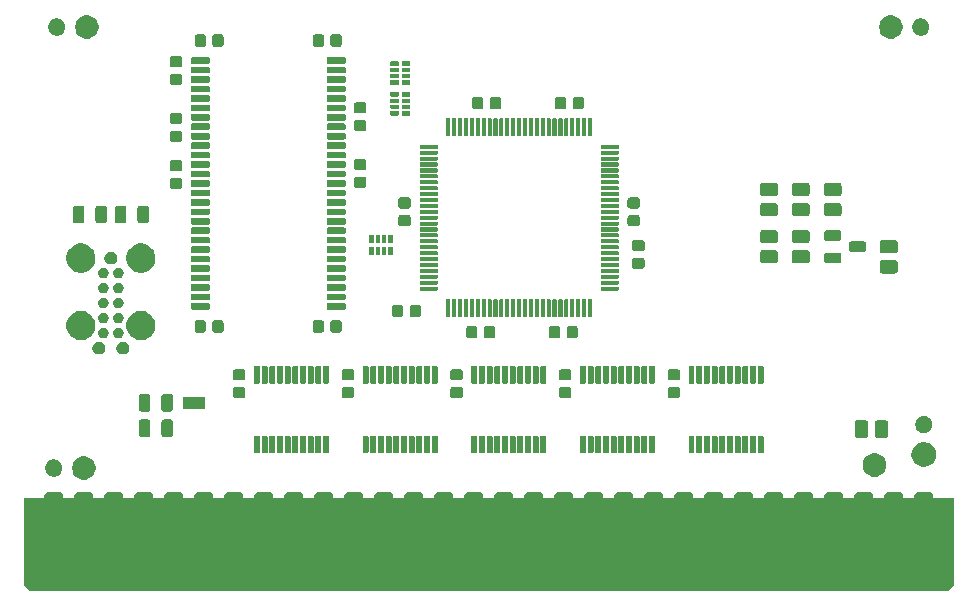
<source format=gts>
G04 #@! TF.GenerationSoftware,KiCad,Pcbnew,(5.1.5-0-10_14)*
G04 #@! TF.CreationDate,2020-08-04T18:57:18-04:00*
G04 #@! TF.ProjectId,RAM2E,52414d32-452e-46b6-9963-61645f706362,1.1*
G04 #@! TF.SameCoordinates,Original*
G04 #@! TF.FileFunction,Soldermask,Top*
G04 #@! TF.FilePolarity,Negative*
%FSLAX46Y46*%
G04 Gerber Fmt 4.6, Leading zero omitted, Abs format (unit mm)*
G04 Created by KiCad (PCBNEW (5.1.5-0-10_14)) date 2020-08-04 18:57:18*
%MOMM*%
%LPD*%
G04 APERTURE LIST*
%ADD10C,0.076200*%
%ADD11C,0.100000*%
G04 APERTURE END LIST*
D10*
G36*
X213360000Y-124460000D02*
G01*
X211582000Y-124460000D01*
X211582000Y-123571000D01*
X213360000Y-123571000D01*
X213360000Y-124460000D01*
G37*
X213360000Y-124460000D02*
X211582000Y-124460000D01*
X211582000Y-123571000D01*
X213360000Y-123571000D01*
X213360000Y-124460000D01*
D11*
G36*
X276860000Y-139446000D02*
G01*
X276352000Y-139954000D01*
X198628000Y-139954000D01*
X198120000Y-139446000D01*
X198120000Y-132080000D01*
X276860000Y-132080000D01*
X276860000Y-139446000D01*
G37*
G36*
X274825282Y-131569558D02*
G01*
X274896711Y-131591226D01*
X274962535Y-131626409D01*
X275020236Y-131673764D01*
X275067591Y-131731465D01*
X275102774Y-131797289D01*
X275124442Y-131868718D01*
X275132000Y-131945454D01*
X275132000Y-138618546D01*
X275124442Y-138695282D01*
X275102774Y-138766711D01*
X275067591Y-138832535D01*
X275020236Y-138890236D01*
X274962535Y-138937591D01*
X274896711Y-138972774D01*
X274825282Y-138994442D01*
X274748546Y-139002000D01*
X273891454Y-139002000D01*
X273814718Y-138994442D01*
X273743289Y-138972774D01*
X273677465Y-138937591D01*
X273619764Y-138890236D01*
X273572409Y-138832535D01*
X273537226Y-138766711D01*
X273515558Y-138695282D01*
X273508000Y-138618546D01*
X273508000Y-131945454D01*
X273515558Y-131868718D01*
X273537226Y-131797289D01*
X273572409Y-131731465D01*
X273619764Y-131673764D01*
X273677465Y-131626409D01*
X273743289Y-131591226D01*
X273814718Y-131569558D01*
X273891454Y-131562000D01*
X274748546Y-131562000D01*
X274825282Y-131569558D01*
G37*
G36*
X272285282Y-131569558D02*
G01*
X272356711Y-131591226D01*
X272422535Y-131626409D01*
X272480236Y-131673764D01*
X272527591Y-131731465D01*
X272562774Y-131797289D01*
X272584442Y-131868718D01*
X272592000Y-131945454D01*
X272592000Y-138618546D01*
X272584442Y-138695282D01*
X272562774Y-138766711D01*
X272527591Y-138832535D01*
X272480236Y-138890236D01*
X272422535Y-138937591D01*
X272356711Y-138972774D01*
X272285282Y-138994442D01*
X272208546Y-139002000D01*
X271351454Y-139002000D01*
X271274718Y-138994442D01*
X271203289Y-138972774D01*
X271137465Y-138937591D01*
X271079764Y-138890236D01*
X271032409Y-138832535D01*
X270997226Y-138766711D01*
X270975558Y-138695282D01*
X270968000Y-138618546D01*
X270968000Y-131945454D01*
X270975558Y-131868718D01*
X270997226Y-131797289D01*
X271032409Y-131731465D01*
X271079764Y-131673764D01*
X271137465Y-131626409D01*
X271203289Y-131591226D01*
X271274718Y-131569558D01*
X271351454Y-131562000D01*
X272208546Y-131562000D01*
X272285282Y-131569558D01*
G37*
G36*
X269745282Y-131569558D02*
G01*
X269816711Y-131591226D01*
X269882535Y-131626409D01*
X269940236Y-131673764D01*
X269987591Y-131731465D01*
X270022774Y-131797289D01*
X270044442Y-131868718D01*
X270052000Y-131945454D01*
X270052000Y-138618546D01*
X270044442Y-138695282D01*
X270022774Y-138766711D01*
X269987591Y-138832535D01*
X269940236Y-138890236D01*
X269882535Y-138937591D01*
X269816711Y-138972774D01*
X269745282Y-138994442D01*
X269668546Y-139002000D01*
X268811454Y-139002000D01*
X268734718Y-138994442D01*
X268663289Y-138972774D01*
X268597465Y-138937591D01*
X268539764Y-138890236D01*
X268492409Y-138832535D01*
X268457226Y-138766711D01*
X268435558Y-138695282D01*
X268428000Y-138618546D01*
X268428000Y-131945454D01*
X268435558Y-131868718D01*
X268457226Y-131797289D01*
X268492409Y-131731465D01*
X268539764Y-131673764D01*
X268597465Y-131626409D01*
X268663289Y-131591226D01*
X268734718Y-131569558D01*
X268811454Y-131562000D01*
X269668546Y-131562000D01*
X269745282Y-131569558D01*
G37*
G36*
X267205282Y-131569558D02*
G01*
X267276711Y-131591226D01*
X267342535Y-131626409D01*
X267400236Y-131673764D01*
X267447591Y-131731465D01*
X267482774Y-131797289D01*
X267504442Y-131868718D01*
X267512000Y-131945454D01*
X267512000Y-138618546D01*
X267504442Y-138695282D01*
X267482774Y-138766711D01*
X267447591Y-138832535D01*
X267400236Y-138890236D01*
X267342535Y-138937591D01*
X267276711Y-138972774D01*
X267205282Y-138994442D01*
X267128546Y-139002000D01*
X266271454Y-139002000D01*
X266194718Y-138994442D01*
X266123289Y-138972774D01*
X266057465Y-138937591D01*
X265999764Y-138890236D01*
X265952409Y-138832535D01*
X265917226Y-138766711D01*
X265895558Y-138695282D01*
X265888000Y-138618546D01*
X265888000Y-131945454D01*
X265895558Y-131868718D01*
X265917226Y-131797289D01*
X265952409Y-131731465D01*
X265999764Y-131673764D01*
X266057465Y-131626409D01*
X266123289Y-131591226D01*
X266194718Y-131569558D01*
X266271454Y-131562000D01*
X267128546Y-131562000D01*
X267205282Y-131569558D01*
G37*
G36*
X264665282Y-131569558D02*
G01*
X264736711Y-131591226D01*
X264802535Y-131626409D01*
X264860236Y-131673764D01*
X264907591Y-131731465D01*
X264942774Y-131797289D01*
X264964442Y-131868718D01*
X264972000Y-131945454D01*
X264972000Y-138618546D01*
X264964442Y-138695282D01*
X264942774Y-138766711D01*
X264907591Y-138832535D01*
X264860236Y-138890236D01*
X264802535Y-138937591D01*
X264736711Y-138972774D01*
X264665282Y-138994442D01*
X264588546Y-139002000D01*
X263731454Y-139002000D01*
X263654718Y-138994442D01*
X263583289Y-138972774D01*
X263517465Y-138937591D01*
X263459764Y-138890236D01*
X263412409Y-138832535D01*
X263377226Y-138766711D01*
X263355558Y-138695282D01*
X263348000Y-138618546D01*
X263348000Y-131945454D01*
X263355558Y-131868718D01*
X263377226Y-131797289D01*
X263412409Y-131731465D01*
X263459764Y-131673764D01*
X263517465Y-131626409D01*
X263583289Y-131591226D01*
X263654718Y-131569558D01*
X263731454Y-131562000D01*
X264588546Y-131562000D01*
X264665282Y-131569558D01*
G37*
G36*
X262125282Y-131569558D02*
G01*
X262196711Y-131591226D01*
X262262535Y-131626409D01*
X262320236Y-131673764D01*
X262367591Y-131731465D01*
X262402774Y-131797289D01*
X262424442Y-131868718D01*
X262432000Y-131945454D01*
X262432000Y-138618546D01*
X262424442Y-138695282D01*
X262402774Y-138766711D01*
X262367591Y-138832535D01*
X262320236Y-138890236D01*
X262262535Y-138937591D01*
X262196711Y-138972774D01*
X262125282Y-138994442D01*
X262048546Y-139002000D01*
X261191454Y-139002000D01*
X261114718Y-138994442D01*
X261043289Y-138972774D01*
X260977465Y-138937591D01*
X260919764Y-138890236D01*
X260872409Y-138832535D01*
X260837226Y-138766711D01*
X260815558Y-138695282D01*
X260808000Y-138618546D01*
X260808000Y-131945454D01*
X260815558Y-131868718D01*
X260837226Y-131797289D01*
X260872409Y-131731465D01*
X260919764Y-131673764D01*
X260977465Y-131626409D01*
X261043289Y-131591226D01*
X261114718Y-131569558D01*
X261191454Y-131562000D01*
X262048546Y-131562000D01*
X262125282Y-131569558D01*
G37*
G36*
X259585282Y-131569558D02*
G01*
X259656711Y-131591226D01*
X259722535Y-131626409D01*
X259780236Y-131673764D01*
X259827591Y-131731465D01*
X259862774Y-131797289D01*
X259884442Y-131868718D01*
X259892000Y-131945454D01*
X259892000Y-138618546D01*
X259884442Y-138695282D01*
X259862774Y-138766711D01*
X259827591Y-138832535D01*
X259780236Y-138890236D01*
X259722535Y-138937591D01*
X259656711Y-138972774D01*
X259585282Y-138994442D01*
X259508546Y-139002000D01*
X258651454Y-139002000D01*
X258574718Y-138994442D01*
X258503289Y-138972774D01*
X258437465Y-138937591D01*
X258379764Y-138890236D01*
X258332409Y-138832535D01*
X258297226Y-138766711D01*
X258275558Y-138695282D01*
X258268000Y-138618546D01*
X258268000Y-131945454D01*
X258275558Y-131868718D01*
X258297226Y-131797289D01*
X258332409Y-131731465D01*
X258379764Y-131673764D01*
X258437465Y-131626409D01*
X258503289Y-131591226D01*
X258574718Y-131569558D01*
X258651454Y-131562000D01*
X259508546Y-131562000D01*
X259585282Y-131569558D01*
G37*
G36*
X257045282Y-131569558D02*
G01*
X257116711Y-131591226D01*
X257182535Y-131626409D01*
X257240236Y-131673764D01*
X257287591Y-131731465D01*
X257322774Y-131797289D01*
X257344442Y-131868718D01*
X257352000Y-131945454D01*
X257352000Y-138618546D01*
X257344442Y-138695282D01*
X257322774Y-138766711D01*
X257287591Y-138832535D01*
X257240236Y-138890236D01*
X257182535Y-138937591D01*
X257116711Y-138972774D01*
X257045282Y-138994442D01*
X256968546Y-139002000D01*
X256111454Y-139002000D01*
X256034718Y-138994442D01*
X255963289Y-138972774D01*
X255897465Y-138937591D01*
X255839764Y-138890236D01*
X255792409Y-138832535D01*
X255757226Y-138766711D01*
X255735558Y-138695282D01*
X255728000Y-138618546D01*
X255728000Y-131945454D01*
X255735558Y-131868718D01*
X255757226Y-131797289D01*
X255792409Y-131731465D01*
X255839764Y-131673764D01*
X255897465Y-131626409D01*
X255963289Y-131591226D01*
X256034718Y-131569558D01*
X256111454Y-131562000D01*
X256968546Y-131562000D01*
X257045282Y-131569558D01*
G37*
G36*
X254505282Y-131569558D02*
G01*
X254576711Y-131591226D01*
X254642535Y-131626409D01*
X254700236Y-131673764D01*
X254747591Y-131731465D01*
X254782774Y-131797289D01*
X254804442Y-131868718D01*
X254812000Y-131945454D01*
X254812000Y-138618546D01*
X254804442Y-138695282D01*
X254782774Y-138766711D01*
X254747591Y-138832535D01*
X254700236Y-138890236D01*
X254642535Y-138937591D01*
X254576711Y-138972774D01*
X254505282Y-138994442D01*
X254428546Y-139002000D01*
X253571454Y-139002000D01*
X253494718Y-138994442D01*
X253423289Y-138972774D01*
X253357465Y-138937591D01*
X253299764Y-138890236D01*
X253252409Y-138832535D01*
X253217226Y-138766711D01*
X253195558Y-138695282D01*
X253188000Y-138618546D01*
X253188000Y-131945454D01*
X253195558Y-131868718D01*
X253217226Y-131797289D01*
X253252409Y-131731465D01*
X253299764Y-131673764D01*
X253357465Y-131626409D01*
X253423289Y-131591226D01*
X253494718Y-131569558D01*
X253571454Y-131562000D01*
X254428546Y-131562000D01*
X254505282Y-131569558D01*
G37*
G36*
X251965282Y-131569558D02*
G01*
X252036711Y-131591226D01*
X252102535Y-131626409D01*
X252160236Y-131673764D01*
X252207591Y-131731465D01*
X252242774Y-131797289D01*
X252264442Y-131868718D01*
X252272000Y-131945454D01*
X252272000Y-138618546D01*
X252264442Y-138695282D01*
X252242774Y-138766711D01*
X252207591Y-138832535D01*
X252160236Y-138890236D01*
X252102535Y-138937591D01*
X252036711Y-138972774D01*
X251965282Y-138994442D01*
X251888546Y-139002000D01*
X251031454Y-139002000D01*
X250954718Y-138994442D01*
X250883289Y-138972774D01*
X250817465Y-138937591D01*
X250759764Y-138890236D01*
X250712409Y-138832535D01*
X250677226Y-138766711D01*
X250655558Y-138695282D01*
X250648000Y-138618546D01*
X250648000Y-131945454D01*
X250655558Y-131868718D01*
X250677226Y-131797289D01*
X250712409Y-131731465D01*
X250759764Y-131673764D01*
X250817465Y-131626409D01*
X250883289Y-131591226D01*
X250954718Y-131569558D01*
X251031454Y-131562000D01*
X251888546Y-131562000D01*
X251965282Y-131569558D01*
G37*
G36*
X249425282Y-131569558D02*
G01*
X249496711Y-131591226D01*
X249562535Y-131626409D01*
X249620236Y-131673764D01*
X249667591Y-131731465D01*
X249702774Y-131797289D01*
X249724442Y-131868718D01*
X249732000Y-131945454D01*
X249732000Y-138618546D01*
X249724442Y-138695282D01*
X249702774Y-138766711D01*
X249667591Y-138832535D01*
X249620236Y-138890236D01*
X249562535Y-138937591D01*
X249496711Y-138972774D01*
X249425282Y-138994442D01*
X249348546Y-139002000D01*
X248491454Y-139002000D01*
X248414718Y-138994442D01*
X248343289Y-138972774D01*
X248277465Y-138937591D01*
X248219764Y-138890236D01*
X248172409Y-138832535D01*
X248137226Y-138766711D01*
X248115558Y-138695282D01*
X248108000Y-138618546D01*
X248108000Y-131945454D01*
X248115558Y-131868718D01*
X248137226Y-131797289D01*
X248172409Y-131731465D01*
X248219764Y-131673764D01*
X248277465Y-131626409D01*
X248343289Y-131591226D01*
X248414718Y-131569558D01*
X248491454Y-131562000D01*
X249348546Y-131562000D01*
X249425282Y-131569558D01*
G37*
G36*
X246885282Y-131569558D02*
G01*
X246956711Y-131591226D01*
X247022535Y-131626409D01*
X247080236Y-131673764D01*
X247127591Y-131731465D01*
X247162774Y-131797289D01*
X247184442Y-131868718D01*
X247192000Y-131945454D01*
X247192000Y-138618546D01*
X247184442Y-138695282D01*
X247162774Y-138766711D01*
X247127591Y-138832535D01*
X247080236Y-138890236D01*
X247022535Y-138937591D01*
X246956711Y-138972774D01*
X246885282Y-138994442D01*
X246808546Y-139002000D01*
X245951454Y-139002000D01*
X245874718Y-138994442D01*
X245803289Y-138972774D01*
X245737465Y-138937591D01*
X245679764Y-138890236D01*
X245632409Y-138832535D01*
X245597226Y-138766711D01*
X245575558Y-138695282D01*
X245568000Y-138618546D01*
X245568000Y-131945454D01*
X245575558Y-131868718D01*
X245597226Y-131797289D01*
X245632409Y-131731465D01*
X245679764Y-131673764D01*
X245737465Y-131626409D01*
X245803289Y-131591226D01*
X245874718Y-131569558D01*
X245951454Y-131562000D01*
X246808546Y-131562000D01*
X246885282Y-131569558D01*
G37*
G36*
X244345282Y-131569558D02*
G01*
X244416711Y-131591226D01*
X244482535Y-131626409D01*
X244540236Y-131673764D01*
X244587591Y-131731465D01*
X244622774Y-131797289D01*
X244644442Y-131868718D01*
X244652000Y-131945454D01*
X244652000Y-138618546D01*
X244644442Y-138695282D01*
X244622774Y-138766711D01*
X244587591Y-138832535D01*
X244540236Y-138890236D01*
X244482535Y-138937591D01*
X244416711Y-138972774D01*
X244345282Y-138994442D01*
X244268546Y-139002000D01*
X243411454Y-139002000D01*
X243334718Y-138994442D01*
X243263289Y-138972774D01*
X243197465Y-138937591D01*
X243139764Y-138890236D01*
X243092409Y-138832535D01*
X243057226Y-138766711D01*
X243035558Y-138695282D01*
X243028000Y-138618546D01*
X243028000Y-131945454D01*
X243035558Y-131868718D01*
X243057226Y-131797289D01*
X243092409Y-131731465D01*
X243139764Y-131673764D01*
X243197465Y-131626409D01*
X243263289Y-131591226D01*
X243334718Y-131569558D01*
X243411454Y-131562000D01*
X244268546Y-131562000D01*
X244345282Y-131569558D01*
G37*
G36*
X241805282Y-131569558D02*
G01*
X241876711Y-131591226D01*
X241942535Y-131626409D01*
X242000236Y-131673764D01*
X242047591Y-131731465D01*
X242082774Y-131797289D01*
X242104442Y-131868718D01*
X242112000Y-131945454D01*
X242112000Y-138618546D01*
X242104442Y-138695282D01*
X242082774Y-138766711D01*
X242047591Y-138832535D01*
X242000236Y-138890236D01*
X241942535Y-138937591D01*
X241876711Y-138972774D01*
X241805282Y-138994442D01*
X241728546Y-139002000D01*
X240871454Y-139002000D01*
X240794718Y-138994442D01*
X240723289Y-138972774D01*
X240657465Y-138937591D01*
X240599764Y-138890236D01*
X240552409Y-138832535D01*
X240517226Y-138766711D01*
X240495558Y-138695282D01*
X240488000Y-138618546D01*
X240488000Y-131945454D01*
X240495558Y-131868718D01*
X240517226Y-131797289D01*
X240552409Y-131731465D01*
X240599764Y-131673764D01*
X240657465Y-131626409D01*
X240723289Y-131591226D01*
X240794718Y-131569558D01*
X240871454Y-131562000D01*
X241728546Y-131562000D01*
X241805282Y-131569558D01*
G37*
G36*
X239265282Y-131569558D02*
G01*
X239336711Y-131591226D01*
X239402535Y-131626409D01*
X239460236Y-131673764D01*
X239507591Y-131731465D01*
X239542774Y-131797289D01*
X239564442Y-131868718D01*
X239572000Y-131945454D01*
X239572000Y-138618546D01*
X239564442Y-138695282D01*
X239542774Y-138766711D01*
X239507591Y-138832535D01*
X239460236Y-138890236D01*
X239402535Y-138937591D01*
X239336711Y-138972774D01*
X239265282Y-138994442D01*
X239188546Y-139002000D01*
X238331454Y-139002000D01*
X238254718Y-138994442D01*
X238183289Y-138972774D01*
X238117465Y-138937591D01*
X238059764Y-138890236D01*
X238012409Y-138832535D01*
X237977226Y-138766711D01*
X237955558Y-138695282D01*
X237948000Y-138618546D01*
X237948000Y-131945454D01*
X237955558Y-131868718D01*
X237977226Y-131797289D01*
X238012409Y-131731465D01*
X238059764Y-131673764D01*
X238117465Y-131626409D01*
X238183289Y-131591226D01*
X238254718Y-131569558D01*
X238331454Y-131562000D01*
X239188546Y-131562000D01*
X239265282Y-131569558D01*
G37*
G36*
X236725282Y-131569558D02*
G01*
X236796711Y-131591226D01*
X236862535Y-131626409D01*
X236920236Y-131673764D01*
X236967591Y-131731465D01*
X237002774Y-131797289D01*
X237024442Y-131868718D01*
X237032000Y-131945454D01*
X237032000Y-138618546D01*
X237024442Y-138695282D01*
X237002774Y-138766711D01*
X236967591Y-138832535D01*
X236920236Y-138890236D01*
X236862535Y-138937591D01*
X236796711Y-138972774D01*
X236725282Y-138994442D01*
X236648546Y-139002000D01*
X235791454Y-139002000D01*
X235714718Y-138994442D01*
X235643289Y-138972774D01*
X235577465Y-138937591D01*
X235519764Y-138890236D01*
X235472409Y-138832535D01*
X235437226Y-138766711D01*
X235415558Y-138695282D01*
X235408000Y-138618546D01*
X235408000Y-131945454D01*
X235415558Y-131868718D01*
X235437226Y-131797289D01*
X235472409Y-131731465D01*
X235519764Y-131673764D01*
X235577465Y-131626409D01*
X235643289Y-131591226D01*
X235714718Y-131569558D01*
X235791454Y-131562000D01*
X236648546Y-131562000D01*
X236725282Y-131569558D01*
G37*
G36*
X234185282Y-131569558D02*
G01*
X234256711Y-131591226D01*
X234322535Y-131626409D01*
X234380236Y-131673764D01*
X234427591Y-131731465D01*
X234462774Y-131797289D01*
X234484442Y-131868718D01*
X234492000Y-131945454D01*
X234492000Y-138618546D01*
X234484442Y-138695282D01*
X234462774Y-138766711D01*
X234427591Y-138832535D01*
X234380236Y-138890236D01*
X234322535Y-138937591D01*
X234256711Y-138972774D01*
X234185282Y-138994442D01*
X234108546Y-139002000D01*
X233251454Y-139002000D01*
X233174718Y-138994442D01*
X233103289Y-138972774D01*
X233037465Y-138937591D01*
X232979764Y-138890236D01*
X232932409Y-138832535D01*
X232897226Y-138766711D01*
X232875558Y-138695282D01*
X232868000Y-138618546D01*
X232868000Y-131945454D01*
X232875558Y-131868718D01*
X232897226Y-131797289D01*
X232932409Y-131731465D01*
X232979764Y-131673764D01*
X233037465Y-131626409D01*
X233103289Y-131591226D01*
X233174718Y-131569558D01*
X233251454Y-131562000D01*
X234108546Y-131562000D01*
X234185282Y-131569558D01*
G37*
G36*
X231645282Y-131569558D02*
G01*
X231716711Y-131591226D01*
X231782535Y-131626409D01*
X231840236Y-131673764D01*
X231887591Y-131731465D01*
X231922774Y-131797289D01*
X231944442Y-131868718D01*
X231952000Y-131945454D01*
X231952000Y-138618546D01*
X231944442Y-138695282D01*
X231922774Y-138766711D01*
X231887591Y-138832535D01*
X231840236Y-138890236D01*
X231782535Y-138937591D01*
X231716711Y-138972774D01*
X231645282Y-138994442D01*
X231568546Y-139002000D01*
X230711454Y-139002000D01*
X230634718Y-138994442D01*
X230563289Y-138972774D01*
X230497465Y-138937591D01*
X230439764Y-138890236D01*
X230392409Y-138832535D01*
X230357226Y-138766711D01*
X230335558Y-138695282D01*
X230328000Y-138618546D01*
X230328000Y-131945454D01*
X230335558Y-131868718D01*
X230357226Y-131797289D01*
X230392409Y-131731465D01*
X230439764Y-131673764D01*
X230497465Y-131626409D01*
X230563289Y-131591226D01*
X230634718Y-131569558D01*
X230711454Y-131562000D01*
X231568546Y-131562000D01*
X231645282Y-131569558D01*
G37*
G36*
X229105282Y-131569558D02*
G01*
X229176711Y-131591226D01*
X229242535Y-131626409D01*
X229300236Y-131673764D01*
X229347591Y-131731465D01*
X229382774Y-131797289D01*
X229404442Y-131868718D01*
X229412000Y-131945454D01*
X229412000Y-138618546D01*
X229404442Y-138695282D01*
X229382774Y-138766711D01*
X229347591Y-138832535D01*
X229300236Y-138890236D01*
X229242535Y-138937591D01*
X229176711Y-138972774D01*
X229105282Y-138994442D01*
X229028546Y-139002000D01*
X228171454Y-139002000D01*
X228094718Y-138994442D01*
X228023289Y-138972774D01*
X227957465Y-138937591D01*
X227899764Y-138890236D01*
X227852409Y-138832535D01*
X227817226Y-138766711D01*
X227795558Y-138695282D01*
X227788000Y-138618546D01*
X227788000Y-131945454D01*
X227795558Y-131868718D01*
X227817226Y-131797289D01*
X227852409Y-131731465D01*
X227899764Y-131673764D01*
X227957465Y-131626409D01*
X228023289Y-131591226D01*
X228094718Y-131569558D01*
X228171454Y-131562000D01*
X229028546Y-131562000D01*
X229105282Y-131569558D01*
G37*
G36*
X226565282Y-131569558D02*
G01*
X226636711Y-131591226D01*
X226702535Y-131626409D01*
X226760236Y-131673764D01*
X226807591Y-131731465D01*
X226842774Y-131797289D01*
X226864442Y-131868718D01*
X226872000Y-131945454D01*
X226872000Y-138618546D01*
X226864442Y-138695282D01*
X226842774Y-138766711D01*
X226807591Y-138832535D01*
X226760236Y-138890236D01*
X226702535Y-138937591D01*
X226636711Y-138972774D01*
X226565282Y-138994442D01*
X226488546Y-139002000D01*
X225631454Y-139002000D01*
X225554718Y-138994442D01*
X225483289Y-138972774D01*
X225417465Y-138937591D01*
X225359764Y-138890236D01*
X225312409Y-138832535D01*
X225277226Y-138766711D01*
X225255558Y-138695282D01*
X225248000Y-138618546D01*
X225248000Y-131945454D01*
X225255558Y-131868718D01*
X225277226Y-131797289D01*
X225312409Y-131731465D01*
X225359764Y-131673764D01*
X225417465Y-131626409D01*
X225483289Y-131591226D01*
X225554718Y-131569558D01*
X225631454Y-131562000D01*
X226488546Y-131562000D01*
X226565282Y-131569558D01*
G37*
G36*
X224025282Y-131569558D02*
G01*
X224096711Y-131591226D01*
X224162535Y-131626409D01*
X224220236Y-131673764D01*
X224267591Y-131731465D01*
X224302774Y-131797289D01*
X224324442Y-131868718D01*
X224332000Y-131945454D01*
X224332000Y-138618546D01*
X224324442Y-138695282D01*
X224302774Y-138766711D01*
X224267591Y-138832535D01*
X224220236Y-138890236D01*
X224162535Y-138937591D01*
X224096711Y-138972774D01*
X224025282Y-138994442D01*
X223948546Y-139002000D01*
X223091454Y-139002000D01*
X223014718Y-138994442D01*
X222943289Y-138972774D01*
X222877465Y-138937591D01*
X222819764Y-138890236D01*
X222772409Y-138832535D01*
X222737226Y-138766711D01*
X222715558Y-138695282D01*
X222708000Y-138618546D01*
X222708000Y-131945454D01*
X222715558Y-131868718D01*
X222737226Y-131797289D01*
X222772409Y-131731465D01*
X222819764Y-131673764D01*
X222877465Y-131626409D01*
X222943289Y-131591226D01*
X223014718Y-131569558D01*
X223091454Y-131562000D01*
X223948546Y-131562000D01*
X224025282Y-131569558D01*
G37*
G36*
X221485282Y-131569558D02*
G01*
X221556711Y-131591226D01*
X221622535Y-131626409D01*
X221680236Y-131673764D01*
X221727591Y-131731465D01*
X221762774Y-131797289D01*
X221784442Y-131868718D01*
X221792000Y-131945454D01*
X221792000Y-138618546D01*
X221784442Y-138695282D01*
X221762774Y-138766711D01*
X221727591Y-138832535D01*
X221680236Y-138890236D01*
X221622535Y-138937591D01*
X221556711Y-138972774D01*
X221485282Y-138994442D01*
X221408546Y-139002000D01*
X220551454Y-139002000D01*
X220474718Y-138994442D01*
X220403289Y-138972774D01*
X220337465Y-138937591D01*
X220279764Y-138890236D01*
X220232409Y-138832535D01*
X220197226Y-138766711D01*
X220175558Y-138695282D01*
X220168000Y-138618546D01*
X220168000Y-131945454D01*
X220175558Y-131868718D01*
X220197226Y-131797289D01*
X220232409Y-131731465D01*
X220279764Y-131673764D01*
X220337465Y-131626409D01*
X220403289Y-131591226D01*
X220474718Y-131569558D01*
X220551454Y-131562000D01*
X221408546Y-131562000D01*
X221485282Y-131569558D01*
G37*
G36*
X218945282Y-131569558D02*
G01*
X219016711Y-131591226D01*
X219082535Y-131626409D01*
X219140236Y-131673764D01*
X219187591Y-131731465D01*
X219222774Y-131797289D01*
X219244442Y-131868718D01*
X219252000Y-131945454D01*
X219252000Y-138618546D01*
X219244442Y-138695282D01*
X219222774Y-138766711D01*
X219187591Y-138832535D01*
X219140236Y-138890236D01*
X219082535Y-138937591D01*
X219016711Y-138972774D01*
X218945282Y-138994442D01*
X218868546Y-139002000D01*
X218011454Y-139002000D01*
X217934718Y-138994442D01*
X217863289Y-138972774D01*
X217797465Y-138937591D01*
X217739764Y-138890236D01*
X217692409Y-138832535D01*
X217657226Y-138766711D01*
X217635558Y-138695282D01*
X217628000Y-138618546D01*
X217628000Y-131945454D01*
X217635558Y-131868718D01*
X217657226Y-131797289D01*
X217692409Y-131731465D01*
X217739764Y-131673764D01*
X217797465Y-131626409D01*
X217863289Y-131591226D01*
X217934718Y-131569558D01*
X218011454Y-131562000D01*
X218868546Y-131562000D01*
X218945282Y-131569558D01*
G37*
G36*
X216405282Y-131569558D02*
G01*
X216476711Y-131591226D01*
X216542535Y-131626409D01*
X216600236Y-131673764D01*
X216647591Y-131731465D01*
X216682774Y-131797289D01*
X216704442Y-131868718D01*
X216712000Y-131945454D01*
X216712000Y-138618546D01*
X216704442Y-138695282D01*
X216682774Y-138766711D01*
X216647591Y-138832535D01*
X216600236Y-138890236D01*
X216542535Y-138937591D01*
X216476711Y-138972774D01*
X216405282Y-138994442D01*
X216328546Y-139002000D01*
X215471454Y-139002000D01*
X215394718Y-138994442D01*
X215323289Y-138972774D01*
X215257465Y-138937591D01*
X215199764Y-138890236D01*
X215152409Y-138832535D01*
X215117226Y-138766711D01*
X215095558Y-138695282D01*
X215088000Y-138618546D01*
X215088000Y-131945454D01*
X215095558Y-131868718D01*
X215117226Y-131797289D01*
X215152409Y-131731465D01*
X215199764Y-131673764D01*
X215257465Y-131626409D01*
X215323289Y-131591226D01*
X215394718Y-131569558D01*
X215471454Y-131562000D01*
X216328546Y-131562000D01*
X216405282Y-131569558D01*
G37*
G36*
X213865282Y-131569558D02*
G01*
X213936711Y-131591226D01*
X214002535Y-131626409D01*
X214060236Y-131673764D01*
X214107591Y-131731465D01*
X214142774Y-131797289D01*
X214164442Y-131868718D01*
X214172000Y-131945454D01*
X214172000Y-138618546D01*
X214164442Y-138695282D01*
X214142774Y-138766711D01*
X214107591Y-138832535D01*
X214060236Y-138890236D01*
X214002535Y-138937591D01*
X213936711Y-138972774D01*
X213865282Y-138994442D01*
X213788546Y-139002000D01*
X212931454Y-139002000D01*
X212854718Y-138994442D01*
X212783289Y-138972774D01*
X212717465Y-138937591D01*
X212659764Y-138890236D01*
X212612409Y-138832535D01*
X212577226Y-138766711D01*
X212555558Y-138695282D01*
X212548000Y-138618546D01*
X212548000Y-131945454D01*
X212555558Y-131868718D01*
X212577226Y-131797289D01*
X212612409Y-131731465D01*
X212659764Y-131673764D01*
X212717465Y-131626409D01*
X212783289Y-131591226D01*
X212854718Y-131569558D01*
X212931454Y-131562000D01*
X213788546Y-131562000D01*
X213865282Y-131569558D01*
G37*
G36*
X211325282Y-131569558D02*
G01*
X211396711Y-131591226D01*
X211462535Y-131626409D01*
X211520236Y-131673764D01*
X211567591Y-131731465D01*
X211602774Y-131797289D01*
X211624442Y-131868718D01*
X211632000Y-131945454D01*
X211632000Y-138618546D01*
X211624442Y-138695282D01*
X211602774Y-138766711D01*
X211567591Y-138832535D01*
X211520236Y-138890236D01*
X211462535Y-138937591D01*
X211396711Y-138972774D01*
X211325282Y-138994442D01*
X211248546Y-139002000D01*
X210391454Y-139002000D01*
X210314718Y-138994442D01*
X210243289Y-138972774D01*
X210177465Y-138937591D01*
X210119764Y-138890236D01*
X210072409Y-138832535D01*
X210037226Y-138766711D01*
X210015558Y-138695282D01*
X210008000Y-138618546D01*
X210008000Y-131945454D01*
X210015558Y-131868718D01*
X210037226Y-131797289D01*
X210072409Y-131731465D01*
X210119764Y-131673764D01*
X210177465Y-131626409D01*
X210243289Y-131591226D01*
X210314718Y-131569558D01*
X210391454Y-131562000D01*
X211248546Y-131562000D01*
X211325282Y-131569558D01*
G37*
G36*
X208785282Y-131569558D02*
G01*
X208856711Y-131591226D01*
X208922535Y-131626409D01*
X208980236Y-131673764D01*
X209027591Y-131731465D01*
X209062774Y-131797289D01*
X209084442Y-131868718D01*
X209092000Y-131945454D01*
X209092000Y-138618546D01*
X209084442Y-138695282D01*
X209062774Y-138766711D01*
X209027591Y-138832535D01*
X208980236Y-138890236D01*
X208922535Y-138937591D01*
X208856711Y-138972774D01*
X208785282Y-138994442D01*
X208708546Y-139002000D01*
X207851454Y-139002000D01*
X207774718Y-138994442D01*
X207703289Y-138972774D01*
X207637465Y-138937591D01*
X207579764Y-138890236D01*
X207532409Y-138832535D01*
X207497226Y-138766711D01*
X207475558Y-138695282D01*
X207468000Y-138618546D01*
X207468000Y-131945454D01*
X207475558Y-131868718D01*
X207497226Y-131797289D01*
X207532409Y-131731465D01*
X207579764Y-131673764D01*
X207637465Y-131626409D01*
X207703289Y-131591226D01*
X207774718Y-131569558D01*
X207851454Y-131562000D01*
X208708546Y-131562000D01*
X208785282Y-131569558D01*
G37*
G36*
X206245282Y-131569558D02*
G01*
X206316711Y-131591226D01*
X206382535Y-131626409D01*
X206440236Y-131673764D01*
X206487591Y-131731465D01*
X206522774Y-131797289D01*
X206544442Y-131868718D01*
X206552000Y-131945454D01*
X206552000Y-138618546D01*
X206544442Y-138695282D01*
X206522774Y-138766711D01*
X206487591Y-138832535D01*
X206440236Y-138890236D01*
X206382535Y-138937591D01*
X206316711Y-138972774D01*
X206245282Y-138994442D01*
X206168546Y-139002000D01*
X205311454Y-139002000D01*
X205234718Y-138994442D01*
X205163289Y-138972774D01*
X205097465Y-138937591D01*
X205039764Y-138890236D01*
X204992409Y-138832535D01*
X204957226Y-138766711D01*
X204935558Y-138695282D01*
X204928000Y-138618546D01*
X204928000Y-131945454D01*
X204935558Y-131868718D01*
X204957226Y-131797289D01*
X204992409Y-131731465D01*
X205039764Y-131673764D01*
X205097465Y-131626409D01*
X205163289Y-131591226D01*
X205234718Y-131569558D01*
X205311454Y-131562000D01*
X206168546Y-131562000D01*
X206245282Y-131569558D01*
G37*
G36*
X203705282Y-131569558D02*
G01*
X203776711Y-131591226D01*
X203842535Y-131626409D01*
X203900236Y-131673764D01*
X203947591Y-131731465D01*
X203982774Y-131797289D01*
X204004442Y-131868718D01*
X204012000Y-131945454D01*
X204012000Y-138618546D01*
X204004442Y-138695282D01*
X203982774Y-138766711D01*
X203947591Y-138832535D01*
X203900236Y-138890236D01*
X203842535Y-138937591D01*
X203776711Y-138972774D01*
X203705282Y-138994442D01*
X203628546Y-139002000D01*
X202771454Y-139002000D01*
X202694718Y-138994442D01*
X202623289Y-138972774D01*
X202557465Y-138937591D01*
X202499764Y-138890236D01*
X202452409Y-138832535D01*
X202417226Y-138766711D01*
X202395558Y-138695282D01*
X202388000Y-138618546D01*
X202388000Y-131945454D01*
X202395558Y-131868718D01*
X202417226Y-131797289D01*
X202452409Y-131731465D01*
X202499764Y-131673764D01*
X202557465Y-131626409D01*
X202623289Y-131591226D01*
X202694718Y-131569558D01*
X202771454Y-131562000D01*
X203628546Y-131562000D01*
X203705282Y-131569558D01*
G37*
G36*
X201165282Y-131569558D02*
G01*
X201236711Y-131591226D01*
X201302535Y-131626409D01*
X201360236Y-131673764D01*
X201407591Y-131731465D01*
X201442774Y-131797289D01*
X201464442Y-131868718D01*
X201472000Y-131945454D01*
X201472000Y-138618546D01*
X201464442Y-138695282D01*
X201442774Y-138766711D01*
X201407591Y-138832535D01*
X201360236Y-138890236D01*
X201302535Y-138937591D01*
X201236711Y-138972774D01*
X201165282Y-138994442D01*
X201088546Y-139002000D01*
X200231454Y-139002000D01*
X200154718Y-138994442D01*
X200083289Y-138972774D01*
X200017465Y-138937591D01*
X199959764Y-138890236D01*
X199912409Y-138832535D01*
X199877226Y-138766711D01*
X199855558Y-138695282D01*
X199848000Y-138618546D01*
X199848000Y-131945454D01*
X199855558Y-131868718D01*
X199877226Y-131797289D01*
X199912409Y-131731465D01*
X199959764Y-131673764D01*
X200017465Y-131626409D01*
X200083289Y-131591226D01*
X200154718Y-131569558D01*
X200231454Y-131562000D01*
X201088546Y-131562000D01*
X201165282Y-131569558D01*
G37*
G36*
X203395090Y-128559215D02*
G01*
X203491689Y-128578429D01*
X203673678Y-128653811D01*
X203837463Y-128763249D01*
X203976751Y-128902537D01*
X204086189Y-129066322D01*
X204161571Y-129248311D01*
X204200000Y-129441509D01*
X204200000Y-129638491D01*
X204161571Y-129831689D01*
X204086189Y-130013678D01*
X203976751Y-130177463D01*
X203837463Y-130316751D01*
X203673678Y-130426189D01*
X203491689Y-130501571D01*
X203395090Y-130520785D01*
X203298493Y-130540000D01*
X203101507Y-130540000D01*
X203004910Y-130520785D01*
X202908311Y-130501571D01*
X202726322Y-130426189D01*
X202562537Y-130316751D01*
X202423249Y-130177463D01*
X202313811Y-130013678D01*
X202238429Y-129831689D01*
X202200000Y-129638491D01*
X202200000Y-129441509D01*
X202238429Y-129248311D01*
X202313811Y-129066322D01*
X202423249Y-128902537D01*
X202562537Y-128763249D01*
X202726322Y-128653811D01*
X202908311Y-128578429D01*
X203004910Y-128559215D01*
X203101507Y-128540000D01*
X203298493Y-128540000D01*
X203395090Y-128559215D01*
G37*
G36*
X270324090Y-128305214D02*
G01*
X270420689Y-128324429D01*
X270602678Y-128399811D01*
X270766463Y-128509249D01*
X270905751Y-128648537D01*
X271015189Y-128812322D01*
X271090571Y-128994311D01*
X271090571Y-128994313D01*
X271129000Y-129187507D01*
X271129000Y-129384493D01*
X271117659Y-129441507D01*
X271090571Y-129577689D01*
X271015189Y-129759678D01*
X270905751Y-129923463D01*
X270766463Y-130062751D01*
X270602678Y-130172189D01*
X270420689Y-130247571D01*
X270338094Y-130264000D01*
X270227493Y-130286000D01*
X270030507Y-130286000D01*
X269919906Y-130264000D01*
X269837311Y-130247571D01*
X269655322Y-130172189D01*
X269491537Y-130062751D01*
X269352249Y-129923463D01*
X269242811Y-129759678D01*
X269167429Y-129577689D01*
X269140341Y-129441507D01*
X269129000Y-129384493D01*
X269129000Y-129187507D01*
X269167429Y-128994313D01*
X269167429Y-128994311D01*
X269242811Y-128812322D01*
X269352249Y-128648537D01*
X269491537Y-128509249D01*
X269655322Y-128399811D01*
X269837311Y-128324429D01*
X269933910Y-128305214D01*
X270030507Y-128286000D01*
X270227493Y-128286000D01*
X270324090Y-128305214D01*
G37*
G36*
X200871181Y-128843822D02*
G01*
X201002941Y-128898399D01*
X201002943Y-128898400D01*
X201009134Y-128902537D01*
X201121522Y-128977632D01*
X201222368Y-129078478D01*
X201301601Y-129197059D01*
X201356178Y-129328819D01*
X201384000Y-129468691D01*
X201384000Y-129611309D01*
X201356178Y-129751181D01*
X201356177Y-129751183D01*
X201301600Y-129882943D01*
X201222367Y-130001523D01*
X201121523Y-130102367D01*
X201002943Y-130181600D01*
X201002942Y-130181601D01*
X201002941Y-130181601D01*
X200871181Y-130236178D01*
X200731309Y-130264000D01*
X200588691Y-130264000D01*
X200448819Y-130236178D01*
X200317059Y-130181601D01*
X200317058Y-130181601D01*
X200317057Y-130181600D01*
X200198477Y-130102367D01*
X200097633Y-130001523D01*
X200018400Y-129882943D01*
X199963823Y-129751183D01*
X199963822Y-129751181D01*
X199936000Y-129611309D01*
X199936000Y-129468691D01*
X199963822Y-129328819D01*
X200018399Y-129197059D01*
X200097632Y-129078478D01*
X200198478Y-128977632D01*
X200310866Y-128902537D01*
X200317057Y-128898400D01*
X200317059Y-128898399D01*
X200448819Y-128843822D01*
X200588691Y-128816000D01*
X200731309Y-128816000D01*
X200871181Y-128843822D01*
G37*
G36*
X274448687Y-127352027D02*
G01*
X274626274Y-127387350D01*
X274817362Y-127466502D01*
X274989336Y-127581411D01*
X275135589Y-127727664D01*
X275250498Y-127899638D01*
X275329650Y-128090726D01*
X275355790Y-128222144D01*
X275369527Y-128291203D01*
X275370000Y-128293584D01*
X275370000Y-128500416D01*
X275329650Y-128703274D01*
X275250498Y-128894362D01*
X275135589Y-129066336D01*
X274989336Y-129212589D01*
X274817362Y-129327498D01*
X274626274Y-129406650D01*
X274451032Y-129441507D01*
X274423417Y-129447000D01*
X274216583Y-129447000D01*
X274188968Y-129441507D01*
X274013726Y-129406650D01*
X273822638Y-129327498D01*
X273650664Y-129212589D01*
X273504411Y-129066336D01*
X273389502Y-128894362D01*
X273310350Y-128703274D01*
X273270000Y-128500416D01*
X273270000Y-128293584D01*
X273270474Y-128291203D01*
X273284210Y-128222144D01*
X273310350Y-128090726D01*
X273389502Y-127899638D01*
X273504411Y-127727664D01*
X273650664Y-127581411D01*
X273822638Y-127466502D01*
X274013726Y-127387350D01*
X274191313Y-127352027D01*
X274216583Y-127347000D01*
X274423417Y-127347000D01*
X274448687Y-127352027D01*
G37*
G36*
X230468865Y-126803149D02*
G01*
X230487485Y-126808797D01*
X230504643Y-126817968D01*
X230519686Y-126830314D01*
X230532032Y-126845357D01*
X230541203Y-126862515D01*
X230546851Y-126881135D01*
X230549000Y-126902954D01*
X230549000Y-128197046D01*
X230546851Y-128218865D01*
X230541203Y-128237485D01*
X230532032Y-128254643D01*
X230519686Y-128269686D01*
X230504643Y-128282032D01*
X230487485Y-128291203D01*
X230468865Y-128296851D01*
X230447046Y-128299000D01*
X230152954Y-128299000D01*
X230131135Y-128296851D01*
X230112515Y-128291203D01*
X230095357Y-128282032D01*
X230080314Y-128269686D01*
X230067968Y-128254643D01*
X230058797Y-128237485D01*
X230053149Y-128218865D01*
X230051000Y-128197046D01*
X230051000Y-126902954D01*
X230053149Y-126881135D01*
X230058797Y-126862515D01*
X230067968Y-126845357D01*
X230080314Y-126830314D01*
X230095357Y-126817968D01*
X230112515Y-126808797D01*
X230131135Y-126803149D01*
X230152954Y-126801000D01*
X230447046Y-126801000D01*
X230468865Y-126803149D01*
G37*
G36*
X229818865Y-126803149D02*
G01*
X229837485Y-126808797D01*
X229854643Y-126817968D01*
X229869686Y-126830314D01*
X229882032Y-126845357D01*
X229891203Y-126862515D01*
X229896851Y-126881135D01*
X229899000Y-126902954D01*
X229899000Y-128197046D01*
X229896851Y-128218865D01*
X229891203Y-128237485D01*
X229882032Y-128254643D01*
X229869686Y-128269686D01*
X229854643Y-128282032D01*
X229837485Y-128291203D01*
X229818865Y-128296851D01*
X229797046Y-128299000D01*
X229502954Y-128299000D01*
X229481135Y-128296851D01*
X229462515Y-128291203D01*
X229445357Y-128282032D01*
X229430314Y-128269686D01*
X229417968Y-128254643D01*
X229408797Y-128237485D01*
X229403149Y-128218865D01*
X229401000Y-128197046D01*
X229401000Y-126902954D01*
X229403149Y-126881135D01*
X229408797Y-126862515D01*
X229417968Y-126845357D01*
X229430314Y-126830314D01*
X229445357Y-126817968D01*
X229462515Y-126808797D01*
X229481135Y-126803149D01*
X229502954Y-126801000D01*
X229797046Y-126801000D01*
X229818865Y-126803149D01*
G37*
G36*
X229168865Y-126803149D02*
G01*
X229187485Y-126808797D01*
X229204643Y-126817968D01*
X229219686Y-126830314D01*
X229232032Y-126845357D01*
X229241203Y-126862515D01*
X229246851Y-126881135D01*
X229249000Y-126902954D01*
X229249000Y-128197046D01*
X229246851Y-128218865D01*
X229241203Y-128237485D01*
X229232032Y-128254643D01*
X229219686Y-128269686D01*
X229204643Y-128282032D01*
X229187485Y-128291203D01*
X229168865Y-128296851D01*
X229147046Y-128299000D01*
X228852954Y-128299000D01*
X228831135Y-128296851D01*
X228812515Y-128291203D01*
X228795357Y-128282032D01*
X228780314Y-128269686D01*
X228767968Y-128254643D01*
X228758797Y-128237485D01*
X228753149Y-128218865D01*
X228751000Y-128197046D01*
X228751000Y-126902954D01*
X228753149Y-126881135D01*
X228758797Y-126862515D01*
X228767968Y-126845357D01*
X228780314Y-126830314D01*
X228795357Y-126817968D01*
X228812515Y-126808797D01*
X228831135Y-126803149D01*
X228852954Y-126801000D01*
X229147046Y-126801000D01*
X229168865Y-126803149D01*
G37*
G36*
X228518865Y-126803149D02*
G01*
X228537485Y-126808797D01*
X228554643Y-126817968D01*
X228569686Y-126830314D01*
X228582032Y-126845357D01*
X228591203Y-126862515D01*
X228596851Y-126881135D01*
X228599000Y-126902954D01*
X228599000Y-128197046D01*
X228596851Y-128218865D01*
X228591203Y-128237485D01*
X228582032Y-128254643D01*
X228569686Y-128269686D01*
X228554643Y-128282032D01*
X228537485Y-128291203D01*
X228518865Y-128296851D01*
X228497046Y-128299000D01*
X228202954Y-128299000D01*
X228181135Y-128296851D01*
X228162515Y-128291203D01*
X228145357Y-128282032D01*
X228130314Y-128269686D01*
X228117968Y-128254643D01*
X228108797Y-128237485D01*
X228103149Y-128218865D01*
X228101000Y-128197046D01*
X228101000Y-126902954D01*
X228103149Y-126881135D01*
X228108797Y-126862515D01*
X228117968Y-126845357D01*
X228130314Y-126830314D01*
X228145357Y-126817968D01*
X228162515Y-126808797D01*
X228181135Y-126803149D01*
X228202954Y-126801000D01*
X228497046Y-126801000D01*
X228518865Y-126803149D01*
G37*
G36*
X227868865Y-126803149D02*
G01*
X227887485Y-126808797D01*
X227904643Y-126817968D01*
X227919686Y-126830314D01*
X227932032Y-126845357D01*
X227941203Y-126862515D01*
X227946851Y-126881135D01*
X227949000Y-126902954D01*
X227949000Y-128197046D01*
X227946851Y-128218865D01*
X227941203Y-128237485D01*
X227932032Y-128254643D01*
X227919686Y-128269686D01*
X227904643Y-128282032D01*
X227887485Y-128291203D01*
X227868865Y-128296851D01*
X227847046Y-128299000D01*
X227552954Y-128299000D01*
X227531135Y-128296851D01*
X227512515Y-128291203D01*
X227495357Y-128282032D01*
X227480314Y-128269686D01*
X227467968Y-128254643D01*
X227458797Y-128237485D01*
X227453149Y-128218865D01*
X227451000Y-128197046D01*
X227451000Y-126902954D01*
X227453149Y-126881135D01*
X227458797Y-126862515D01*
X227467968Y-126845357D01*
X227480314Y-126830314D01*
X227495357Y-126817968D01*
X227512515Y-126808797D01*
X227531135Y-126803149D01*
X227552954Y-126801000D01*
X227847046Y-126801000D01*
X227868865Y-126803149D01*
G37*
G36*
X227218865Y-126803149D02*
G01*
X227237485Y-126808797D01*
X227254643Y-126817968D01*
X227269686Y-126830314D01*
X227282032Y-126845357D01*
X227291203Y-126862515D01*
X227296851Y-126881135D01*
X227299000Y-126902954D01*
X227299000Y-128197046D01*
X227296851Y-128218865D01*
X227291203Y-128237485D01*
X227282032Y-128254643D01*
X227269686Y-128269686D01*
X227254643Y-128282032D01*
X227237485Y-128291203D01*
X227218865Y-128296851D01*
X227197046Y-128299000D01*
X226902954Y-128299000D01*
X226881135Y-128296851D01*
X226862515Y-128291203D01*
X226845357Y-128282032D01*
X226830314Y-128269686D01*
X226817968Y-128254643D01*
X226808797Y-128237485D01*
X226803149Y-128218865D01*
X226801000Y-128197046D01*
X226801000Y-126902954D01*
X226803149Y-126881135D01*
X226808797Y-126862515D01*
X226817968Y-126845357D01*
X226830314Y-126830314D01*
X226845357Y-126817968D01*
X226862515Y-126808797D01*
X226881135Y-126803149D01*
X226902954Y-126801000D01*
X227197046Y-126801000D01*
X227218865Y-126803149D01*
G37*
G36*
X223868865Y-126803149D02*
G01*
X223887485Y-126808797D01*
X223904643Y-126817968D01*
X223919686Y-126830314D01*
X223932032Y-126845357D01*
X223941203Y-126862515D01*
X223946851Y-126881135D01*
X223949000Y-126902954D01*
X223949000Y-128197046D01*
X223946851Y-128218865D01*
X223941203Y-128237485D01*
X223932032Y-128254643D01*
X223919686Y-128269686D01*
X223904643Y-128282032D01*
X223887485Y-128291203D01*
X223868865Y-128296851D01*
X223847046Y-128299000D01*
X223552954Y-128299000D01*
X223531135Y-128296851D01*
X223512515Y-128291203D01*
X223495357Y-128282032D01*
X223480314Y-128269686D01*
X223467968Y-128254643D01*
X223458797Y-128237485D01*
X223453149Y-128218865D01*
X223451000Y-128197046D01*
X223451000Y-126902954D01*
X223453149Y-126881135D01*
X223458797Y-126862515D01*
X223467968Y-126845357D01*
X223480314Y-126830314D01*
X223495357Y-126817968D01*
X223512515Y-126808797D01*
X223531135Y-126803149D01*
X223552954Y-126801000D01*
X223847046Y-126801000D01*
X223868865Y-126803149D01*
G37*
G36*
X223218865Y-126803149D02*
G01*
X223237485Y-126808797D01*
X223254643Y-126817968D01*
X223269686Y-126830314D01*
X223282032Y-126845357D01*
X223291203Y-126862515D01*
X223296851Y-126881135D01*
X223299000Y-126902954D01*
X223299000Y-128197046D01*
X223296851Y-128218865D01*
X223291203Y-128237485D01*
X223282032Y-128254643D01*
X223269686Y-128269686D01*
X223254643Y-128282032D01*
X223237485Y-128291203D01*
X223218865Y-128296851D01*
X223197046Y-128299000D01*
X222902954Y-128299000D01*
X222881135Y-128296851D01*
X222862515Y-128291203D01*
X222845357Y-128282032D01*
X222830314Y-128269686D01*
X222817968Y-128254643D01*
X222808797Y-128237485D01*
X222803149Y-128218865D01*
X222801000Y-128197046D01*
X222801000Y-126902954D01*
X222803149Y-126881135D01*
X222808797Y-126862515D01*
X222817968Y-126845357D01*
X222830314Y-126830314D01*
X222845357Y-126817968D01*
X222862515Y-126808797D01*
X222881135Y-126803149D01*
X222902954Y-126801000D01*
X223197046Y-126801000D01*
X223218865Y-126803149D01*
G37*
G36*
X222568865Y-126803149D02*
G01*
X222587485Y-126808797D01*
X222604643Y-126817968D01*
X222619686Y-126830314D01*
X222632032Y-126845357D01*
X222641203Y-126862515D01*
X222646851Y-126881135D01*
X222649000Y-126902954D01*
X222649000Y-128197046D01*
X222646851Y-128218865D01*
X222641203Y-128237485D01*
X222632032Y-128254643D01*
X222619686Y-128269686D01*
X222604643Y-128282032D01*
X222587485Y-128291203D01*
X222568865Y-128296851D01*
X222547046Y-128299000D01*
X222252954Y-128299000D01*
X222231135Y-128296851D01*
X222212515Y-128291203D01*
X222195357Y-128282032D01*
X222180314Y-128269686D01*
X222167968Y-128254643D01*
X222158797Y-128237485D01*
X222153149Y-128218865D01*
X222151000Y-128197046D01*
X222151000Y-126902954D01*
X222153149Y-126881135D01*
X222158797Y-126862515D01*
X222167968Y-126845357D01*
X222180314Y-126830314D01*
X222195357Y-126817968D01*
X222212515Y-126808797D01*
X222231135Y-126803149D01*
X222252954Y-126801000D01*
X222547046Y-126801000D01*
X222568865Y-126803149D01*
G37*
G36*
X221918865Y-126803149D02*
G01*
X221937485Y-126808797D01*
X221954643Y-126817968D01*
X221969686Y-126830314D01*
X221982032Y-126845357D01*
X221991203Y-126862515D01*
X221996851Y-126881135D01*
X221999000Y-126902954D01*
X221999000Y-128197046D01*
X221996851Y-128218865D01*
X221991203Y-128237485D01*
X221982032Y-128254643D01*
X221969686Y-128269686D01*
X221954643Y-128282032D01*
X221937485Y-128291203D01*
X221918865Y-128296851D01*
X221897046Y-128299000D01*
X221602954Y-128299000D01*
X221581135Y-128296851D01*
X221562515Y-128291203D01*
X221545357Y-128282032D01*
X221530314Y-128269686D01*
X221517968Y-128254643D01*
X221508797Y-128237485D01*
X221503149Y-128218865D01*
X221501000Y-128197046D01*
X221501000Y-126902954D01*
X221503149Y-126881135D01*
X221508797Y-126862515D01*
X221517968Y-126845357D01*
X221530314Y-126830314D01*
X221545357Y-126817968D01*
X221562515Y-126808797D01*
X221581135Y-126803149D01*
X221602954Y-126801000D01*
X221897046Y-126801000D01*
X221918865Y-126803149D01*
G37*
G36*
X221268865Y-126803149D02*
G01*
X221287485Y-126808797D01*
X221304643Y-126817968D01*
X221319686Y-126830314D01*
X221332032Y-126845357D01*
X221341203Y-126862515D01*
X221346851Y-126881135D01*
X221349000Y-126902954D01*
X221349000Y-128197046D01*
X221346851Y-128218865D01*
X221341203Y-128237485D01*
X221332032Y-128254643D01*
X221319686Y-128269686D01*
X221304643Y-128282032D01*
X221287485Y-128291203D01*
X221268865Y-128296851D01*
X221247046Y-128299000D01*
X220952954Y-128299000D01*
X220931135Y-128296851D01*
X220912515Y-128291203D01*
X220895357Y-128282032D01*
X220880314Y-128269686D01*
X220867968Y-128254643D01*
X220858797Y-128237485D01*
X220853149Y-128218865D01*
X220851000Y-128197046D01*
X220851000Y-126902954D01*
X220853149Y-126881135D01*
X220858797Y-126862515D01*
X220867968Y-126845357D01*
X220880314Y-126830314D01*
X220895357Y-126817968D01*
X220912515Y-126808797D01*
X220931135Y-126803149D01*
X220952954Y-126801000D01*
X221247046Y-126801000D01*
X221268865Y-126803149D01*
G37*
G36*
X220618865Y-126803149D02*
G01*
X220637485Y-126808797D01*
X220654643Y-126817968D01*
X220669686Y-126830314D01*
X220682032Y-126845357D01*
X220691203Y-126862515D01*
X220696851Y-126881135D01*
X220699000Y-126902954D01*
X220699000Y-128197046D01*
X220696851Y-128218865D01*
X220691203Y-128237485D01*
X220682032Y-128254643D01*
X220669686Y-128269686D01*
X220654643Y-128282032D01*
X220637485Y-128291203D01*
X220618865Y-128296851D01*
X220597046Y-128299000D01*
X220302954Y-128299000D01*
X220281135Y-128296851D01*
X220262515Y-128291203D01*
X220245357Y-128282032D01*
X220230314Y-128269686D01*
X220217968Y-128254643D01*
X220208797Y-128237485D01*
X220203149Y-128218865D01*
X220201000Y-128197046D01*
X220201000Y-126902954D01*
X220203149Y-126881135D01*
X220208797Y-126862515D01*
X220217968Y-126845357D01*
X220230314Y-126830314D01*
X220245357Y-126817968D01*
X220262515Y-126808797D01*
X220281135Y-126803149D01*
X220302954Y-126801000D01*
X220597046Y-126801000D01*
X220618865Y-126803149D01*
G37*
G36*
X219968865Y-126803149D02*
G01*
X219987485Y-126808797D01*
X220004643Y-126817968D01*
X220019686Y-126830314D01*
X220032032Y-126845357D01*
X220041203Y-126862515D01*
X220046851Y-126881135D01*
X220049000Y-126902954D01*
X220049000Y-128197046D01*
X220046851Y-128218865D01*
X220041203Y-128237485D01*
X220032032Y-128254643D01*
X220019686Y-128269686D01*
X220004643Y-128282032D01*
X219987485Y-128291203D01*
X219968865Y-128296851D01*
X219947046Y-128299000D01*
X219652954Y-128299000D01*
X219631135Y-128296851D01*
X219612515Y-128291203D01*
X219595357Y-128282032D01*
X219580314Y-128269686D01*
X219567968Y-128254643D01*
X219558797Y-128237485D01*
X219553149Y-128218865D01*
X219551000Y-128197046D01*
X219551000Y-126902954D01*
X219553149Y-126881135D01*
X219558797Y-126862515D01*
X219567968Y-126845357D01*
X219580314Y-126830314D01*
X219595357Y-126817968D01*
X219612515Y-126808797D01*
X219631135Y-126803149D01*
X219652954Y-126801000D01*
X219947046Y-126801000D01*
X219968865Y-126803149D01*
G37*
G36*
X219318865Y-126803149D02*
G01*
X219337485Y-126808797D01*
X219354643Y-126817968D01*
X219369686Y-126830314D01*
X219382032Y-126845357D01*
X219391203Y-126862515D01*
X219396851Y-126881135D01*
X219399000Y-126902954D01*
X219399000Y-128197046D01*
X219396851Y-128218865D01*
X219391203Y-128237485D01*
X219382032Y-128254643D01*
X219369686Y-128269686D01*
X219354643Y-128282032D01*
X219337485Y-128291203D01*
X219318865Y-128296851D01*
X219297046Y-128299000D01*
X219002954Y-128299000D01*
X218981135Y-128296851D01*
X218962515Y-128291203D01*
X218945357Y-128282032D01*
X218930314Y-128269686D01*
X218917968Y-128254643D01*
X218908797Y-128237485D01*
X218903149Y-128218865D01*
X218901000Y-128197046D01*
X218901000Y-126902954D01*
X218903149Y-126881135D01*
X218908797Y-126862515D01*
X218917968Y-126845357D01*
X218930314Y-126830314D01*
X218945357Y-126817968D01*
X218962515Y-126808797D01*
X218981135Y-126803149D01*
X219002954Y-126801000D01*
X219297046Y-126801000D01*
X219318865Y-126803149D01*
G37*
G36*
X218668865Y-126803149D02*
G01*
X218687485Y-126808797D01*
X218704643Y-126817968D01*
X218719686Y-126830314D01*
X218732032Y-126845357D01*
X218741203Y-126862515D01*
X218746851Y-126881135D01*
X218749000Y-126902954D01*
X218749000Y-128197046D01*
X218746851Y-128218865D01*
X218741203Y-128237485D01*
X218732032Y-128254643D01*
X218719686Y-128269686D01*
X218704643Y-128282032D01*
X218687485Y-128291203D01*
X218668865Y-128296851D01*
X218647046Y-128299000D01*
X218352954Y-128299000D01*
X218331135Y-128296851D01*
X218312515Y-128291203D01*
X218295357Y-128282032D01*
X218280314Y-128269686D01*
X218267968Y-128254643D01*
X218258797Y-128237485D01*
X218253149Y-128218865D01*
X218251000Y-128197046D01*
X218251000Y-126902954D01*
X218253149Y-126881135D01*
X218258797Y-126862515D01*
X218267968Y-126845357D01*
X218280314Y-126830314D01*
X218295357Y-126817968D01*
X218312515Y-126808797D01*
X218331135Y-126803149D01*
X218352954Y-126801000D01*
X218647046Y-126801000D01*
X218668865Y-126803149D01*
G37*
G36*
X218018865Y-126803149D02*
G01*
X218037485Y-126808797D01*
X218054643Y-126817968D01*
X218069686Y-126830314D01*
X218082032Y-126845357D01*
X218091203Y-126862515D01*
X218096851Y-126881135D01*
X218099000Y-126902954D01*
X218099000Y-128197046D01*
X218096851Y-128218865D01*
X218091203Y-128237485D01*
X218082032Y-128254643D01*
X218069686Y-128269686D01*
X218054643Y-128282032D01*
X218037485Y-128291203D01*
X218018865Y-128296851D01*
X217997046Y-128299000D01*
X217702954Y-128299000D01*
X217681135Y-128296851D01*
X217662515Y-128291203D01*
X217645357Y-128282032D01*
X217630314Y-128269686D01*
X217617968Y-128254643D01*
X217608797Y-128237485D01*
X217603149Y-128218865D01*
X217601000Y-128197046D01*
X217601000Y-126902954D01*
X217603149Y-126881135D01*
X217608797Y-126862515D01*
X217617968Y-126845357D01*
X217630314Y-126830314D01*
X217645357Y-126817968D01*
X217662515Y-126808797D01*
X217681135Y-126803149D01*
X217702954Y-126801000D01*
X217997046Y-126801000D01*
X218018865Y-126803149D01*
G37*
G36*
X231118865Y-126803149D02*
G01*
X231137485Y-126808797D01*
X231154643Y-126817968D01*
X231169686Y-126830314D01*
X231182032Y-126845357D01*
X231191203Y-126862515D01*
X231196851Y-126881135D01*
X231199000Y-126902954D01*
X231199000Y-128197046D01*
X231196851Y-128218865D01*
X231191203Y-128237485D01*
X231182032Y-128254643D01*
X231169686Y-128269686D01*
X231154643Y-128282032D01*
X231137485Y-128291203D01*
X231118865Y-128296851D01*
X231097046Y-128299000D01*
X230802954Y-128299000D01*
X230781135Y-128296851D01*
X230762515Y-128291203D01*
X230745357Y-128282032D01*
X230730314Y-128269686D01*
X230717968Y-128254643D01*
X230708797Y-128237485D01*
X230703149Y-128218865D01*
X230701000Y-128197046D01*
X230701000Y-126902954D01*
X230703149Y-126881135D01*
X230708797Y-126862515D01*
X230717968Y-126845357D01*
X230730314Y-126830314D01*
X230745357Y-126817968D01*
X230762515Y-126808797D01*
X230781135Y-126803149D01*
X230802954Y-126801000D01*
X231097046Y-126801000D01*
X231118865Y-126803149D01*
G37*
G36*
X231768865Y-126803149D02*
G01*
X231787485Y-126808797D01*
X231804643Y-126817968D01*
X231819686Y-126830314D01*
X231832032Y-126845357D01*
X231841203Y-126862515D01*
X231846851Y-126881135D01*
X231849000Y-126902954D01*
X231849000Y-128197046D01*
X231846851Y-128218865D01*
X231841203Y-128237485D01*
X231832032Y-128254643D01*
X231819686Y-128269686D01*
X231804643Y-128282032D01*
X231787485Y-128291203D01*
X231768865Y-128296851D01*
X231747046Y-128299000D01*
X231452954Y-128299000D01*
X231431135Y-128296851D01*
X231412515Y-128291203D01*
X231395357Y-128282032D01*
X231380314Y-128269686D01*
X231367968Y-128254643D01*
X231358797Y-128237485D01*
X231353149Y-128218865D01*
X231351000Y-128197046D01*
X231351000Y-126902954D01*
X231353149Y-126881135D01*
X231358797Y-126862515D01*
X231367968Y-126845357D01*
X231380314Y-126830314D01*
X231395357Y-126817968D01*
X231412515Y-126808797D01*
X231431135Y-126803149D01*
X231452954Y-126801000D01*
X231747046Y-126801000D01*
X231768865Y-126803149D01*
G37*
G36*
X232418865Y-126803149D02*
G01*
X232437485Y-126808797D01*
X232454643Y-126817968D01*
X232469686Y-126830314D01*
X232482032Y-126845357D01*
X232491203Y-126862515D01*
X232496851Y-126881135D01*
X232499000Y-126902954D01*
X232499000Y-128197046D01*
X232496851Y-128218865D01*
X232491203Y-128237485D01*
X232482032Y-128254643D01*
X232469686Y-128269686D01*
X232454643Y-128282032D01*
X232437485Y-128291203D01*
X232418865Y-128296851D01*
X232397046Y-128299000D01*
X232102954Y-128299000D01*
X232081135Y-128296851D01*
X232062515Y-128291203D01*
X232045357Y-128282032D01*
X232030314Y-128269686D01*
X232017968Y-128254643D01*
X232008797Y-128237485D01*
X232003149Y-128218865D01*
X232001000Y-128197046D01*
X232001000Y-126902954D01*
X232003149Y-126881135D01*
X232008797Y-126862515D01*
X232017968Y-126845357D01*
X232030314Y-126830314D01*
X232045357Y-126817968D01*
X232062515Y-126808797D01*
X232081135Y-126803149D01*
X232102954Y-126801000D01*
X232397046Y-126801000D01*
X232418865Y-126803149D01*
G37*
G36*
X233068865Y-126803149D02*
G01*
X233087485Y-126808797D01*
X233104643Y-126817968D01*
X233119686Y-126830314D01*
X233132032Y-126845357D01*
X233141203Y-126862515D01*
X233146851Y-126881135D01*
X233149000Y-126902954D01*
X233149000Y-128197046D01*
X233146851Y-128218865D01*
X233141203Y-128237485D01*
X233132032Y-128254643D01*
X233119686Y-128269686D01*
X233104643Y-128282032D01*
X233087485Y-128291203D01*
X233068865Y-128296851D01*
X233047046Y-128299000D01*
X232752954Y-128299000D01*
X232731135Y-128296851D01*
X232712515Y-128291203D01*
X232695357Y-128282032D01*
X232680314Y-128269686D01*
X232667968Y-128254643D01*
X232658797Y-128237485D01*
X232653149Y-128218865D01*
X232651000Y-128197046D01*
X232651000Y-126902954D01*
X232653149Y-126881135D01*
X232658797Y-126862515D01*
X232667968Y-126845357D01*
X232680314Y-126830314D01*
X232695357Y-126817968D01*
X232712515Y-126808797D01*
X232731135Y-126803149D01*
X232752954Y-126801000D01*
X233047046Y-126801000D01*
X233068865Y-126803149D01*
G37*
G36*
X260668865Y-126803149D02*
G01*
X260687485Y-126808797D01*
X260704643Y-126817968D01*
X260719686Y-126830314D01*
X260732032Y-126845357D01*
X260741203Y-126862515D01*
X260746851Y-126881135D01*
X260749000Y-126902954D01*
X260749000Y-128197046D01*
X260746851Y-128218865D01*
X260741203Y-128237485D01*
X260732032Y-128254643D01*
X260719686Y-128269686D01*
X260704643Y-128282032D01*
X260687485Y-128291203D01*
X260668865Y-128296851D01*
X260647046Y-128299000D01*
X260352954Y-128299000D01*
X260331135Y-128296851D01*
X260312515Y-128291203D01*
X260295357Y-128282032D01*
X260280314Y-128269686D01*
X260267968Y-128254643D01*
X260258797Y-128237485D01*
X260253149Y-128218865D01*
X260251000Y-128197046D01*
X260251000Y-126902954D01*
X260253149Y-126881135D01*
X260258797Y-126862515D01*
X260267968Y-126845357D01*
X260280314Y-126830314D01*
X260295357Y-126817968D01*
X260312515Y-126808797D01*
X260331135Y-126803149D01*
X260352954Y-126801000D01*
X260647046Y-126801000D01*
X260668865Y-126803149D01*
G37*
G36*
X260018865Y-126803149D02*
G01*
X260037485Y-126808797D01*
X260054643Y-126817968D01*
X260069686Y-126830314D01*
X260082032Y-126845357D01*
X260091203Y-126862515D01*
X260096851Y-126881135D01*
X260099000Y-126902954D01*
X260099000Y-128197046D01*
X260096851Y-128218865D01*
X260091203Y-128237485D01*
X260082032Y-128254643D01*
X260069686Y-128269686D01*
X260054643Y-128282032D01*
X260037485Y-128291203D01*
X260018865Y-128296851D01*
X259997046Y-128299000D01*
X259702954Y-128299000D01*
X259681135Y-128296851D01*
X259662515Y-128291203D01*
X259645357Y-128282032D01*
X259630314Y-128269686D01*
X259617968Y-128254643D01*
X259608797Y-128237485D01*
X259603149Y-128218865D01*
X259601000Y-128197046D01*
X259601000Y-126902954D01*
X259603149Y-126881135D01*
X259608797Y-126862515D01*
X259617968Y-126845357D01*
X259630314Y-126830314D01*
X259645357Y-126817968D01*
X259662515Y-126808797D01*
X259681135Y-126803149D01*
X259702954Y-126801000D01*
X259997046Y-126801000D01*
X260018865Y-126803149D01*
G37*
G36*
X259368865Y-126803149D02*
G01*
X259387485Y-126808797D01*
X259404643Y-126817968D01*
X259419686Y-126830314D01*
X259432032Y-126845357D01*
X259441203Y-126862515D01*
X259446851Y-126881135D01*
X259449000Y-126902954D01*
X259449000Y-128197046D01*
X259446851Y-128218865D01*
X259441203Y-128237485D01*
X259432032Y-128254643D01*
X259419686Y-128269686D01*
X259404643Y-128282032D01*
X259387485Y-128291203D01*
X259368865Y-128296851D01*
X259347046Y-128299000D01*
X259052954Y-128299000D01*
X259031135Y-128296851D01*
X259012515Y-128291203D01*
X258995357Y-128282032D01*
X258980314Y-128269686D01*
X258967968Y-128254643D01*
X258958797Y-128237485D01*
X258953149Y-128218865D01*
X258951000Y-128197046D01*
X258951000Y-126902954D01*
X258953149Y-126881135D01*
X258958797Y-126862515D01*
X258967968Y-126845357D01*
X258980314Y-126830314D01*
X258995357Y-126817968D01*
X259012515Y-126808797D01*
X259031135Y-126803149D01*
X259052954Y-126801000D01*
X259347046Y-126801000D01*
X259368865Y-126803149D01*
G37*
G36*
X258718865Y-126803149D02*
G01*
X258737485Y-126808797D01*
X258754643Y-126817968D01*
X258769686Y-126830314D01*
X258782032Y-126845357D01*
X258791203Y-126862515D01*
X258796851Y-126881135D01*
X258799000Y-126902954D01*
X258799000Y-128197046D01*
X258796851Y-128218865D01*
X258791203Y-128237485D01*
X258782032Y-128254643D01*
X258769686Y-128269686D01*
X258754643Y-128282032D01*
X258737485Y-128291203D01*
X258718865Y-128296851D01*
X258697046Y-128299000D01*
X258402954Y-128299000D01*
X258381135Y-128296851D01*
X258362515Y-128291203D01*
X258345357Y-128282032D01*
X258330314Y-128269686D01*
X258317968Y-128254643D01*
X258308797Y-128237485D01*
X258303149Y-128218865D01*
X258301000Y-128197046D01*
X258301000Y-126902954D01*
X258303149Y-126881135D01*
X258308797Y-126862515D01*
X258317968Y-126845357D01*
X258330314Y-126830314D01*
X258345357Y-126817968D01*
X258362515Y-126808797D01*
X258381135Y-126803149D01*
X258402954Y-126801000D01*
X258697046Y-126801000D01*
X258718865Y-126803149D01*
G37*
G36*
X258068865Y-126803149D02*
G01*
X258087485Y-126808797D01*
X258104643Y-126817968D01*
X258119686Y-126830314D01*
X258132032Y-126845357D01*
X258141203Y-126862515D01*
X258146851Y-126881135D01*
X258149000Y-126902954D01*
X258149000Y-128197046D01*
X258146851Y-128218865D01*
X258141203Y-128237485D01*
X258132032Y-128254643D01*
X258119686Y-128269686D01*
X258104643Y-128282032D01*
X258087485Y-128291203D01*
X258068865Y-128296851D01*
X258047046Y-128299000D01*
X257752954Y-128299000D01*
X257731135Y-128296851D01*
X257712515Y-128291203D01*
X257695357Y-128282032D01*
X257680314Y-128269686D01*
X257667968Y-128254643D01*
X257658797Y-128237485D01*
X257653149Y-128218865D01*
X257651000Y-128197046D01*
X257651000Y-126902954D01*
X257653149Y-126881135D01*
X257658797Y-126862515D01*
X257667968Y-126845357D01*
X257680314Y-126830314D01*
X257695357Y-126817968D01*
X257712515Y-126808797D01*
X257731135Y-126803149D01*
X257752954Y-126801000D01*
X258047046Y-126801000D01*
X258068865Y-126803149D01*
G37*
G36*
X257418865Y-126803149D02*
G01*
X257437485Y-126808797D01*
X257454643Y-126817968D01*
X257469686Y-126830314D01*
X257482032Y-126845357D01*
X257491203Y-126862515D01*
X257496851Y-126881135D01*
X257499000Y-126902954D01*
X257499000Y-128197046D01*
X257496851Y-128218865D01*
X257491203Y-128237485D01*
X257482032Y-128254643D01*
X257469686Y-128269686D01*
X257454643Y-128282032D01*
X257437485Y-128291203D01*
X257418865Y-128296851D01*
X257397046Y-128299000D01*
X257102954Y-128299000D01*
X257081135Y-128296851D01*
X257062515Y-128291203D01*
X257045357Y-128282032D01*
X257030314Y-128269686D01*
X257017968Y-128254643D01*
X257008797Y-128237485D01*
X257003149Y-128218865D01*
X257001000Y-128197046D01*
X257001000Y-126902954D01*
X257003149Y-126881135D01*
X257008797Y-126862515D01*
X257017968Y-126845357D01*
X257030314Y-126830314D01*
X257045357Y-126817968D01*
X257062515Y-126808797D01*
X257081135Y-126803149D01*
X257102954Y-126801000D01*
X257397046Y-126801000D01*
X257418865Y-126803149D01*
G37*
G36*
X256768865Y-126803149D02*
G01*
X256787485Y-126808797D01*
X256804643Y-126817968D01*
X256819686Y-126830314D01*
X256832032Y-126845357D01*
X256841203Y-126862515D01*
X256846851Y-126881135D01*
X256849000Y-126902954D01*
X256849000Y-128197046D01*
X256846851Y-128218865D01*
X256841203Y-128237485D01*
X256832032Y-128254643D01*
X256819686Y-128269686D01*
X256804643Y-128282032D01*
X256787485Y-128291203D01*
X256768865Y-128296851D01*
X256747046Y-128299000D01*
X256452954Y-128299000D01*
X256431135Y-128296851D01*
X256412515Y-128291203D01*
X256395357Y-128282032D01*
X256380314Y-128269686D01*
X256367968Y-128254643D01*
X256358797Y-128237485D01*
X256353149Y-128218865D01*
X256351000Y-128197046D01*
X256351000Y-126902954D01*
X256353149Y-126881135D01*
X256358797Y-126862515D01*
X256367968Y-126845357D01*
X256380314Y-126830314D01*
X256395357Y-126817968D01*
X256412515Y-126808797D01*
X256431135Y-126803149D01*
X256452954Y-126801000D01*
X256747046Y-126801000D01*
X256768865Y-126803149D01*
G37*
G36*
X256118865Y-126803149D02*
G01*
X256137485Y-126808797D01*
X256154643Y-126817968D01*
X256169686Y-126830314D01*
X256182032Y-126845357D01*
X256191203Y-126862515D01*
X256196851Y-126881135D01*
X256199000Y-126902954D01*
X256199000Y-128197046D01*
X256196851Y-128218865D01*
X256191203Y-128237485D01*
X256182032Y-128254643D01*
X256169686Y-128269686D01*
X256154643Y-128282032D01*
X256137485Y-128291203D01*
X256118865Y-128296851D01*
X256097046Y-128299000D01*
X255802954Y-128299000D01*
X255781135Y-128296851D01*
X255762515Y-128291203D01*
X255745357Y-128282032D01*
X255730314Y-128269686D01*
X255717968Y-128254643D01*
X255708797Y-128237485D01*
X255703149Y-128218865D01*
X255701000Y-128197046D01*
X255701000Y-126902954D01*
X255703149Y-126881135D01*
X255708797Y-126862515D01*
X255717968Y-126845357D01*
X255730314Y-126830314D01*
X255745357Y-126817968D01*
X255762515Y-126808797D01*
X255781135Y-126803149D01*
X255802954Y-126801000D01*
X256097046Y-126801000D01*
X256118865Y-126803149D01*
G37*
G36*
X255468865Y-126803149D02*
G01*
X255487485Y-126808797D01*
X255504643Y-126817968D01*
X255519686Y-126830314D01*
X255532032Y-126845357D01*
X255541203Y-126862515D01*
X255546851Y-126881135D01*
X255549000Y-126902954D01*
X255549000Y-128197046D01*
X255546851Y-128218865D01*
X255541203Y-128237485D01*
X255532032Y-128254643D01*
X255519686Y-128269686D01*
X255504643Y-128282032D01*
X255487485Y-128291203D01*
X255468865Y-128296851D01*
X255447046Y-128299000D01*
X255152954Y-128299000D01*
X255131135Y-128296851D01*
X255112515Y-128291203D01*
X255095357Y-128282032D01*
X255080314Y-128269686D01*
X255067968Y-128254643D01*
X255058797Y-128237485D01*
X255053149Y-128218865D01*
X255051000Y-128197046D01*
X255051000Y-126902954D01*
X255053149Y-126881135D01*
X255058797Y-126862515D01*
X255067968Y-126845357D01*
X255080314Y-126830314D01*
X255095357Y-126817968D01*
X255112515Y-126808797D01*
X255131135Y-126803149D01*
X255152954Y-126801000D01*
X255447046Y-126801000D01*
X255468865Y-126803149D01*
G37*
G36*
X254818865Y-126803149D02*
G01*
X254837485Y-126808797D01*
X254854643Y-126817968D01*
X254869686Y-126830314D01*
X254882032Y-126845357D01*
X254891203Y-126862515D01*
X254896851Y-126881135D01*
X254899000Y-126902954D01*
X254899000Y-128197046D01*
X254896851Y-128218865D01*
X254891203Y-128237485D01*
X254882032Y-128254643D01*
X254869686Y-128269686D01*
X254854643Y-128282032D01*
X254837485Y-128291203D01*
X254818865Y-128296851D01*
X254797046Y-128299000D01*
X254502954Y-128299000D01*
X254481135Y-128296851D01*
X254462515Y-128291203D01*
X254445357Y-128282032D01*
X254430314Y-128269686D01*
X254417968Y-128254643D01*
X254408797Y-128237485D01*
X254403149Y-128218865D01*
X254401000Y-128197046D01*
X254401000Y-126902954D01*
X254403149Y-126881135D01*
X254408797Y-126862515D01*
X254417968Y-126845357D01*
X254430314Y-126830314D01*
X254445357Y-126817968D01*
X254462515Y-126808797D01*
X254481135Y-126803149D01*
X254502954Y-126801000D01*
X254797046Y-126801000D01*
X254818865Y-126803149D01*
G37*
G36*
X251468865Y-126803149D02*
G01*
X251487485Y-126808797D01*
X251504643Y-126817968D01*
X251519686Y-126830314D01*
X251532032Y-126845357D01*
X251541203Y-126862515D01*
X251546851Y-126881135D01*
X251549000Y-126902954D01*
X251549000Y-128197046D01*
X251546851Y-128218865D01*
X251541203Y-128237485D01*
X251532032Y-128254643D01*
X251519686Y-128269686D01*
X251504643Y-128282032D01*
X251487485Y-128291203D01*
X251468865Y-128296851D01*
X251447046Y-128299000D01*
X251152954Y-128299000D01*
X251131135Y-128296851D01*
X251112515Y-128291203D01*
X251095357Y-128282032D01*
X251080314Y-128269686D01*
X251067968Y-128254643D01*
X251058797Y-128237485D01*
X251053149Y-128218865D01*
X251051000Y-128197046D01*
X251051000Y-126902954D01*
X251053149Y-126881135D01*
X251058797Y-126862515D01*
X251067968Y-126845357D01*
X251080314Y-126830314D01*
X251095357Y-126817968D01*
X251112515Y-126808797D01*
X251131135Y-126803149D01*
X251152954Y-126801000D01*
X251447046Y-126801000D01*
X251468865Y-126803149D01*
G37*
G36*
X250818865Y-126803149D02*
G01*
X250837485Y-126808797D01*
X250854643Y-126817968D01*
X250869686Y-126830314D01*
X250882032Y-126845357D01*
X250891203Y-126862515D01*
X250896851Y-126881135D01*
X250899000Y-126902954D01*
X250899000Y-128197046D01*
X250896851Y-128218865D01*
X250891203Y-128237485D01*
X250882032Y-128254643D01*
X250869686Y-128269686D01*
X250854643Y-128282032D01*
X250837485Y-128291203D01*
X250818865Y-128296851D01*
X250797046Y-128299000D01*
X250502954Y-128299000D01*
X250481135Y-128296851D01*
X250462515Y-128291203D01*
X250445357Y-128282032D01*
X250430314Y-128269686D01*
X250417968Y-128254643D01*
X250408797Y-128237485D01*
X250403149Y-128218865D01*
X250401000Y-128197046D01*
X250401000Y-126902954D01*
X250403149Y-126881135D01*
X250408797Y-126862515D01*
X250417968Y-126845357D01*
X250430314Y-126830314D01*
X250445357Y-126817968D01*
X250462515Y-126808797D01*
X250481135Y-126803149D01*
X250502954Y-126801000D01*
X250797046Y-126801000D01*
X250818865Y-126803149D01*
G37*
G36*
X250168865Y-126803149D02*
G01*
X250187485Y-126808797D01*
X250204643Y-126817968D01*
X250219686Y-126830314D01*
X250232032Y-126845357D01*
X250241203Y-126862515D01*
X250246851Y-126881135D01*
X250249000Y-126902954D01*
X250249000Y-128197046D01*
X250246851Y-128218865D01*
X250241203Y-128237485D01*
X250232032Y-128254643D01*
X250219686Y-128269686D01*
X250204643Y-128282032D01*
X250187485Y-128291203D01*
X250168865Y-128296851D01*
X250147046Y-128299000D01*
X249852954Y-128299000D01*
X249831135Y-128296851D01*
X249812515Y-128291203D01*
X249795357Y-128282032D01*
X249780314Y-128269686D01*
X249767968Y-128254643D01*
X249758797Y-128237485D01*
X249753149Y-128218865D01*
X249751000Y-128197046D01*
X249751000Y-126902954D01*
X249753149Y-126881135D01*
X249758797Y-126862515D01*
X249767968Y-126845357D01*
X249780314Y-126830314D01*
X249795357Y-126817968D01*
X249812515Y-126808797D01*
X249831135Y-126803149D01*
X249852954Y-126801000D01*
X250147046Y-126801000D01*
X250168865Y-126803149D01*
G37*
G36*
X249518865Y-126803149D02*
G01*
X249537485Y-126808797D01*
X249554643Y-126817968D01*
X249569686Y-126830314D01*
X249582032Y-126845357D01*
X249591203Y-126862515D01*
X249596851Y-126881135D01*
X249599000Y-126902954D01*
X249599000Y-128197046D01*
X249596851Y-128218865D01*
X249591203Y-128237485D01*
X249582032Y-128254643D01*
X249569686Y-128269686D01*
X249554643Y-128282032D01*
X249537485Y-128291203D01*
X249518865Y-128296851D01*
X249497046Y-128299000D01*
X249202954Y-128299000D01*
X249181135Y-128296851D01*
X249162515Y-128291203D01*
X249145357Y-128282032D01*
X249130314Y-128269686D01*
X249117968Y-128254643D01*
X249108797Y-128237485D01*
X249103149Y-128218865D01*
X249101000Y-128197046D01*
X249101000Y-126902954D01*
X249103149Y-126881135D01*
X249108797Y-126862515D01*
X249117968Y-126845357D01*
X249130314Y-126830314D01*
X249145357Y-126817968D01*
X249162515Y-126808797D01*
X249181135Y-126803149D01*
X249202954Y-126801000D01*
X249497046Y-126801000D01*
X249518865Y-126803149D01*
G37*
G36*
X248868865Y-126803149D02*
G01*
X248887485Y-126808797D01*
X248904643Y-126817968D01*
X248919686Y-126830314D01*
X248932032Y-126845357D01*
X248941203Y-126862515D01*
X248946851Y-126881135D01*
X248949000Y-126902954D01*
X248949000Y-128197046D01*
X248946851Y-128218865D01*
X248941203Y-128237485D01*
X248932032Y-128254643D01*
X248919686Y-128269686D01*
X248904643Y-128282032D01*
X248887485Y-128291203D01*
X248868865Y-128296851D01*
X248847046Y-128299000D01*
X248552954Y-128299000D01*
X248531135Y-128296851D01*
X248512515Y-128291203D01*
X248495357Y-128282032D01*
X248480314Y-128269686D01*
X248467968Y-128254643D01*
X248458797Y-128237485D01*
X248453149Y-128218865D01*
X248451000Y-128197046D01*
X248451000Y-126902954D01*
X248453149Y-126881135D01*
X248458797Y-126862515D01*
X248467968Y-126845357D01*
X248480314Y-126830314D01*
X248495357Y-126817968D01*
X248512515Y-126808797D01*
X248531135Y-126803149D01*
X248552954Y-126801000D01*
X248847046Y-126801000D01*
X248868865Y-126803149D01*
G37*
G36*
X248218865Y-126803149D02*
G01*
X248237485Y-126808797D01*
X248254643Y-126817968D01*
X248269686Y-126830314D01*
X248282032Y-126845357D01*
X248291203Y-126862515D01*
X248296851Y-126881135D01*
X248299000Y-126902954D01*
X248299000Y-128197046D01*
X248296851Y-128218865D01*
X248291203Y-128237485D01*
X248282032Y-128254643D01*
X248269686Y-128269686D01*
X248254643Y-128282032D01*
X248237485Y-128291203D01*
X248218865Y-128296851D01*
X248197046Y-128299000D01*
X247902954Y-128299000D01*
X247881135Y-128296851D01*
X247862515Y-128291203D01*
X247845357Y-128282032D01*
X247830314Y-128269686D01*
X247817968Y-128254643D01*
X247808797Y-128237485D01*
X247803149Y-128218865D01*
X247801000Y-128197046D01*
X247801000Y-126902954D01*
X247803149Y-126881135D01*
X247808797Y-126862515D01*
X247817968Y-126845357D01*
X247830314Y-126830314D01*
X247845357Y-126817968D01*
X247862515Y-126808797D01*
X247881135Y-126803149D01*
X247902954Y-126801000D01*
X248197046Y-126801000D01*
X248218865Y-126803149D01*
G37*
G36*
X247568865Y-126803149D02*
G01*
X247587485Y-126808797D01*
X247604643Y-126817968D01*
X247619686Y-126830314D01*
X247632032Y-126845357D01*
X247641203Y-126862515D01*
X247646851Y-126881135D01*
X247649000Y-126902954D01*
X247649000Y-128197046D01*
X247646851Y-128218865D01*
X247641203Y-128237485D01*
X247632032Y-128254643D01*
X247619686Y-128269686D01*
X247604643Y-128282032D01*
X247587485Y-128291203D01*
X247568865Y-128296851D01*
X247547046Y-128299000D01*
X247252954Y-128299000D01*
X247231135Y-128296851D01*
X247212515Y-128291203D01*
X247195357Y-128282032D01*
X247180314Y-128269686D01*
X247167968Y-128254643D01*
X247158797Y-128237485D01*
X247153149Y-128218865D01*
X247151000Y-128197046D01*
X247151000Y-126902954D01*
X247153149Y-126881135D01*
X247158797Y-126862515D01*
X247167968Y-126845357D01*
X247180314Y-126830314D01*
X247195357Y-126817968D01*
X247212515Y-126808797D01*
X247231135Y-126803149D01*
X247252954Y-126801000D01*
X247547046Y-126801000D01*
X247568865Y-126803149D01*
G37*
G36*
X246918865Y-126803149D02*
G01*
X246937485Y-126808797D01*
X246954643Y-126817968D01*
X246969686Y-126830314D01*
X246982032Y-126845357D01*
X246991203Y-126862515D01*
X246996851Y-126881135D01*
X246999000Y-126902954D01*
X246999000Y-128197046D01*
X246996851Y-128218865D01*
X246991203Y-128237485D01*
X246982032Y-128254643D01*
X246969686Y-128269686D01*
X246954643Y-128282032D01*
X246937485Y-128291203D01*
X246918865Y-128296851D01*
X246897046Y-128299000D01*
X246602954Y-128299000D01*
X246581135Y-128296851D01*
X246562515Y-128291203D01*
X246545357Y-128282032D01*
X246530314Y-128269686D01*
X246517968Y-128254643D01*
X246508797Y-128237485D01*
X246503149Y-128218865D01*
X246501000Y-128197046D01*
X246501000Y-126902954D01*
X246503149Y-126881135D01*
X246508797Y-126862515D01*
X246517968Y-126845357D01*
X246530314Y-126830314D01*
X246545357Y-126817968D01*
X246562515Y-126808797D01*
X246581135Y-126803149D01*
X246602954Y-126801000D01*
X246897046Y-126801000D01*
X246918865Y-126803149D01*
G37*
G36*
X246268865Y-126803149D02*
G01*
X246287485Y-126808797D01*
X246304643Y-126817968D01*
X246319686Y-126830314D01*
X246332032Y-126845357D01*
X246341203Y-126862515D01*
X246346851Y-126881135D01*
X246349000Y-126902954D01*
X246349000Y-128197046D01*
X246346851Y-128218865D01*
X246341203Y-128237485D01*
X246332032Y-128254643D01*
X246319686Y-128269686D01*
X246304643Y-128282032D01*
X246287485Y-128291203D01*
X246268865Y-128296851D01*
X246247046Y-128299000D01*
X245952954Y-128299000D01*
X245931135Y-128296851D01*
X245912515Y-128291203D01*
X245895357Y-128282032D01*
X245880314Y-128269686D01*
X245867968Y-128254643D01*
X245858797Y-128237485D01*
X245853149Y-128218865D01*
X245851000Y-128197046D01*
X245851000Y-126902954D01*
X245853149Y-126881135D01*
X245858797Y-126862515D01*
X245867968Y-126845357D01*
X245880314Y-126830314D01*
X245895357Y-126817968D01*
X245912515Y-126808797D01*
X245931135Y-126803149D01*
X245952954Y-126801000D01*
X246247046Y-126801000D01*
X246268865Y-126803149D01*
G37*
G36*
X245618865Y-126803149D02*
G01*
X245637485Y-126808797D01*
X245654643Y-126817968D01*
X245669686Y-126830314D01*
X245682032Y-126845357D01*
X245691203Y-126862515D01*
X245696851Y-126881135D01*
X245699000Y-126902954D01*
X245699000Y-128197046D01*
X245696851Y-128218865D01*
X245691203Y-128237485D01*
X245682032Y-128254643D01*
X245669686Y-128269686D01*
X245654643Y-128282032D01*
X245637485Y-128291203D01*
X245618865Y-128296851D01*
X245597046Y-128299000D01*
X245302954Y-128299000D01*
X245281135Y-128296851D01*
X245262515Y-128291203D01*
X245245357Y-128282032D01*
X245230314Y-128269686D01*
X245217968Y-128254643D01*
X245208797Y-128237485D01*
X245203149Y-128218865D01*
X245201000Y-128197046D01*
X245201000Y-126902954D01*
X245203149Y-126881135D01*
X245208797Y-126862515D01*
X245217968Y-126845357D01*
X245230314Y-126830314D01*
X245245357Y-126817968D01*
X245262515Y-126808797D01*
X245281135Y-126803149D01*
X245302954Y-126801000D01*
X245597046Y-126801000D01*
X245618865Y-126803149D01*
G37*
G36*
X242268865Y-126803149D02*
G01*
X242287485Y-126808797D01*
X242304643Y-126817968D01*
X242319686Y-126830314D01*
X242332032Y-126845357D01*
X242341203Y-126862515D01*
X242346851Y-126881135D01*
X242349000Y-126902954D01*
X242349000Y-128197046D01*
X242346851Y-128218865D01*
X242341203Y-128237485D01*
X242332032Y-128254643D01*
X242319686Y-128269686D01*
X242304643Y-128282032D01*
X242287485Y-128291203D01*
X242268865Y-128296851D01*
X242247046Y-128299000D01*
X241952954Y-128299000D01*
X241931135Y-128296851D01*
X241912515Y-128291203D01*
X241895357Y-128282032D01*
X241880314Y-128269686D01*
X241867968Y-128254643D01*
X241858797Y-128237485D01*
X241853149Y-128218865D01*
X241851000Y-128197046D01*
X241851000Y-126902954D01*
X241853149Y-126881135D01*
X241858797Y-126862515D01*
X241867968Y-126845357D01*
X241880314Y-126830314D01*
X241895357Y-126817968D01*
X241912515Y-126808797D01*
X241931135Y-126803149D01*
X241952954Y-126801000D01*
X242247046Y-126801000D01*
X242268865Y-126803149D01*
G37*
G36*
X241618865Y-126803149D02*
G01*
X241637485Y-126808797D01*
X241654643Y-126817968D01*
X241669686Y-126830314D01*
X241682032Y-126845357D01*
X241691203Y-126862515D01*
X241696851Y-126881135D01*
X241699000Y-126902954D01*
X241699000Y-128197046D01*
X241696851Y-128218865D01*
X241691203Y-128237485D01*
X241682032Y-128254643D01*
X241669686Y-128269686D01*
X241654643Y-128282032D01*
X241637485Y-128291203D01*
X241618865Y-128296851D01*
X241597046Y-128299000D01*
X241302954Y-128299000D01*
X241281135Y-128296851D01*
X241262515Y-128291203D01*
X241245357Y-128282032D01*
X241230314Y-128269686D01*
X241217968Y-128254643D01*
X241208797Y-128237485D01*
X241203149Y-128218865D01*
X241201000Y-128197046D01*
X241201000Y-126902954D01*
X241203149Y-126881135D01*
X241208797Y-126862515D01*
X241217968Y-126845357D01*
X241230314Y-126830314D01*
X241245357Y-126817968D01*
X241262515Y-126808797D01*
X241281135Y-126803149D01*
X241302954Y-126801000D01*
X241597046Y-126801000D01*
X241618865Y-126803149D01*
G37*
G36*
X240968865Y-126803149D02*
G01*
X240987485Y-126808797D01*
X241004643Y-126817968D01*
X241019686Y-126830314D01*
X241032032Y-126845357D01*
X241041203Y-126862515D01*
X241046851Y-126881135D01*
X241049000Y-126902954D01*
X241049000Y-128197046D01*
X241046851Y-128218865D01*
X241041203Y-128237485D01*
X241032032Y-128254643D01*
X241019686Y-128269686D01*
X241004643Y-128282032D01*
X240987485Y-128291203D01*
X240968865Y-128296851D01*
X240947046Y-128299000D01*
X240652954Y-128299000D01*
X240631135Y-128296851D01*
X240612515Y-128291203D01*
X240595357Y-128282032D01*
X240580314Y-128269686D01*
X240567968Y-128254643D01*
X240558797Y-128237485D01*
X240553149Y-128218865D01*
X240551000Y-128197046D01*
X240551000Y-126902954D01*
X240553149Y-126881135D01*
X240558797Y-126862515D01*
X240567968Y-126845357D01*
X240580314Y-126830314D01*
X240595357Y-126817968D01*
X240612515Y-126808797D01*
X240631135Y-126803149D01*
X240652954Y-126801000D01*
X240947046Y-126801000D01*
X240968865Y-126803149D01*
G37*
G36*
X240318865Y-126803149D02*
G01*
X240337485Y-126808797D01*
X240354643Y-126817968D01*
X240369686Y-126830314D01*
X240382032Y-126845357D01*
X240391203Y-126862515D01*
X240396851Y-126881135D01*
X240399000Y-126902954D01*
X240399000Y-128197046D01*
X240396851Y-128218865D01*
X240391203Y-128237485D01*
X240382032Y-128254643D01*
X240369686Y-128269686D01*
X240354643Y-128282032D01*
X240337485Y-128291203D01*
X240318865Y-128296851D01*
X240297046Y-128299000D01*
X240002954Y-128299000D01*
X239981135Y-128296851D01*
X239962515Y-128291203D01*
X239945357Y-128282032D01*
X239930314Y-128269686D01*
X239917968Y-128254643D01*
X239908797Y-128237485D01*
X239903149Y-128218865D01*
X239901000Y-128197046D01*
X239901000Y-126902954D01*
X239903149Y-126881135D01*
X239908797Y-126862515D01*
X239917968Y-126845357D01*
X239930314Y-126830314D01*
X239945357Y-126817968D01*
X239962515Y-126808797D01*
X239981135Y-126803149D01*
X240002954Y-126801000D01*
X240297046Y-126801000D01*
X240318865Y-126803149D01*
G37*
G36*
X239668865Y-126803149D02*
G01*
X239687485Y-126808797D01*
X239704643Y-126817968D01*
X239719686Y-126830314D01*
X239732032Y-126845357D01*
X239741203Y-126862515D01*
X239746851Y-126881135D01*
X239749000Y-126902954D01*
X239749000Y-128197046D01*
X239746851Y-128218865D01*
X239741203Y-128237485D01*
X239732032Y-128254643D01*
X239719686Y-128269686D01*
X239704643Y-128282032D01*
X239687485Y-128291203D01*
X239668865Y-128296851D01*
X239647046Y-128299000D01*
X239352954Y-128299000D01*
X239331135Y-128296851D01*
X239312515Y-128291203D01*
X239295357Y-128282032D01*
X239280314Y-128269686D01*
X239267968Y-128254643D01*
X239258797Y-128237485D01*
X239253149Y-128218865D01*
X239251000Y-128197046D01*
X239251000Y-126902954D01*
X239253149Y-126881135D01*
X239258797Y-126862515D01*
X239267968Y-126845357D01*
X239280314Y-126830314D01*
X239295357Y-126817968D01*
X239312515Y-126808797D01*
X239331135Y-126803149D01*
X239352954Y-126801000D01*
X239647046Y-126801000D01*
X239668865Y-126803149D01*
G37*
G36*
X239018865Y-126803149D02*
G01*
X239037485Y-126808797D01*
X239054643Y-126817968D01*
X239069686Y-126830314D01*
X239082032Y-126845357D01*
X239091203Y-126862515D01*
X239096851Y-126881135D01*
X239099000Y-126902954D01*
X239099000Y-128197046D01*
X239096851Y-128218865D01*
X239091203Y-128237485D01*
X239082032Y-128254643D01*
X239069686Y-128269686D01*
X239054643Y-128282032D01*
X239037485Y-128291203D01*
X239018865Y-128296851D01*
X238997046Y-128299000D01*
X238702954Y-128299000D01*
X238681135Y-128296851D01*
X238662515Y-128291203D01*
X238645357Y-128282032D01*
X238630314Y-128269686D01*
X238617968Y-128254643D01*
X238608797Y-128237485D01*
X238603149Y-128218865D01*
X238601000Y-128197046D01*
X238601000Y-126902954D01*
X238603149Y-126881135D01*
X238608797Y-126862515D01*
X238617968Y-126845357D01*
X238630314Y-126830314D01*
X238645357Y-126817968D01*
X238662515Y-126808797D01*
X238681135Y-126803149D01*
X238702954Y-126801000D01*
X238997046Y-126801000D01*
X239018865Y-126803149D01*
G37*
G36*
X238368865Y-126803149D02*
G01*
X238387485Y-126808797D01*
X238404643Y-126817968D01*
X238419686Y-126830314D01*
X238432032Y-126845357D01*
X238441203Y-126862515D01*
X238446851Y-126881135D01*
X238449000Y-126902954D01*
X238449000Y-128197046D01*
X238446851Y-128218865D01*
X238441203Y-128237485D01*
X238432032Y-128254643D01*
X238419686Y-128269686D01*
X238404643Y-128282032D01*
X238387485Y-128291203D01*
X238368865Y-128296851D01*
X238347046Y-128299000D01*
X238052954Y-128299000D01*
X238031135Y-128296851D01*
X238012515Y-128291203D01*
X237995357Y-128282032D01*
X237980314Y-128269686D01*
X237967968Y-128254643D01*
X237958797Y-128237485D01*
X237953149Y-128218865D01*
X237951000Y-128197046D01*
X237951000Y-126902954D01*
X237953149Y-126881135D01*
X237958797Y-126862515D01*
X237967968Y-126845357D01*
X237980314Y-126830314D01*
X237995357Y-126817968D01*
X238012515Y-126808797D01*
X238031135Y-126803149D01*
X238052954Y-126801000D01*
X238347046Y-126801000D01*
X238368865Y-126803149D01*
G37*
G36*
X237718865Y-126803149D02*
G01*
X237737485Y-126808797D01*
X237754643Y-126817968D01*
X237769686Y-126830314D01*
X237782032Y-126845357D01*
X237791203Y-126862515D01*
X237796851Y-126881135D01*
X237799000Y-126902954D01*
X237799000Y-128197046D01*
X237796851Y-128218865D01*
X237791203Y-128237485D01*
X237782032Y-128254643D01*
X237769686Y-128269686D01*
X237754643Y-128282032D01*
X237737485Y-128291203D01*
X237718865Y-128296851D01*
X237697046Y-128299000D01*
X237402954Y-128299000D01*
X237381135Y-128296851D01*
X237362515Y-128291203D01*
X237345357Y-128282032D01*
X237330314Y-128269686D01*
X237317968Y-128254643D01*
X237308797Y-128237485D01*
X237303149Y-128218865D01*
X237301000Y-128197046D01*
X237301000Y-126902954D01*
X237303149Y-126881135D01*
X237308797Y-126862515D01*
X237317968Y-126845357D01*
X237330314Y-126830314D01*
X237345357Y-126817968D01*
X237362515Y-126808797D01*
X237381135Y-126803149D01*
X237402954Y-126801000D01*
X237697046Y-126801000D01*
X237718865Y-126803149D01*
G37*
G36*
X237068865Y-126803149D02*
G01*
X237087485Y-126808797D01*
X237104643Y-126817968D01*
X237119686Y-126830314D01*
X237132032Y-126845357D01*
X237141203Y-126862515D01*
X237146851Y-126881135D01*
X237149000Y-126902954D01*
X237149000Y-128197046D01*
X237146851Y-128218865D01*
X237141203Y-128237485D01*
X237132032Y-128254643D01*
X237119686Y-128269686D01*
X237104643Y-128282032D01*
X237087485Y-128291203D01*
X237068865Y-128296851D01*
X237047046Y-128299000D01*
X236752954Y-128299000D01*
X236731135Y-128296851D01*
X236712515Y-128291203D01*
X236695357Y-128282032D01*
X236680314Y-128269686D01*
X236667968Y-128254643D01*
X236658797Y-128237485D01*
X236653149Y-128218865D01*
X236651000Y-128197046D01*
X236651000Y-126902954D01*
X236653149Y-126881135D01*
X236658797Y-126862515D01*
X236667968Y-126845357D01*
X236680314Y-126830314D01*
X236695357Y-126817968D01*
X236712515Y-126808797D01*
X236731135Y-126803149D01*
X236752954Y-126801000D01*
X237047046Y-126801000D01*
X237068865Y-126803149D01*
G37*
G36*
X236418865Y-126803149D02*
G01*
X236437485Y-126808797D01*
X236454643Y-126817968D01*
X236469686Y-126830314D01*
X236482032Y-126845357D01*
X236491203Y-126862515D01*
X236496851Y-126881135D01*
X236499000Y-126902954D01*
X236499000Y-128197046D01*
X236496851Y-128218865D01*
X236491203Y-128237485D01*
X236482032Y-128254643D01*
X236469686Y-128269686D01*
X236454643Y-128282032D01*
X236437485Y-128291203D01*
X236418865Y-128296851D01*
X236397046Y-128299000D01*
X236102954Y-128299000D01*
X236081135Y-128296851D01*
X236062515Y-128291203D01*
X236045357Y-128282032D01*
X236030314Y-128269686D01*
X236017968Y-128254643D01*
X236008797Y-128237485D01*
X236003149Y-128218865D01*
X236001000Y-128197046D01*
X236001000Y-126902954D01*
X236003149Y-126881135D01*
X236008797Y-126862515D01*
X236017968Y-126845357D01*
X236030314Y-126830314D01*
X236045357Y-126817968D01*
X236062515Y-126808797D01*
X236081135Y-126803149D01*
X236102954Y-126801000D01*
X236397046Y-126801000D01*
X236418865Y-126803149D01*
G37*
G36*
X271088663Y-125493281D02*
G01*
X271137863Y-125508206D01*
X271183201Y-125532439D01*
X271222944Y-125565056D01*
X271255561Y-125604799D01*
X271279794Y-125650137D01*
X271294719Y-125699337D01*
X271300000Y-125752954D01*
X271300000Y-126723046D01*
X271294719Y-126776663D01*
X271279794Y-126825863D01*
X271255561Y-126871201D01*
X271222944Y-126910944D01*
X271183201Y-126943561D01*
X271137863Y-126967794D01*
X271088663Y-126982719D01*
X271035046Y-126988000D01*
X270414954Y-126988000D01*
X270361337Y-126982719D01*
X270312137Y-126967794D01*
X270266799Y-126943561D01*
X270227056Y-126910944D01*
X270194439Y-126871201D01*
X270170206Y-126825863D01*
X270155281Y-126776663D01*
X270150000Y-126723046D01*
X270150000Y-125752954D01*
X270155281Y-125699337D01*
X270170206Y-125650137D01*
X270194439Y-125604799D01*
X270227056Y-125565056D01*
X270266799Y-125532439D01*
X270312137Y-125508206D01*
X270361337Y-125493281D01*
X270414954Y-125488000D01*
X271035046Y-125488000D01*
X271088663Y-125493281D01*
G37*
G36*
X269388663Y-125493281D02*
G01*
X269437863Y-125508206D01*
X269483201Y-125532439D01*
X269522944Y-125565056D01*
X269555561Y-125604799D01*
X269579794Y-125650137D01*
X269594719Y-125699337D01*
X269600000Y-125752954D01*
X269600000Y-126723046D01*
X269594719Y-126776663D01*
X269579794Y-126825863D01*
X269555561Y-126871201D01*
X269522944Y-126910944D01*
X269483201Y-126943561D01*
X269437863Y-126967794D01*
X269388663Y-126982719D01*
X269335046Y-126988000D01*
X268714954Y-126988000D01*
X268661337Y-126982719D01*
X268612137Y-126967794D01*
X268566799Y-126943561D01*
X268527056Y-126910944D01*
X268494439Y-126871201D01*
X268470206Y-126825863D01*
X268455281Y-126776663D01*
X268450000Y-126723046D01*
X268450000Y-125752954D01*
X268455281Y-125699337D01*
X268470206Y-125650137D01*
X268494439Y-125604799D01*
X268527056Y-125565056D01*
X268566799Y-125532439D01*
X268612137Y-125508206D01*
X268661337Y-125493281D01*
X268714954Y-125488000D01*
X269335046Y-125488000D01*
X269388663Y-125493281D01*
G37*
G36*
X208649908Y-125428820D02*
G01*
X208689729Y-125440900D01*
X208726423Y-125460512D01*
X208758589Y-125486911D01*
X208784988Y-125519077D01*
X208804600Y-125555771D01*
X208816680Y-125595592D01*
X208821000Y-125639454D01*
X208821000Y-126709546D01*
X208816680Y-126753408D01*
X208804600Y-126793229D01*
X208784988Y-126829923D01*
X208758589Y-126862089D01*
X208726423Y-126888488D01*
X208689729Y-126908100D01*
X208649908Y-126920180D01*
X208606046Y-126924500D01*
X208085954Y-126924500D01*
X208042092Y-126920180D01*
X208002271Y-126908100D01*
X207965577Y-126888488D01*
X207933411Y-126862089D01*
X207907012Y-126829923D01*
X207887400Y-126793229D01*
X207875320Y-126753408D01*
X207871000Y-126709546D01*
X207871000Y-125639454D01*
X207875320Y-125595592D01*
X207887400Y-125555771D01*
X207907012Y-125519077D01*
X207933411Y-125486911D01*
X207965577Y-125460512D01*
X208002271Y-125440900D01*
X208042092Y-125428820D01*
X208085954Y-125424500D01*
X208606046Y-125424500D01*
X208649908Y-125428820D01*
G37*
G36*
X210549908Y-125428820D02*
G01*
X210589729Y-125440900D01*
X210626423Y-125460512D01*
X210658589Y-125486911D01*
X210684988Y-125519077D01*
X210704600Y-125555771D01*
X210716680Y-125595592D01*
X210721000Y-125639454D01*
X210721000Y-126709546D01*
X210716680Y-126753408D01*
X210704600Y-126793229D01*
X210684988Y-126829923D01*
X210658589Y-126862089D01*
X210626423Y-126888488D01*
X210589729Y-126908100D01*
X210549908Y-126920180D01*
X210506046Y-126924500D01*
X209985954Y-126924500D01*
X209942092Y-126920180D01*
X209902271Y-126908100D01*
X209865577Y-126888488D01*
X209833411Y-126862089D01*
X209807012Y-126829923D01*
X209787400Y-126793229D01*
X209775320Y-126753408D01*
X209771000Y-126709546D01*
X209771000Y-125639454D01*
X209775320Y-125595592D01*
X209787400Y-125555771D01*
X209807012Y-125519077D01*
X209833411Y-125486911D01*
X209865577Y-125460512D01*
X209902271Y-125440900D01*
X209942092Y-125428820D01*
X209985954Y-125424500D01*
X210506046Y-125424500D01*
X210549908Y-125428820D01*
G37*
G36*
X274531181Y-125160822D02*
G01*
X274531184Y-125160823D01*
X274531183Y-125160823D01*
X274662943Y-125215400D01*
X274781523Y-125294633D01*
X274882367Y-125395477D01*
X274948240Y-125494062D01*
X274961601Y-125514059D01*
X275016178Y-125645819D01*
X275044000Y-125785691D01*
X275044000Y-125928309D01*
X275016178Y-126068181D01*
X275016177Y-126068183D01*
X274961600Y-126199943D01*
X274882367Y-126318523D01*
X274781523Y-126419367D01*
X274662943Y-126498600D01*
X274662942Y-126498601D01*
X274662941Y-126498601D01*
X274531181Y-126553178D01*
X274391309Y-126581000D01*
X274248691Y-126581000D01*
X274108819Y-126553178D01*
X273977059Y-126498601D01*
X273977058Y-126498601D01*
X273977057Y-126498600D01*
X273858477Y-126419367D01*
X273757633Y-126318523D01*
X273678400Y-126199943D01*
X273623823Y-126068183D01*
X273623822Y-126068181D01*
X273596000Y-125928309D01*
X273596000Y-125785691D01*
X273623822Y-125645819D01*
X273678399Y-125514059D01*
X273691761Y-125494062D01*
X273757633Y-125395477D01*
X273858477Y-125294633D01*
X273977057Y-125215400D01*
X274108817Y-125160823D01*
X274108816Y-125160823D01*
X274108819Y-125160822D01*
X274248691Y-125133000D01*
X274391309Y-125133000D01*
X274531181Y-125160822D01*
G37*
G36*
X208649908Y-123269820D02*
G01*
X208689729Y-123281900D01*
X208726423Y-123301512D01*
X208758589Y-123327911D01*
X208784988Y-123360077D01*
X208804600Y-123396771D01*
X208816680Y-123436592D01*
X208821000Y-123480454D01*
X208821000Y-124550546D01*
X208816680Y-124594408D01*
X208804600Y-124634229D01*
X208784988Y-124670923D01*
X208758589Y-124703089D01*
X208726423Y-124729488D01*
X208689729Y-124749100D01*
X208649908Y-124761180D01*
X208606046Y-124765500D01*
X208085954Y-124765500D01*
X208042092Y-124761180D01*
X208002271Y-124749100D01*
X207965577Y-124729488D01*
X207933411Y-124703089D01*
X207907012Y-124670923D01*
X207887400Y-124634229D01*
X207875320Y-124594408D01*
X207871000Y-124550546D01*
X207871000Y-123480454D01*
X207875320Y-123436592D01*
X207887400Y-123396771D01*
X207907012Y-123360077D01*
X207933411Y-123327911D01*
X207965577Y-123301512D01*
X208002271Y-123281900D01*
X208042092Y-123269820D01*
X208085954Y-123265500D01*
X208606046Y-123265500D01*
X208649908Y-123269820D01*
G37*
G36*
X210549908Y-123269820D02*
G01*
X210589729Y-123281900D01*
X210626423Y-123301512D01*
X210658589Y-123327911D01*
X210684988Y-123360077D01*
X210704600Y-123396771D01*
X210716680Y-123436592D01*
X210721000Y-123480454D01*
X210721000Y-124550546D01*
X210716680Y-124594408D01*
X210704600Y-124634229D01*
X210684988Y-124670923D01*
X210658589Y-124703089D01*
X210626423Y-124729488D01*
X210589729Y-124749100D01*
X210549908Y-124761180D01*
X210506046Y-124765500D01*
X209985954Y-124765500D01*
X209942092Y-124761180D01*
X209902271Y-124749100D01*
X209865577Y-124729488D01*
X209833411Y-124703089D01*
X209807012Y-124670923D01*
X209787400Y-124634229D01*
X209775320Y-124594408D01*
X209771000Y-124550546D01*
X209771000Y-123480454D01*
X209775320Y-123436592D01*
X209787400Y-123396771D01*
X209807012Y-123360077D01*
X209833411Y-123327911D01*
X209865577Y-123301512D01*
X209902271Y-123281900D01*
X209942092Y-123269820D01*
X209985954Y-123265500D01*
X210506046Y-123265500D01*
X210549908Y-123269820D01*
G37*
G36*
X216703908Y-122679320D02*
G01*
X216743729Y-122691400D01*
X216780423Y-122711012D01*
X216812589Y-122737411D01*
X216838988Y-122769577D01*
X216858600Y-122806271D01*
X216870680Y-122846092D01*
X216875000Y-122889954D01*
X216875000Y-123410046D01*
X216870680Y-123453908D01*
X216858600Y-123493729D01*
X216838988Y-123530423D01*
X216812589Y-123562589D01*
X216780423Y-123588988D01*
X216743729Y-123608600D01*
X216703908Y-123620680D01*
X216660046Y-123625000D01*
X216039954Y-123625000D01*
X215996092Y-123620680D01*
X215956271Y-123608600D01*
X215919577Y-123588988D01*
X215887411Y-123562589D01*
X215861012Y-123530423D01*
X215841400Y-123493729D01*
X215829320Y-123453908D01*
X215825000Y-123410046D01*
X215825000Y-122889954D01*
X215829320Y-122846092D01*
X215841400Y-122806271D01*
X215861012Y-122769577D01*
X215887411Y-122737411D01*
X215919577Y-122711012D01*
X215956271Y-122691400D01*
X215996092Y-122679320D01*
X216039954Y-122675000D01*
X216660046Y-122675000D01*
X216703908Y-122679320D01*
G37*
G36*
X235103908Y-122679320D02*
G01*
X235143729Y-122691400D01*
X235180423Y-122711012D01*
X235212589Y-122737411D01*
X235238988Y-122769577D01*
X235258600Y-122806271D01*
X235270680Y-122846092D01*
X235275000Y-122889954D01*
X235275000Y-123410046D01*
X235270680Y-123453908D01*
X235258600Y-123493729D01*
X235238988Y-123530423D01*
X235212589Y-123562589D01*
X235180423Y-123588988D01*
X235143729Y-123608600D01*
X235103908Y-123620680D01*
X235060046Y-123625000D01*
X234439954Y-123625000D01*
X234396092Y-123620680D01*
X234356271Y-123608600D01*
X234319577Y-123588988D01*
X234287411Y-123562589D01*
X234261012Y-123530423D01*
X234241400Y-123493729D01*
X234229320Y-123453908D01*
X234225000Y-123410046D01*
X234225000Y-122889954D01*
X234229320Y-122846092D01*
X234241400Y-122806271D01*
X234261012Y-122769577D01*
X234287411Y-122737411D01*
X234319577Y-122711012D01*
X234356271Y-122691400D01*
X234396092Y-122679320D01*
X234439954Y-122675000D01*
X235060046Y-122675000D01*
X235103908Y-122679320D01*
G37*
G36*
X253503908Y-122679320D02*
G01*
X253543729Y-122691400D01*
X253580423Y-122711012D01*
X253612589Y-122737411D01*
X253638988Y-122769577D01*
X253658600Y-122806271D01*
X253670680Y-122846092D01*
X253675000Y-122889954D01*
X253675000Y-123410046D01*
X253670680Y-123453908D01*
X253658600Y-123493729D01*
X253638988Y-123530423D01*
X253612589Y-123562589D01*
X253580423Y-123588988D01*
X253543729Y-123608600D01*
X253503908Y-123620680D01*
X253460046Y-123625000D01*
X252839954Y-123625000D01*
X252796092Y-123620680D01*
X252756271Y-123608600D01*
X252719577Y-123588988D01*
X252687411Y-123562589D01*
X252661012Y-123530423D01*
X252641400Y-123493729D01*
X252629320Y-123453908D01*
X252625000Y-123410046D01*
X252625000Y-122889954D01*
X252629320Y-122846092D01*
X252641400Y-122806271D01*
X252661012Y-122769577D01*
X252687411Y-122737411D01*
X252719577Y-122711012D01*
X252756271Y-122691400D01*
X252796092Y-122679320D01*
X252839954Y-122675000D01*
X253460046Y-122675000D01*
X253503908Y-122679320D01*
G37*
G36*
X225903908Y-122679320D02*
G01*
X225943729Y-122691400D01*
X225980423Y-122711012D01*
X226012589Y-122737411D01*
X226038988Y-122769577D01*
X226058600Y-122806271D01*
X226070680Y-122846092D01*
X226075000Y-122889954D01*
X226075000Y-123410046D01*
X226070680Y-123453908D01*
X226058600Y-123493729D01*
X226038988Y-123530423D01*
X226012589Y-123562589D01*
X225980423Y-123588988D01*
X225943729Y-123608600D01*
X225903908Y-123620680D01*
X225860046Y-123625000D01*
X225239954Y-123625000D01*
X225196092Y-123620680D01*
X225156271Y-123608600D01*
X225119577Y-123588988D01*
X225087411Y-123562589D01*
X225061012Y-123530423D01*
X225041400Y-123493729D01*
X225029320Y-123453908D01*
X225025000Y-123410046D01*
X225025000Y-122889954D01*
X225029320Y-122846092D01*
X225041400Y-122806271D01*
X225061012Y-122769577D01*
X225087411Y-122737411D01*
X225119577Y-122711012D01*
X225156271Y-122691400D01*
X225196092Y-122679320D01*
X225239954Y-122675000D01*
X225860046Y-122675000D01*
X225903908Y-122679320D01*
G37*
G36*
X244303908Y-122679320D02*
G01*
X244343729Y-122691400D01*
X244380423Y-122711012D01*
X244412589Y-122737411D01*
X244438988Y-122769577D01*
X244458600Y-122806271D01*
X244470680Y-122846092D01*
X244475000Y-122889954D01*
X244475000Y-123410046D01*
X244470680Y-123453908D01*
X244458600Y-123493729D01*
X244438988Y-123530423D01*
X244412589Y-123562589D01*
X244380423Y-123588988D01*
X244343729Y-123608600D01*
X244303908Y-123620680D01*
X244260046Y-123625000D01*
X243639954Y-123625000D01*
X243596092Y-123620680D01*
X243556271Y-123608600D01*
X243519577Y-123588988D01*
X243487411Y-123562589D01*
X243461012Y-123530423D01*
X243441400Y-123493729D01*
X243429320Y-123453908D01*
X243425000Y-123410046D01*
X243425000Y-122889954D01*
X243429320Y-122846092D01*
X243441400Y-122806271D01*
X243461012Y-122769577D01*
X243487411Y-122737411D01*
X243519577Y-122711012D01*
X243556271Y-122691400D01*
X243596092Y-122679320D01*
X243639954Y-122675000D01*
X244260046Y-122675000D01*
X244303908Y-122679320D01*
G37*
G36*
X220618865Y-120903149D02*
G01*
X220637485Y-120908797D01*
X220654643Y-120917968D01*
X220669686Y-120930314D01*
X220682032Y-120945357D01*
X220691203Y-120962515D01*
X220696851Y-120981135D01*
X220699000Y-121002954D01*
X220699000Y-122297046D01*
X220696851Y-122318865D01*
X220691203Y-122337485D01*
X220682032Y-122354643D01*
X220669686Y-122369686D01*
X220654643Y-122382032D01*
X220637485Y-122391203D01*
X220618865Y-122396851D01*
X220597046Y-122399000D01*
X220302954Y-122399000D01*
X220281135Y-122396851D01*
X220262515Y-122391203D01*
X220245357Y-122382032D01*
X220230314Y-122369686D01*
X220217968Y-122354643D01*
X220208797Y-122337485D01*
X220203149Y-122318865D01*
X220201000Y-122297046D01*
X220201000Y-121002954D01*
X220203149Y-120981135D01*
X220208797Y-120962515D01*
X220217968Y-120945357D01*
X220230314Y-120930314D01*
X220245357Y-120917968D01*
X220262515Y-120908797D01*
X220281135Y-120903149D01*
X220302954Y-120901000D01*
X220597046Y-120901000D01*
X220618865Y-120903149D01*
G37*
G36*
X221268865Y-120903149D02*
G01*
X221287485Y-120908797D01*
X221304643Y-120917968D01*
X221319686Y-120930314D01*
X221332032Y-120945357D01*
X221341203Y-120962515D01*
X221346851Y-120981135D01*
X221349000Y-121002954D01*
X221349000Y-122297046D01*
X221346851Y-122318865D01*
X221341203Y-122337485D01*
X221332032Y-122354643D01*
X221319686Y-122369686D01*
X221304643Y-122382032D01*
X221287485Y-122391203D01*
X221268865Y-122396851D01*
X221247046Y-122399000D01*
X220952954Y-122399000D01*
X220931135Y-122396851D01*
X220912515Y-122391203D01*
X220895357Y-122382032D01*
X220880314Y-122369686D01*
X220867968Y-122354643D01*
X220858797Y-122337485D01*
X220853149Y-122318865D01*
X220851000Y-122297046D01*
X220851000Y-121002954D01*
X220853149Y-120981135D01*
X220858797Y-120962515D01*
X220867968Y-120945357D01*
X220880314Y-120930314D01*
X220895357Y-120917968D01*
X220912515Y-120908797D01*
X220931135Y-120903149D01*
X220952954Y-120901000D01*
X221247046Y-120901000D01*
X221268865Y-120903149D01*
G37*
G36*
X221918865Y-120903149D02*
G01*
X221937485Y-120908797D01*
X221954643Y-120917968D01*
X221969686Y-120930314D01*
X221982032Y-120945357D01*
X221991203Y-120962515D01*
X221996851Y-120981135D01*
X221999000Y-121002954D01*
X221999000Y-122297046D01*
X221996851Y-122318865D01*
X221991203Y-122337485D01*
X221982032Y-122354643D01*
X221969686Y-122369686D01*
X221954643Y-122382032D01*
X221937485Y-122391203D01*
X221918865Y-122396851D01*
X221897046Y-122399000D01*
X221602954Y-122399000D01*
X221581135Y-122396851D01*
X221562515Y-122391203D01*
X221545357Y-122382032D01*
X221530314Y-122369686D01*
X221517968Y-122354643D01*
X221508797Y-122337485D01*
X221503149Y-122318865D01*
X221501000Y-122297046D01*
X221501000Y-121002954D01*
X221503149Y-120981135D01*
X221508797Y-120962515D01*
X221517968Y-120945357D01*
X221530314Y-120930314D01*
X221545357Y-120917968D01*
X221562515Y-120908797D01*
X221581135Y-120903149D01*
X221602954Y-120901000D01*
X221897046Y-120901000D01*
X221918865Y-120903149D01*
G37*
G36*
X222568865Y-120903149D02*
G01*
X222587485Y-120908797D01*
X222604643Y-120917968D01*
X222619686Y-120930314D01*
X222632032Y-120945357D01*
X222641203Y-120962515D01*
X222646851Y-120981135D01*
X222649000Y-121002954D01*
X222649000Y-122297046D01*
X222646851Y-122318865D01*
X222641203Y-122337485D01*
X222632032Y-122354643D01*
X222619686Y-122369686D01*
X222604643Y-122382032D01*
X222587485Y-122391203D01*
X222568865Y-122396851D01*
X222547046Y-122399000D01*
X222252954Y-122399000D01*
X222231135Y-122396851D01*
X222212515Y-122391203D01*
X222195357Y-122382032D01*
X222180314Y-122369686D01*
X222167968Y-122354643D01*
X222158797Y-122337485D01*
X222153149Y-122318865D01*
X222151000Y-122297046D01*
X222151000Y-121002954D01*
X222153149Y-120981135D01*
X222158797Y-120962515D01*
X222167968Y-120945357D01*
X222180314Y-120930314D01*
X222195357Y-120917968D01*
X222212515Y-120908797D01*
X222231135Y-120903149D01*
X222252954Y-120901000D01*
X222547046Y-120901000D01*
X222568865Y-120903149D01*
G37*
G36*
X223218865Y-120903149D02*
G01*
X223237485Y-120908797D01*
X223254643Y-120917968D01*
X223269686Y-120930314D01*
X223282032Y-120945357D01*
X223291203Y-120962515D01*
X223296851Y-120981135D01*
X223299000Y-121002954D01*
X223299000Y-122297046D01*
X223296851Y-122318865D01*
X223291203Y-122337485D01*
X223282032Y-122354643D01*
X223269686Y-122369686D01*
X223254643Y-122382032D01*
X223237485Y-122391203D01*
X223218865Y-122396851D01*
X223197046Y-122399000D01*
X222902954Y-122399000D01*
X222881135Y-122396851D01*
X222862515Y-122391203D01*
X222845357Y-122382032D01*
X222830314Y-122369686D01*
X222817968Y-122354643D01*
X222808797Y-122337485D01*
X222803149Y-122318865D01*
X222801000Y-122297046D01*
X222801000Y-121002954D01*
X222803149Y-120981135D01*
X222808797Y-120962515D01*
X222817968Y-120945357D01*
X222830314Y-120930314D01*
X222845357Y-120917968D01*
X222862515Y-120908797D01*
X222881135Y-120903149D01*
X222902954Y-120901000D01*
X223197046Y-120901000D01*
X223218865Y-120903149D01*
G37*
G36*
X223868865Y-120903149D02*
G01*
X223887485Y-120908797D01*
X223904643Y-120917968D01*
X223919686Y-120930314D01*
X223932032Y-120945357D01*
X223941203Y-120962515D01*
X223946851Y-120981135D01*
X223949000Y-121002954D01*
X223949000Y-122297046D01*
X223946851Y-122318865D01*
X223941203Y-122337485D01*
X223932032Y-122354643D01*
X223919686Y-122369686D01*
X223904643Y-122382032D01*
X223887485Y-122391203D01*
X223868865Y-122396851D01*
X223847046Y-122399000D01*
X223552954Y-122399000D01*
X223531135Y-122396851D01*
X223512515Y-122391203D01*
X223495357Y-122382032D01*
X223480314Y-122369686D01*
X223467968Y-122354643D01*
X223458797Y-122337485D01*
X223453149Y-122318865D01*
X223451000Y-122297046D01*
X223451000Y-121002954D01*
X223453149Y-120981135D01*
X223458797Y-120962515D01*
X223467968Y-120945357D01*
X223480314Y-120930314D01*
X223495357Y-120917968D01*
X223512515Y-120908797D01*
X223531135Y-120903149D01*
X223552954Y-120901000D01*
X223847046Y-120901000D01*
X223868865Y-120903149D01*
G37*
G36*
X219968865Y-120903149D02*
G01*
X219987485Y-120908797D01*
X220004643Y-120917968D01*
X220019686Y-120930314D01*
X220032032Y-120945357D01*
X220041203Y-120962515D01*
X220046851Y-120981135D01*
X220049000Y-121002954D01*
X220049000Y-122297046D01*
X220046851Y-122318865D01*
X220041203Y-122337485D01*
X220032032Y-122354643D01*
X220019686Y-122369686D01*
X220004643Y-122382032D01*
X219987485Y-122391203D01*
X219968865Y-122396851D01*
X219947046Y-122399000D01*
X219652954Y-122399000D01*
X219631135Y-122396851D01*
X219612515Y-122391203D01*
X219595357Y-122382032D01*
X219580314Y-122369686D01*
X219567968Y-122354643D01*
X219558797Y-122337485D01*
X219553149Y-122318865D01*
X219551000Y-122297046D01*
X219551000Y-121002954D01*
X219553149Y-120981135D01*
X219558797Y-120962515D01*
X219567968Y-120945357D01*
X219580314Y-120930314D01*
X219595357Y-120917968D01*
X219612515Y-120908797D01*
X219631135Y-120903149D01*
X219652954Y-120901000D01*
X219947046Y-120901000D01*
X219968865Y-120903149D01*
G37*
G36*
X219318865Y-120903149D02*
G01*
X219337485Y-120908797D01*
X219354643Y-120917968D01*
X219369686Y-120930314D01*
X219382032Y-120945357D01*
X219391203Y-120962515D01*
X219396851Y-120981135D01*
X219399000Y-121002954D01*
X219399000Y-122297046D01*
X219396851Y-122318865D01*
X219391203Y-122337485D01*
X219382032Y-122354643D01*
X219369686Y-122369686D01*
X219354643Y-122382032D01*
X219337485Y-122391203D01*
X219318865Y-122396851D01*
X219297046Y-122399000D01*
X219002954Y-122399000D01*
X218981135Y-122396851D01*
X218962515Y-122391203D01*
X218945357Y-122382032D01*
X218930314Y-122369686D01*
X218917968Y-122354643D01*
X218908797Y-122337485D01*
X218903149Y-122318865D01*
X218901000Y-122297046D01*
X218901000Y-121002954D01*
X218903149Y-120981135D01*
X218908797Y-120962515D01*
X218917968Y-120945357D01*
X218930314Y-120930314D01*
X218945357Y-120917968D01*
X218962515Y-120908797D01*
X218981135Y-120903149D01*
X219002954Y-120901000D01*
X219297046Y-120901000D01*
X219318865Y-120903149D01*
G37*
G36*
X218668865Y-120903149D02*
G01*
X218687485Y-120908797D01*
X218704643Y-120917968D01*
X218719686Y-120930314D01*
X218732032Y-120945357D01*
X218741203Y-120962515D01*
X218746851Y-120981135D01*
X218749000Y-121002954D01*
X218749000Y-122297046D01*
X218746851Y-122318865D01*
X218741203Y-122337485D01*
X218732032Y-122354643D01*
X218719686Y-122369686D01*
X218704643Y-122382032D01*
X218687485Y-122391203D01*
X218668865Y-122396851D01*
X218647046Y-122399000D01*
X218352954Y-122399000D01*
X218331135Y-122396851D01*
X218312515Y-122391203D01*
X218295357Y-122382032D01*
X218280314Y-122369686D01*
X218267968Y-122354643D01*
X218258797Y-122337485D01*
X218253149Y-122318865D01*
X218251000Y-122297046D01*
X218251000Y-121002954D01*
X218253149Y-120981135D01*
X218258797Y-120962515D01*
X218267968Y-120945357D01*
X218280314Y-120930314D01*
X218295357Y-120917968D01*
X218312515Y-120908797D01*
X218331135Y-120903149D01*
X218352954Y-120901000D01*
X218647046Y-120901000D01*
X218668865Y-120903149D01*
G37*
G36*
X260668865Y-120903149D02*
G01*
X260687485Y-120908797D01*
X260704643Y-120917968D01*
X260719686Y-120930314D01*
X260732032Y-120945357D01*
X260741203Y-120962515D01*
X260746851Y-120981135D01*
X260749000Y-121002954D01*
X260749000Y-122297046D01*
X260746851Y-122318865D01*
X260741203Y-122337485D01*
X260732032Y-122354643D01*
X260719686Y-122369686D01*
X260704643Y-122382032D01*
X260687485Y-122391203D01*
X260668865Y-122396851D01*
X260647046Y-122399000D01*
X260352954Y-122399000D01*
X260331135Y-122396851D01*
X260312515Y-122391203D01*
X260295357Y-122382032D01*
X260280314Y-122369686D01*
X260267968Y-122354643D01*
X260258797Y-122337485D01*
X260253149Y-122318865D01*
X260251000Y-122297046D01*
X260251000Y-121002954D01*
X260253149Y-120981135D01*
X260258797Y-120962515D01*
X260267968Y-120945357D01*
X260280314Y-120930314D01*
X260295357Y-120917968D01*
X260312515Y-120908797D01*
X260331135Y-120903149D01*
X260352954Y-120901000D01*
X260647046Y-120901000D01*
X260668865Y-120903149D01*
G37*
G36*
X260018865Y-120903149D02*
G01*
X260037485Y-120908797D01*
X260054643Y-120917968D01*
X260069686Y-120930314D01*
X260082032Y-120945357D01*
X260091203Y-120962515D01*
X260096851Y-120981135D01*
X260099000Y-121002954D01*
X260099000Y-122297046D01*
X260096851Y-122318865D01*
X260091203Y-122337485D01*
X260082032Y-122354643D01*
X260069686Y-122369686D01*
X260054643Y-122382032D01*
X260037485Y-122391203D01*
X260018865Y-122396851D01*
X259997046Y-122399000D01*
X259702954Y-122399000D01*
X259681135Y-122396851D01*
X259662515Y-122391203D01*
X259645357Y-122382032D01*
X259630314Y-122369686D01*
X259617968Y-122354643D01*
X259608797Y-122337485D01*
X259603149Y-122318865D01*
X259601000Y-122297046D01*
X259601000Y-121002954D01*
X259603149Y-120981135D01*
X259608797Y-120962515D01*
X259617968Y-120945357D01*
X259630314Y-120930314D01*
X259645357Y-120917968D01*
X259662515Y-120908797D01*
X259681135Y-120903149D01*
X259702954Y-120901000D01*
X259997046Y-120901000D01*
X260018865Y-120903149D01*
G37*
G36*
X259368865Y-120903149D02*
G01*
X259387485Y-120908797D01*
X259404643Y-120917968D01*
X259419686Y-120930314D01*
X259432032Y-120945357D01*
X259441203Y-120962515D01*
X259446851Y-120981135D01*
X259449000Y-121002954D01*
X259449000Y-122297046D01*
X259446851Y-122318865D01*
X259441203Y-122337485D01*
X259432032Y-122354643D01*
X259419686Y-122369686D01*
X259404643Y-122382032D01*
X259387485Y-122391203D01*
X259368865Y-122396851D01*
X259347046Y-122399000D01*
X259052954Y-122399000D01*
X259031135Y-122396851D01*
X259012515Y-122391203D01*
X258995357Y-122382032D01*
X258980314Y-122369686D01*
X258967968Y-122354643D01*
X258958797Y-122337485D01*
X258953149Y-122318865D01*
X258951000Y-122297046D01*
X258951000Y-121002954D01*
X258953149Y-120981135D01*
X258958797Y-120962515D01*
X258967968Y-120945357D01*
X258980314Y-120930314D01*
X258995357Y-120917968D01*
X259012515Y-120908797D01*
X259031135Y-120903149D01*
X259052954Y-120901000D01*
X259347046Y-120901000D01*
X259368865Y-120903149D01*
G37*
G36*
X258718865Y-120903149D02*
G01*
X258737485Y-120908797D01*
X258754643Y-120917968D01*
X258769686Y-120930314D01*
X258782032Y-120945357D01*
X258791203Y-120962515D01*
X258796851Y-120981135D01*
X258799000Y-121002954D01*
X258799000Y-122297046D01*
X258796851Y-122318865D01*
X258791203Y-122337485D01*
X258782032Y-122354643D01*
X258769686Y-122369686D01*
X258754643Y-122382032D01*
X258737485Y-122391203D01*
X258718865Y-122396851D01*
X258697046Y-122399000D01*
X258402954Y-122399000D01*
X258381135Y-122396851D01*
X258362515Y-122391203D01*
X258345357Y-122382032D01*
X258330314Y-122369686D01*
X258317968Y-122354643D01*
X258308797Y-122337485D01*
X258303149Y-122318865D01*
X258301000Y-122297046D01*
X258301000Y-121002954D01*
X258303149Y-120981135D01*
X258308797Y-120962515D01*
X258317968Y-120945357D01*
X258330314Y-120930314D01*
X258345357Y-120917968D01*
X258362515Y-120908797D01*
X258381135Y-120903149D01*
X258402954Y-120901000D01*
X258697046Y-120901000D01*
X258718865Y-120903149D01*
G37*
G36*
X258068865Y-120903149D02*
G01*
X258087485Y-120908797D01*
X258104643Y-120917968D01*
X258119686Y-120930314D01*
X258132032Y-120945357D01*
X258141203Y-120962515D01*
X258146851Y-120981135D01*
X258149000Y-121002954D01*
X258149000Y-122297046D01*
X258146851Y-122318865D01*
X258141203Y-122337485D01*
X258132032Y-122354643D01*
X258119686Y-122369686D01*
X258104643Y-122382032D01*
X258087485Y-122391203D01*
X258068865Y-122396851D01*
X258047046Y-122399000D01*
X257752954Y-122399000D01*
X257731135Y-122396851D01*
X257712515Y-122391203D01*
X257695357Y-122382032D01*
X257680314Y-122369686D01*
X257667968Y-122354643D01*
X257658797Y-122337485D01*
X257653149Y-122318865D01*
X257651000Y-122297046D01*
X257651000Y-121002954D01*
X257653149Y-120981135D01*
X257658797Y-120962515D01*
X257667968Y-120945357D01*
X257680314Y-120930314D01*
X257695357Y-120917968D01*
X257712515Y-120908797D01*
X257731135Y-120903149D01*
X257752954Y-120901000D01*
X258047046Y-120901000D01*
X258068865Y-120903149D01*
G37*
G36*
X257418865Y-120903149D02*
G01*
X257437485Y-120908797D01*
X257454643Y-120917968D01*
X257469686Y-120930314D01*
X257482032Y-120945357D01*
X257491203Y-120962515D01*
X257496851Y-120981135D01*
X257499000Y-121002954D01*
X257499000Y-122297046D01*
X257496851Y-122318865D01*
X257491203Y-122337485D01*
X257482032Y-122354643D01*
X257469686Y-122369686D01*
X257454643Y-122382032D01*
X257437485Y-122391203D01*
X257418865Y-122396851D01*
X257397046Y-122399000D01*
X257102954Y-122399000D01*
X257081135Y-122396851D01*
X257062515Y-122391203D01*
X257045357Y-122382032D01*
X257030314Y-122369686D01*
X257017968Y-122354643D01*
X257008797Y-122337485D01*
X257003149Y-122318865D01*
X257001000Y-122297046D01*
X257001000Y-121002954D01*
X257003149Y-120981135D01*
X257008797Y-120962515D01*
X257017968Y-120945357D01*
X257030314Y-120930314D01*
X257045357Y-120917968D01*
X257062515Y-120908797D01*
X257081135Y-120903149D01*
X257102954Y-120901000D01*
X257397046Y-120901000D01*
X257418865Y-120903149D01*
G37*
G36*
X256768865Y-120903149D02*
G01*
X256787485Y-120908797D01*
X256804643Y-120917968D01*
X256819686Y-120930314D01*
X256832032Y-120945357D01*
X256841203Y-120962515D01*
X256846851Y-120981135D01*
X256849000Y-121002954D01*
X256849000Y-122297046D01*
X256846851Y-122318865D01*
X256841203Y-122337485D01*
X256832032Y-122354643D01*
X256819686Y-122369686D01*
X256804643Y-122382032D01*
X256787485Y-122391203D01*
X256768865Y-122396851D01*
X256747046Y-122399000D01*
X256452954Y-122399000D01*
X256431135Y-122396851D01*
X256412515Y-122391203D01*
X256395357Y-122382032D01*
X256380314Y-122369686D01*
X256367968Y-122354643D01*
X256358797Y-122337485D01*
X256353149Y-122318865D01*
X256351000Y-122297046D01*
X256351000Y-121002954D01*
X256353149Y-120981135D01*
X256358797Y-120962515D01*
X256367968Y-120945357D01*
X256380314Y-120930314D01*
X256395357Y-120917968D01*
X256412515Y-120908797D01*
X256431135Y-120903149D01*
X256452954Y-120901000D01*
X256747046Y-120901000D01*
X256768865Y-120903149D01*
G37*
G36*
X254818865Y-120903149D02*
G01*
X254837485Y-120908797D01*
X254854643Y-120917968D01*
X254869686Y-120930314D01*
X254882032Y-120945357D01*
X254891203Y-120962515D01*
X254896851Y-120981135D01*
X254899000Y-121002954D01*
X254899000Y-122297046D01*
X254896851Y-122318865D01*
X254891203Y-122337485D01*
X254882032Y-122354643D01*
X254869686Y-122369686D01*
X254854643Y-122382032D01*
X254837485Y-122391203D01*
X254818865Y-122396851D01*
X254797046Y-122399000D01*
X254502954Y-122399000D01*
X254481135Y-122396851D01*
X254462515Y-122391203D01*
X254445357Y-122382032D01*
X254430314Y-122369686D01*
X254417968Y-122354643D01*
X254408797Y-122337485D01*
X254403149Y-122318865D01*
X254401000Y-122297046D01*
X254401000Y-121002954D01*
X254403149Y-120981135D01*
X254408797Y-120962515D01*
X254417968Y-120945357D01*
X254430314Y-120930314D01*
X254445357Y-120917968D01*
X254462515Y-120908797D01*
X254481135Y-120903149D01*
X254502954Y-120901000D01*
X254797046Y-120901000D01*
X254818865Y-120903149D01*
G37*
G36*
X255468865Y-120903149D02*
G01*
X255487485Y-120908797D01*
X255504643Y-120917968D01*
X255519686Y-120930314D01*
X255532032Y-120945357D01*
X255541203Y-120962515D01*
X255546851Y-120981135D01*
X255549000Y-121002954D01*
X255549000Y-122297046D01*
X255546851Y-122318865D01*
X255541203Y-122337485D01*
X255532032Y-122354643D01*
X255519686Y-122369686D01*
X255504643Y-122382032D01*
X255487485Y-122391203D01*
X255468865Y-122396851D01*
X255447046Y-122399000D01*
X255152954Y-122399000D01*
X255131135Y-122396851D01*
X255112515Y-122391203D01*
X255095357Y-122382032D01*
X255080314Y-122369686D01*
X255067968Y-122354643D01*
X255058797Y-122337485D01*
X255053149Y-122318865D01*
X255051000Y-122297046D01*
X255051000Y-121002954D01*
X255053149Y-120981135D01*
X255058797Y-120962515D01*
X255067968Y-120945357D01*
X255080314Y-120930314D01*
X255095357Y-120917968D01*
X255112515Y-120908797D01*
X255131135Y-120903149D01*
X255152954Y-120901000D01*
X255447046Y-120901000D01*
X255468865Y-120903149D01*
G37*
G36*
X256118865Y-120903149D02*
G01*
X256137485Y-120908797D01*
X256154643Y-120917968D01*
X256169686Y-120930314D01*
X256182032Y-120945357D01*
X256191203Y-120962515D01*
X256196851Y-120981135D01*
X256199000Y-121002954D01*
X256199000Y-122297046D01*
X256196851Y-122318865D01*
X256191203Y-122337485D01*
X256182032Y-122354643D01*
X256169686Y-122369686D01*
X256154643Y-122382032D01*
X256137485Y-122391203D01*
X256118865Y-122396851D01*
X256097046Y-122399000D01*
X255802954Y-122399000D01*
X255781135Y-122396851D01*
X255762515Y-122391203D01*
X255745357Y-122382032D01*
X255730314Y-122369686D01*
X255717968Y-122354643D01*
X255708797Y-122337485D01*
X255703149Y-122318865D01*
X255701000Y-122297046D01*
X255701000Y-121002954D01*
X255703149Y-120981135D01*
X255708797Y-120962515D01*
X255717968Y-120945357D01*
X255730314Y-120930314D01*
X255745357Y-120917968D01*
X255762515Y-120908797D01*
X255781135Y-120903149D01*
X255802954Y-120901000D01*
X256097046Y-120901000D01*
X256118865Y-120903149D01*
G37*
G36*
X251468865Y-120903149D02*
G01*
X251487485Y-120908797D01*
X251504643Y-120917968D01*
X251519686Y-120930314D01*
X251532032Y-120945357D01*
X251541203Y-120962515D01*
X251546851Y-120981135D01*
X251549000Y-121002954D01*
X251549000Y-122297046D01*
X251546851Y-122318865D01*
X251541203Y-122337485D01*
X251532032Y-122354643D01*
X251519686Y-122369686D01*
X251504643Y-122382032D01*
X251487485Y-122391203D01*
X251468865Y-122396851D01*
X251447046Y-122399000D01*
X251152954Y-122399000D01*
X251131135Y-122396851D01*
X251112515Y-122391203D01*
X251095357Y-122382032D01*
X251080314Y-122369686D01*
X251067968Y-122354643D01*
X251058797Y-122337485D01*
X251053149Y-122318865D01*
X251051000Y-122297046D01*
X251051000Y-121002954D01*
X251053149Y-120981135D01*
X251058797Y-120962515D01*
X251067968Y-120945357D01*
X251080314Y-120930314D01*
X251095357Y-120917968D01*
X251112515Y-120908797D01*
X251131135Y-120903149D01*
X251152954Y-120901000D01*
X251447046Y-120901000D01*
X251468865Y-120903149D01*
G37*
G36*
X250818865Y-120903149D02*
G01*
X250837485Y-120908797D01*
X250854643Y-120917968D01*
X250869686Y-120930314D01*
X250882032Y-120945357D01*
X250891203Y-120962515D01*
X250896851Y-120981135D01*
X250899000Y-121002954D01*
X250899000Y-122297046D01*
X250896851Y-122318865D01*
X250891203Y-122337485D01*
X250882032Y-122354643D01*
X250869686Y-122369686D01*
X250854643Y-122382032D01*
X250837485Y-122391203D01*
X250818865Y-122396851D01*
X250797046Y-122399000D01*
X250502954Y-122399000D01*
X250481135Y-122396851D01*
X250462515Y-122391203D01*
X250445357Y-122382032D01*
X250430314Y-122369686D01*
X250417968Y-122354643D01*
X250408797Y-122337485D01*
X250403149Y-122318865D01*
X250401000Y-122297046D01*
X250401000Y-121002954D01*
X250403149Y-120981135D01*
X250408797Y-120962515D01*
X250417968Y-120945357D01*
X250430314Y-120930314D01*
X250445357Y-120917968D01*
X250462515Y-120908797D01*
X250481135Y-120903149D01*
X250502954Y-120901000D01*
X250797046Y-120901000D01*
X250818865Y-120903149D01*
G37*
G36*
X250168865Y-120903149D02*
G01*
X250187485Y-120908797D01*
X250204643Y-120917968D01*
X250219686Y-120930314D01*
X250232032Y-120945357D01*
X250241203Y-120962515D01*
X250246851Y-120981135D01*
X250249000Y-121002954D01*
X250249000Y-122297046D01*
X250246851Y-122318865D01*
X250241203Y-122337485D01*
X250232032Y-122354643D01*
X250219686Y-122369686D01*
X250204643Y-122382032D01*
X250187485Y-122391203D01*
X250168865Y-122396851D01*
X250147046Y-122399000D01*
X249852954Y-122399000D01*
X249831135Y-122396851D01*
X249812515Y-122391203D01*
X249795357Y-122382032D01*
X249780314Y-122369686D01*
X249767968Y-122354643D01*
X249758797Y-122337485D01*
X249753149Y-122318865D01*
X249751000Y-122297046D01*
X249751000Y-121002954D01*
X249753149Y-120981135D01*
X249758797Y-120962515D01*
X249767968Y-120945357D01*
X249780314Y-120930314D01*
X249795357Y-120917968D01*
X249812515Y-120908797D01*
X249831135Y-120903149D01*
X249852954Y-120901000D01*
X250147046Y-120901000D01*
X250168865Y-120903149D01*
G37*
G36*
X249518865Y-120903149D02*
G01*
X249537485Y-120908797D01*
X249554643Y-120917968D01*
X249569686Y-120930314D01*
X249582032Y-120945357D01*
X249591203Y-120962515D01*
X249596851Y-120981135D01*
X249599000Y-121002954D01*
X249599000Y-122297046D01*
X249596851Y-122318865D01*
X249591203Y-122337485D01*
X249582032Y-122354643D01*
X249569686Y-122369686D01*
X249554643Y-122382032D01*
X249537485Y-122391203D01*
X249518865Y-122396851D01*
X249497046Y-122399000D01*
X249202954Y-122399000D01*
X249181135Y-122396851D01*
X249162515Y-122391203D01*
X249145357Y-122382032D01*
X249130314Y-122369686D01*
X249117968Y-122354643D01*
X249108797Y-122337485D01*
X249103149Y-122318865D01*
X249101000Y-122297046D01*
X249101000Y-121002954D01*
X249103149Y-120981135D01*
X249108797Y-120962515D01*
X249117968Y-120945357D01*
X249130314Y-120930314D01*
X249145357Y-120917968D01*
X249162515Y-120908797D01*
X249181135Y-120903149D01*
X249202954Y-120901000D01*
X249497046Y-120901000D01*
X249518865Y-120903149D01*
G37*
G36*
X248868865Y-120903149D02*
G01*
X248887485Y-120908797D01*
X248904643Y-120917968D01*
X248919686Y-120930314D01*
X248932032Y-120945357D01*
X248941203Y-120962515D01*
X248946851Y-120981135D01*
X248949000Y-121002954D01*
X248949000Y-122297046D01*
X248946851Y-122318865D01*
X248941203Y-122337485D01*
X248932032Y-122354643D01*
X248919686Y-122369686D01*
X248904643Y-122382032D01*
X248887485Y-122391203D01*
X248868865Y-122396851D01*
X248847046Y-122399000D01*
X248552954Y-122399000D01*
X248531135Y-122396851D01*
X248512515Y-122391203D01*
X248495357Y-122382032D01*
X248480314Y-122369686D01*
X248467968Y-122354643D01*
X248458797Y-122337485D01*
X248453149Y-122318865D01*
X248451000Y-122297046D01*
X248451000Y-121002954D01*
X248453149Y-120981135D01*
X248458797Y-120962515D01*
X248467968Y-120945357D01*
X248480314Y-120930314D01*
X248495357Y-120917968D01*
X248512515Y-120908797D01*
X248531135Y-120903149D01*
X248552954Y-120901000D01*
X248847046Y-120901000D01*
X248868865Y-120903149D01*
G37*
G36*
X248218865Y-120903149D02*
G01*
X248237485Y-120908797D01*
X248254643Y-120917968D01*
X248269686Y-120930314D01*
X248282032Y-120945357D01*
X248291203Y-120962515D01*
X248296851Y-120981135D01*
X248299000Y-121002954D01*
X248299000Y-122297046D01*
X248296851Y-122318865D01*
X248291203Y-122337485D01*
X248282032Y-122354643D01*
X248269686Y-122369686D01*
X248254643Y-122382032D01*
X248237485Y-122391203D01*
X248218865Y-122396851D01*
X248197046Y-122399000D01*
X247902954Y-122399000D01*
X247881135Y-122396851D01*
X247862515Y-122391203D01*
X247845357Y-122382032D01*
X247830314Y-122369686D01*
X247817968Y-122354643D01*
X247808797Y-122337485D01*
X247803149Y-122318865D01*
X247801000Y-122297046D01*
X247801000Y-121002954D01*
X247803149Y-120981135D01*
X247808797Y-120962515D01*
X247817968Y-120945357D01*
X247830314Y-120930314D01*
X247845357Y-120917968D01*
X247862515Y-120908797D01*
X247881135Y-120903149D01*
X247902954Y-120901000D01*
X248197046Y-120901000D01*
X248218865Y-120903149D01*
G37*
G36*
X247568865Y-120903149D02*
G01*
X247587485Y-120908797D01*
X247604643Y-120917968D01*
X247619686Y-120930314D01*
X247632032Y-120945357D01*
X247641203Y-120962515D01*
X247646851Y-120981135D01*
X247649000Y-121002954D01*
X247649000Y-122297046D01*
X247646851Y-122318865D01*
X247641203Y-122337485D01*
X247632032Y-122354643D01*
X247619686Y-122369686D01*
X247604643Y-122382032D01*
X247587485Y-122391203D01*
X247568865Y-122396851D01*
X247547046Y-122399000D01*
X247252954Y-122399000D01*
X247231135Y-122396851D01*
X247212515Y-122391203D01*
X247195357Y-122382032D01*
X247180314Y-122369686D01*
X247167968Y-122354643D01*
X247158797Y-122337485D01*
X247153149Y-122318865D01*
X247151000Y-122297046D01*
X247151000Y-121002954D01*
X247153149Y-120981135D01*
X247158797Y-120962515D01*
X247167968Y-120945357D01*
X247180314Y-120930314D01*
X247195357Y-120917968D01*
X247212515Y-120908797D01*
X247231135Y-120903149D01*
X247252954Y-120901000D01*
X247547046Y-120901000D01*
X247568865Y-120903149D01*
G37*
G36*
X245618865Y-120903149D02*
G01*
X245637485Y-120908797D01*
X245654643Y-120917968D01*
X245669686Y-120930314D01*
X245682032Y-120945357D01*
X245691203Y-120962515D01*
X245696851Y-120981135D01*
X245699000Y-121002954D01*
X245699000Y-122297046D01*
X245696851Y-122318865D01*
X245691203Y-122337485D01*
X245682032Y-122354643D01*
X245669686Y-122369686D01*
X245654643Y-122382032D01*
X245637485Y-122391203D01*
X245618865Y-122396851D01*
X245597046Y-122399000D01*
X245302954Y-122399000D01*
X245281135Y-122396851D01*
X245262515Y-122391203D01*
X245245357Y-122382032D01*
X245230314Y-122369686D01*
X245217968Y-122354643D01*
X245208797Y-122337485D01*
X245203149Y-122318865D01*
X245201000Y-122297046D01*
X245201000Y-121002954D01*
X245203149Y-120981135D01*
X245208797Y-120962515D01*
X245217968Y-120945357D01*
X245230314Y-120930314D01*
X245245357Y-120917968D01*
X245262515Y-120908797D01*
X245281135Y-120903149D01*
X245302954Y-120901000D01*
X245597046Y-120901000D01*
X245618865Y-120903149D01*
G37*
G36*
X246268865Y-120903149D02*
G01*
X246287485Y-120908797D01*
X246304643Y-120917968D01*
X246319686Y-120930314D01*
X246332032Y-120945357D01*
X246341203Y-120962515D01*
X246346851Y-120981135D01*
X246349000Y-121002954D01*
X246349000Y-122297046D01*
X246346851Y-122318865D01*
X246341203Y-122337485D01*
X246332032Y-122354643D01*
X246319686Y-122369686D01*
X246304643Y-122382032D01*
X246287485Y-122391203D01*
X246268865Y-122396851D01*
X246247046Y-122399000D01*
X245952954Y-122399000D01*
X245931135Y-122396851D01*
X245912515Y-122391203D01*
X245895357Y-122382032D01*
X245880314Y-122369686D01*
X245867968Y-122354643D01*
X245858797Y-122337485D01*
X245853149Y-122318865D01*
X245851000Y-122297046D01*
X245851000Y-121002954D01*
X245853149Y-120981135D01*
X245858797Y-120962515D01*
X245867968Y-120945357D01*
X245880314Y-120930314D01*
X245895357Y-120917968D01*
X245912515Y-120908797D01*
X245931135Y-120903149D01*
X245952954Y-120901000D01*
X246247046Y-120901000D01*
X246268865Y-120903149D01*
G37*
G36*
X246918865Y-120903149D02*
G01*
X246937485Y-120908797D01*
X246954643Y-120917968D01*
X246969686Y-120930314D01*
X246982032Y-120945357D01*
X246991203Y-120962515D01*
X246996851Y-120981135D01*
X246999000Y-121002954D01*
X246999000Y-122297046D01*
X246996851Y-122318865D01*
X246991203Y-122337485D01*
X246982032Y-122354643D01*
X246969686Y-122369686D01*
X246954643Y-122382032D01*
X246937485Y-122391203D01*
X246918865Y-122396851D01*
X246897046Y-122399000D01*
X246602954Y-122399000D01*
X246581135Y-122396851D01*
X246562515Y-122391203D01*
X246545357Y-122382032D01*
X246530314Y-122369686D01*
X246517968Y-122354643D01*
X246508797Y-122337485D01*
X246503149Y-122318865D01*
X246501000Y-122297046D01*
X246501000Y-121002954D01*
X246503149Y-120981135D01*
X246508797Y-120962515D01*
X246517968Y-120945357D01*
X246530314Y-120930314D01*
X246545357Y-120917968D01*
X246562515Y-120908797D01*
X246581135Y-120903149D01*
X246602954Y-120901000D01*
X246897046Y-120901000D01*
X246918865Y-120903149D01*
G37*
G36*
X242268865Y-120903149D02*
G01*
X242287485Y-120908797D01*
X242304643Y-120917968D01*
X242319686Y-120930314D01*
X242332032Y-120945357D01*
X242341203Y-120962515D01*
X242346851Y-120981135D01*
X242349000Y-121002954D01*
X242349000Y-122297046D01*
X242346851Y-122318865D01*
X242341203Y-122337485D01*
X242332032Y-122354643D01*
X242319686Y-122369686D01*
X242304643Y-122382032D01*
X242287485Y-122391203D01*
X242268865Y-122396851D01*
X242247046Y-122399000D01*
X241952954Y-122399000D01*
X241931135Y-122396851D01*
X241912515Y-122391203D01*
X241895357Y-122382032D01*
X241880314Y-122369686D01*
X241867968Y-122354643D01*
X241858797Y-122337485D01*
X241853149Y-122318865D01*
X241851000Y-122297046D01*
X241851000Y-121002954D01*
X241853149Y-120981135D01*
X241858797Y-120962515D01*
X241867968Y-120945357D01*
X241880314Y-120930314D01*
X241895357Y-120917968D01*
X241912515Y-120908797D01*
X241931135Y-120903149D01*
X241952954Y-120901000D01*
X242247046Y-120901000D01*
X242268865Y-120903149D01*
G37*
G36*
X241618865Y-120903149D02*
G01*
X241637485Y-120908797D01*
X241654643Y-120917968D01*
X241669686Y-120930314D01*
X241682032Y-120945357D01*
X241691203Y-120962515D01*
X241696851Y-120981135D01*
X241699000Y-121002954D01*
X241699000Y-122297046D01*
X241696851Y-122318865D01*
X241691203Y-122337485D01*
X241682032Y-122354643D01*
X241669686Y-122369686D01*
X241654643Y-122382032D01*
X241637485Y-122391203D01*
X241618865Y-122396851D01*
X241597046Y-122399000D01*
X241302954Y-122399000D01*
X241281135Y-122396851D01*
X241262515Y-122391203D01*
X241245357Y-122382032D01*
X241230314Y-122369686D01*
X241217968Y-122354643D01*
X241208797Y-122337485D01*
X241203149Y-122318865D01*
X241201000Y-122297046D01*
X241201000Y-121002954D01*
X241203149Y-120981135D01*
X241208797Y-120962515D01*
X241217968Y-120945357D01*
X241230314Y-120930314D01*
X241245357Y-120917968D01*
X241262515Y-120908797D01*
X241281135Y-120903149D01*
X241302954Y-120901000D01*
X241597046Y-120901000D01*
X241618865Y-120903149D01*
G37*
G36*
X240968865Y-120903149D02*
G01*
X240987485Y-120908797D01*
X241004643Y-120917968D01*
X241019686Y-120930314D01*
X241032032Y-120945357D01*
X241041203Y-120962515D01*
X241046851Y-120981135D01*
X241049000Y-121002954D01*
X241049000Y-122297046D01*
X241046851Y-122318865D01*
X241041203Y-122337485D01*
X241032032Y-122354643D01*
X241019686Y-122369686D01*
X241004643Y-122382032D01*
X240987485Y-122391203D01*
X240968865Y-122396851D01*
X240947046Y-122399000D01*
X240652954Y-122399000D01*
X240631135Y-122396851D01*
X240612515Y-122391203D01*
X240595357Y-122382032D01*
X240580314Y-122369686D01*
X240567968Y-122354643D01*
X240558797Y-122337485D01*
X240553149Y-122318865D01*
X240551000Y-122297046D01*
X240551000Y-121002954D01*
X240553149Y-120981135D01*
X240558797Y-120962515D01*
X240567968Y-120945357D01*
X240580314Y-120930314D01*
X240595357Y-120917968D01*
X240612515Y-120908797D01*
X240631135Y-120903149D01*
X240652954Y-120901000D01*
X240947046Y-120901000D01*
X240968865Y-120903149D01*
G37*
G36*
X240318865Y-120903149D02*
G01*
X240337485Y-120908797D01*
X240354643Y-120917968D01*
X240369686Y-120930314D01*
X240382032Y-120945357D01*
X240391203Y-120962515D01*
X240396851Y-120981135D01*
X240399000Y-121002954D01*
X240399000Y-122297046D01*
X240396851Y-122318865D01*
X240391203Y-122337485D01*
X240382032Y-122354643D01*
X240369686Y-122369686D01*
X240354643Y-122382032D01*
X240337485Y-122391203D01*
X240318865Y-122396851D01*
X240297046Y-122399000D01*
X240002954Y-122399000D01*
X239981135Y-122396851D01*
X239962515Y-122391203D01*
X239945357Y-122382032D01*
X239930314Y-122369686D01*
X239917968Y-122354643D01*
X239908797Y-122337485D01*
X239903149Y-122318865D01*
X239901000Y-122297046D01*
X239901000Y-121002954D01*
X239903149Y-120981135D01*
X239908797Y-120962515D01*
X239917968Y-120945357D01*
X239930314Y-120930314D01*
X239945357Y-120917968D01*
X239962515Y-120908797D01*
X239981135Y-120903149D01*
X240002954Y-120901000D01*
X240297046Y-120901000D01*
X240318865Y-120903149D01*
G37*
G36*
X239668865Y-120903149D02*
G01*
X239687485Y-120908797D01*
X239704643Y-120917968D01*
X239719686Y-120930314D01*
X239732032Y-120945357D01*
X239741203Y-120962515D01*
X239746851Y-120981135D01*
X239749000Y-121002954D01*
X239749000Y-122297046D01*
X239746851Y-122318865D01*
X239741203Y-122337485D01*
X239732032Y-122354643D01*
X239719686Y-122369686D01*
X239704643Y-122382032D01*
X239687485Y-122391203D01*
X239668865Y-122396851D01*
X239647046Y-122399000D01*
X239352954Y-122399000D01*
X239331135Y-122396851D01*
X239312515Y-122391203D01*
X239295357Y-122382032D01*
X239280314Y-122369686D01*
X239267968Y-122354643D01*
X239258797Y-122337485D01*
X239253149Y-122318865D01*
X239251000Y-122297046D01*
X239251000Y-121002954D01*
X239253149Y-120981135D01*
X239258797Y-120962515D01*
X239267968Y-120945357D01*
X239280314Y-120930314D01*
X239295357Y-120917968D01*
X239312515Y-120908797D01*
X239331135Y-120903149D01*
X239352954Y-120901000D01*
X239647046Y-120901000D01*
X239668865Y-120903149D01*
G37*
G36*
X239018865Y-120903149D02*
G01*
X239037485Y-120908797D01*
X239054643Y-120917968D01*
X239069686Y-120930314D01*
X239082032Y-120945357D01*
X239091203Y-120962515D01*
X239096851Y-120981135D01*
X239099000Y-121002954D01*
X239099000Y-122297046D01*
X239096851Y-122318865D01*
X239091203Y-122337485D01*
X239082032Y-122354643D01*
X239069686Y-122369686D01*
X239054643Y-122382032D01*
X239037485Y-122391203D01*
X239018865Y-122396851D01*
X238997046Y-122399000D01*
X238702954Y-122399000D01*
X238681135Y-122396851D01*
X238662515Y-122391203D01*
X238645357Y-122382032D01*
X238630314Y-122369686D01*
X238617968Y-122354643D01*
X238608797Y-122337485D01*
X238603149Y-122318865D01*
X238601000Y-122297046D01*
X238601000Y-121002954D01*
X238603149Y-120981135D01*
X238608797Y-120962515D01*
X238617968Y-120945357D01*
X238630314Y-120930314D01*
X238645357Y-120917968D01*
X238662515Y-120908797D01*
X238681135Y-120903149D01*
X238702954Y-120901000D01*
X238997046Y-120901000D01*
X239018865Y-120903149D01*
G37*
G36*
X238368865Y-120903149D02*
G01*
X238387485Y-120908797D01*
X238404643Y-120917968D01*
X238419686Y-120930314D01*
X238432032Y-120945357D01*
X238441203Y-120962515D01*
X238446851Y-120981135D01*
X238449000Y-121002954D01*
X238449000Y-122297046D01*
X238446851Y-122318865D01*
X238441203Y-122337485D01*
X238432032Y-122354643D01*
X238419686Y-122369686D01*
X238404643Y-122382032D01*
X238387485Y-122391203D01*
X238368865Y-122396851D01*
X238347046Y-122399000D01*
X238052954Y-122399000D01*
X238031135Y-122396851D01*
X238012515Y-122391203D01*
X237995357Y-122382032D01*
X237980314Y-122369686D01*
X237967968Y-122354643D01*
X237958797Y-122337485D01*
X237953149Y-122318865D01*
X237951000Y-122297046D01*
X237951000Y-121002954D01*
X237953149Y-120981135D01*
X237958797Y-120962515D01*
X237967968Y-120945357D01*
X237980314Y-120930314D01*
X237995357Y-120917968D01*
X238012515Y-120908797D01*
X238031135Y-120903149D01*
X238052954Y-120901000D01*
X238347046Y-120901000D01*
X238368865Y-120903149D01*
G37*
G36*
X236418865Y-120903149D02*
G01*
X236437485Y-120908797D01*
X236454643Y-120917968D01*
X236469686Y-120930314D01*
X236482032Y-120945357D01*
X236491203Y-120962515D01*
X236496851Y-120981135D01*
X236499000Y-121002954D01*
X236499000Y-122297046D01*
X236496851Y-122318865D01*
X236491203Y-122337485D01*
X236482032Y-122354643D01*
X236469686Y-122369686D01*
X236454643Y-122382032D01*
X236437485Y-122391203D01*
X236418865Y-122396851D01*
X236397046Y-122399000D01*
X236102954Y-122399000D01*
X236081135Y-122396851D01*
X236062515Y-122391203D01*
X236045357Y-122382032D01*
X236030314Y-122369686D01*
X236017968Y-122354643D01*
X236008797Y-122337485D01*
X236003149Y-122318865D01*
X236001000Y-122297046D01*
X236001000Y-121002954D01*
X236003149Y-120981135D01*
X236008797Y-120962515D01*
X236017968Y-120945357D01*
X236030314Y-120930314D01*
X236045357Y-120917968D01*
X236062515Y-120908797D01*
X236081135Y-120903149D01*
X236102954Y-120901000D01*
X236397046Y-120901000D01*
X236418865Y-120903149D01*
G37*
G36*
X237068865Y-120903149D02*
G01*
X237087485Y-120908797D01*
X237104643Y-120917968D01*
X237119686Y-120930314D01*
X237132032Y-120945357D01*
X237141203Y-120962515D01*
X237146851Y-120981135D01*
X237149000Y-121002954D01*
X237149000Y-122297046D01*
X237146851Y-122318865D01*
X237141203Y-122337485D01*
X237132032Y-122354643D01*
X237119686Y-122369686D01*
X237104643Y-122382032D01*
X237087485Y-122391203D01*
X237068865Y-122396851D01*
X237047046Y-122399000D01*
X236752954Y-122399000D01*
X236731135Y-122396851D01*
X236712515Y-122391203D01*
X236695357Y-122382032D01*
X236680314Y-122369686D01*
X236667968Y-122354643D01*
X236658797Y-122337485D01*
X236653149Y-122318865D01*
X236651000Y-122297046D01*
X236651000Y-121002954D01*
X236653149Y-120981135D01*
X236658797Y-120962515D01*
X236667968Y-120945357D01*
X236680314Y-120930314D01*
X236695357Y-120917968D01*
X236712515Y-120908797D01*
X236731135Y-120903149D01*
X236752954Y-120901000D01*
X237047046Y-120901000D01*
X237068865Y-120903149D01*
G37*
G36*
X237718865Y-120903149D02*
G01*
X237737485Y-120908797D01*
X237754643Y-120917968D01*
X237769686Y-120930314D01*
X237782032Y-120945357D01*
X237791203Y-120962515D01*
X237796851Y-120981135D01*
X237799000Y-121002954D01*
X237799000Y-122297046D01*
X237796851Y-122318865D01*
X237791203Y-122337485D01*
X237782032Y-122354643D01*
X237769686Y-122369686D01*
X237754643Y-122382032D01*
X237737485Y-122391203D01*
X237718865Y-122396851D01*
X237697046Y-122399000D01*
X237402954Y-122399000D01*
X237381135Y-122396851D01*
X237362515Y-122391203D01*
X237345357Y-122382032D01*
X237330314Y-122369686D01*
X237317968Y-122354643D01*
X237308797Y-122337485D01*
X237303149Y-122318865D01*
X237301000Y-122297046D01*
X237301000Y-121002954D01*
X237303149Y-120981135D01*
X237308797Y-120962515D01*
X237317968Y-120945357D01*
X237330314Y-120930314D01*
X237345357Y-120917968D01*
X237362515Y-120908797D01*
X237381135Y-120903149D01*
X237402954Y-120901000D01*
X237697046Y-120901000D01*
X237718865Y-120903149D01*
G37*
G36*
X233068865Y-120903149D02*
G01*
X233087485Y-120908797D01*
X233104643Y-120917968D01*
X233119686Y-120930314D01*
X233132032Y-120945357D01*
X233141203Y-120962515D01*
X233146851Y-120981135D01*
X233149000Y-121002954D01*
X233149000Y-122297046D01*
X233146851Y-122318865D01*
X233141203Y-122337485D01*
X233132032Y-122354643D01*
X233119686Y-122369686D01*
X233104643Y-122382032D01*
X233087485Y-122391203D01*
X233068865Y-122396851D01*
X233047046Y-122399000D01*
X232752954Y-122399000D01*
X232731135Y-122396851D01*
X232712515Y-122391203D01*
X232695357Y-122382032D01*
X232680314Y-122369686D01*
X232667968Y-122354643D01*
X232658797Y-122337485D01*
X232653149Y-122318865D01*
X232651000Y-122297046D01*
X232651000Y-121002954D01*
X232653149Y-120981135D01*
X232658797Y-120962515D01*
X232667968Y-120945357D01*
X232680314Y-120930314D01*
X232695357Y-120917968D01*
X232712515Y-120908797D01*
X232731135Y-120903149D01*
X232752954Y-120901000D01*
X233047046Y-120901000D01*
X233068865Y-120903149D01*
G37*
G36*
X232418865Y-120903149D02*
G01*
X232437485Y-120908797D01*
X232454643Y-120917968D01*
X232469686Y-120930314D01*
X232482032Y-120945357D01*
X232491203Y-120962515D01*
X232496851Y-120981135D01*
X232499000Y-121002954D01*
X232499000Y-122297046D01*
X232496851Y-122318865D01*
X232491203Y-122337485D01*
X232482032Y-122354643D01*
X232469686Y-122369686D01*
X232454643Y-122382032D01*
X232437485Y-122391203D01*
X232418865Y-122396851D01*
X232397046Y-122399000D01*
X232102954Y-122399000D01*
X232081135Y-122396851D01*
X232062515Y-122391203D01*
X232045357Y-122382032D01*
X232030314Y-122369686D01*
X232017968Y-122354643D01*
X232008797Y-122337485D01*
X232003149Y-122318865D01*
X232001000Y-122297046D01*
X232001000Y-121002954D01*
X232003149Y-120981135D01*
X232008797Y-120962515D01*
X232017968Y-120945357D01*
X232030314Y-120930314D01*
X232045357Y-120917968D01*
X232062515Y-120908797D01*
X232081135Y-120903149D01*
X232102954Y-120901000D01*
X232397046Y-120901000D01*
X232418865Y-120903149D01*
G37*
G36*
X231768865Y-120903149D02*
G01*
X231787485Y-120908797D01*
X231804643Y-120917968D01*
X231819686Y-120930314D01*
X231832032Y-120945357D01*
X231841203Y-120962515D01*
X231846851Y-120981135D01*
X231849000Y-121002954D01*
X231849000Y-122297046D01*
X231846851Y-122318865D01*
X231841203Y-122337485D01*
X231832032Y-122354643D01*
X231819686Y-122369686D01*
X231804643Y-122382032D01*
X231787485Y-122391203D01*
X231768865Y-122396851D01*
X231747046Y-122399000D01*
X231452954Y-122399000D01*
X231431135Y-122396851D01*
X231412515Y-122391203D01*
X231395357Y-122382032D01*
X231380314Y-122369686D01*
X231367968Y-122354643D01*
X231358797Y-122337485D01*
X231353149Y-122318865D01*
X231351000Y-122297046D01*
X231351000Y-121002954D01*
X231353149Y-120981135D01*
X231358797Y-120962515D01*
X231367968Y-120945357D01*
X231380314Y-120930314D01*
X231395357Y-120917968D01*
X231412515Y-120908797D01*
X231431135Y-120903149D01*
X231452954Y-120901000D01*
X231747046Y-120901000D01*
X231768865Y-120903149D01*
G37*
G36*
X231118865Y-120903149D02*
G01*
X231137485Y-120908797D01*
X231154643Y-120917968D01*
X231169686Y-120930314D01*
X231182032Y-120945357D01*
X231191203Y-120962515D01*
X231196851Y-120981135D01*
X231199000Y-121002954D01*
X231199000Y-122297046D01*
X231196851Y-122318865D01*
X231191203Y-122337485D01*
X231182032Y-122354643D01*
X231169686Y-122369686D01*
X231154643Y-122382032D01*
X231137485Y-122391203D01*
X231118865Y-122396851D01*
X231097046Y-122399000D01*
X230802954Y-122399000D01*
X230781135Y-122396851D01*
X230762515Y-122391203D01*
X230745357Y-122382032D01*
X230730314Y-122369686D01*
X230717968Y-122354643D01*
X230708797Y-122337485D01*
X230703149Y-122318865D01*
X230701000Y-122297046D01*
X230701000Y-121002954D01*
X230703149Y-120981135D01*
X230708797Y-120962515D01*
X230717968Y-120945357D01*
X230730314Y-120930314D01*
X230745357Y-120917968D01*
X230762515Y-120908797D01*
X230781135Y-120903149D01*
X230802954Y-120901000D01*
X231097046Y-120901000D01*
X231118865Y-120903149D01*
G37*
G36*
X230468865Y-120903149D02*
G01*
X230487485Y-120908797D01*
X230504643Y-120917968D01*
X230519686Y-120930314D01*
X230532032Y-120945357D01*
X230541203Y-120962515D01*
X230546851Y-120981135D01*
X230549000Y-121002954D01*
X230549000Y-122297046D01*
X230546851Y-122318865D01*
X230541203Y-122337485D01*
X230532032Y-122354643D01*
X230519686Y-122369686D01*
X230504643Y-122382032D01*
X230487485Y-122391203D01*
X230468865Y-122396851D01*
X230447046Y-122399000D01*
X230152954Y-122399000D01*
X230131135Y-122396851D01*
X230112515Y-122391203D01*
X230095357Y-122382032D01*
X230080314Y-122369686D01*
X230067968Y-122354643D01*
X230058797Y-122337485D01*
X230053149Y-122318865D01*
X230051000Y-122297046D01*
X230051000Y-121002954D01*
X230053149Y-120981135D01*
X230058797Y-120962515D01*
X230067968Y-120945357D01*
X230080314Y-120930314D01*
X230095357Y-120917968D01*
X230112515Y-120908797D01*
X230131135Y-120903149D01*
X230152954Y-120901000D01*
X230447046Y-120901000D01*
X230468865Y-120903149D01*
G37*
G36*
X229818865Y-120903149D02*
G01*
X229837485Y-120908797D01*
X229854643Y-120917968D01*
X229869686Y-120930314D01*
X229882032Y-120945357D01*
X229891203Y-120962515D01*
X229896851Y-120981135D01*
X229899000Y-121002954D01*
X229899000Y-122297046D01*
X229896851Y-122318865D01*
X229891203Y-122337485D01*
X229882032Y-122354643D01*
X229869686Y-122369686D01*
X229854643Y-122382032D01*
X229837485Y-122391203D01*
X229818865Y-122396851D01*
X229797046Y-122399000D01*
X229502954Y-122399000D01*
X229481135Y-122396851D01*
X229462515Y-122391203D01*
X229445357Y-122382032D01*
X229430314Y-122369686D01*
X229417968Y-122354643D01*
X229408797Y-122337485D01*
X229403149Y-122318865D01*
X229401000Y-122297046D01*
X229401000Y-121002954D01*
X229403149Y-120981135D01*
X229408797Y-120962515D01*
X229417968Y-120945357D01*
X229430314Y-120930314D01*
X229445357Y-120917968D01*
X229462515Y-120908797D01*
X229481135Y-120903149D01*
X229502954Y-120901000D01*
X229797046Y-120901000D01*
X229818865Y-120903149D01*
G37*
G36*
X229168865Y-120903149D02*
G01*
X229187485Y-120908797D01*
X229204643Y-120917968D01*
X229219686Y-120930314D01*
X229232032Y-120945357D01*
X229241203Y-120962515D01*
X229246851Y-120981135D01*
X229249000Y-121002954D01*
X229249000Y-122297046D01*
X229246851Y-122318865D01*
X229241203Y-122337485D01*
X229232032Y-122354643D01*
X229219686Y-122369686D01*
X229204643Y-122382032D01*
X229187485Y-122391203D01*
X229168865Y-122396851D01*
X229147046Y-122399000D01*
X228852954Y-122399000D01*
X228831135Y-122396851D01*
X228812515Y-122391203D01*
X228795357Y-122382032D01*
X228780314Y-122369686D01*
X228767968Y-122354643D01*
X228758797Y-122337485D01*
X228753149Y-122318865D01*
X228751000Y-122297046D01*
X228751000Y-121002954D01*
X228753149Y-120981135D01*
X228758797Y-120962515D01*
X228767968Y-120945357D01*
X228780314Y-120930314D01*
X228795357Y-120917968D01*
X228812515Y-120908797D01*
X228831135Y-120903149D01*
X228852954Y-120901000D01*
X229147046Y-120901000D01*
X229168865Y-120903149D01*
G37*
G36*
X228518865Y-120903149D02*
G01*
X228537485Y-120908797D01*
X228554643Y-120917968D01*
X228569686Y-120930314D01*
X228582032Y-120945357D01*
X228591203Y-120962515D01*
X228596851Y-120981135D01*
X228599000Y-121002954D01*
X228599000Y-122297046D01*
X228596851Y-122318865D01*
X228591203Y-122337485D01*
X228582032Y-122354643D01*
X228569686Y-122369686D01*
X228554643Y-122382032D01*
X228537485Y-122391203D01*
X228518865Y-122396851D01*
X228497046Y-122399000D01*
X228202954Y-122399000D01*
X228181135Y-122396851D01*
X228162515Y-122391203D01*
X228145357Y-122382032D01*
X228130314Y-122369686D01*
X228117968Y-122354643D01*
X228108797Y-122337485D01*
X228103149Y-122318865D01*
X228101000Y-122297046D01*
X228101000Y-121002954D01*
X228103149Y-120981135D01*
X228108797Y-120962515D01*
X228117968Y-120945357D01*
X228130314Y-120930314D01*
X228145357Y-120917968D01*
X228162515Y-120908797D01*
X228181135Y-120903149D01*
X228202954Y-120901000D01*
X228497046Y-120901000D01*
X228518865Y-120903149D01*
G37*
G36*
X227868865Y-120903149D02*
G01*
X227887485Y-120908797D01*
X227904643Y-120917968D01*
X227919686Y-120930314D01*
X227932032Y-120945357D01*
X227941203Y-120962515D01*
X227946851Y-120981135D01*
X227949000Y-121002954D01*
X227949000Y-122297046D01*
X227946851Y-122318865D01*
X227941203Y-122337485D01*
X227932032Y-122354643D01*
X227919686Y-122369686D01*
X227904643Y-122382032D01*
X227887485Y-122391203D01*
X227868865Y-122396851D01*
X227847046Y-122399000D01*
X227552954Y-122399000D01*
X227531135Y-122396851D01*
X227512515Y-122391203D01*
X227495357Y-122382032D01*
X227480314Y-122369686D01*
X227467968Y-122354643D01*
X227458797Y-122337485D01*
X227453149Y-122318865D01*
X227451000Y-122297046D01*
X227451000Y-121002954D01*
X227453149Y-120981135D01*
X227458797Y-120962515D01*
X227467968Y-120945357D01*
X227480314Y-120930314D01*
X227495357Y-120917968D01*
X227512515Y-120908797D01*
X227531135Y-120903149D01*
X227552954Y-120901000D01*
X227847046Y-120901000D01*
X227868865Y-120903149D01*
G37*
G36*
X227218865Y-120903149D02*
G01*
X227237485Y-120908797D01*
X227254643Y-120917968D01*
X227269686Y-120930314D01*
X227282032Y-120945357D01*
X227291203Y-120962515D01*
X227296851Y-120981135D01*
X227299000Y-121002954D01*
X227299000Y-122297046D01*
X227296851Y-122318865D01*
X227291203Y-122337485D01*
X227282032Y-122354643D01*
X227269686Y-122369686D01*
X227254643Y-122382032D01*
X227237485Y-122391203D01*
X227218865Y-122396851D01*
X227197046Y-122399000D01*
X226902954Y-122399000D01*
X226881135Y-122396851D01*
X226862515Y-122391203D01*
X226845357Y-122382032D01*
X226830314Y-122369686D01*
X226817968Y-122354643D01*
X226808797Y-122337485D01*
X226803149Y-122318865D01*
X226801000Y-122297046D01*
X226801000Y-121002954D01*
X226803149Y-120981135D01*
X226808797Y-120962515D01*
X226817968Y-120945357D01*
X226830314Y-120930314D01*
X226845357Y-120917968D01*
X226862515Y-120908797D01*
X226881135Y-120903149D01*
X226902954Y-120901000D01*
X227197046Y-120901000D01*
X227218865Y-120903149D01*
G37*
G36*
X218018865Y-120903149D02*
G01*
X218037485Y-120908797D01*
X218054643Y-120917968D01*
X218069686Y-120930314D01*
X218082032Y-120945357D01*
X218091203Y-120962515D01*
X218096851Y-120981135D01*
X218099000Y-121002954D01*
X218099000Y-122297046D01*
X218096851Y-122318865D01*
X218091203Y-122337485D01*
X218082032Y-122354643D01*
X218069686Y-122369686D01*
X218054643Y-122382032D01*
X218037485Y-122391203D01*
X218018865Y-122396851D01*
X217997046Y-122399000D01*
X217702954Y-122399000D01*
X217681135Y-122396851D01*
X217662515Y-122391203D01*
X217645357Y-122382032D01*
X217630314Y-122369686D01*
X217617968Y-122354643D01*
X217608797Y-122337485D01*
X217603149Y-122318865D01*
X217601000Y-122297046D01*
X217601000Y-121002954D01*
X217603149Y-120981135D01*
X217608797Y-120962515D01*
X217617968Y-120945357D01*
X217630314Y-120930314D01*
X217645357Y-120917968D01*
X217662515Y-120908797D01*
X217681135Y-120903149D01*
X217702954Y-120901000D01*
X217997046Y-120901000D01*
X218018865Y-120903149D01*
G37*
G36*
X216703908Y-121179320D02*
G01*
X216743729Y-121191400D01*
X216780423Y-121211012D01*
X216812589Y-121237411D01*
X216838988Y-121269577D01*
X216858600Y-121306271D01*
X216870680Y-121346092D01*
X216875000Y-121389954D01*
X216875000Y-121910046D01*
X216870680Y-121953908D01*
X216858600Y-121993729D01*
X216838988Y-122030423D01*
X216812589Y-122062589D01*
X216780423Y-122088988D01*
X216743729Y-122108600D01*
X216703908Y-122120680D01*
X216660046Y-122125000D01*
X216039954Y-122125000D01*
X215996092Y-122120680D01*
X215956271Y-122108600D01*
X215919577Y-122088988D01*
X215887411Y-122062589D01*
X215861012Y-122030423D01*
X215841400Y-121993729D01*
X215829320Y-121953908D01*
X215825000Y-121910046D01*
X215825000Y-121389954D01*
X215829320Y-121346092D01*
X215841400Y-121306271D01*
X215861012Y-121269577D01*
X215887411Y-121237411D01*
X215919577Y-121211012D01*
X215956271Y-121191400D01*
X215996092Y-121179320D01*
X216039954Y-121175000D01*
X216660046Y-121175000D01*
X216703908Y-121179320D01*
G37*
G36*
X225903908Y-121179320D02*
G01*
X225943729Y-121191400D01*
X225980423Y-121211012D01*
X226012589Y-121237411D01*
X226038988Y-121269577D01*
X226058600Y-121306271D01*
X226070680Y-121346092D01*
X226075000Y-121389954D01*
X226075000Y-121910046D01*
X226070680Y-121953908D01*
X226058600Y-121993729D01*
X226038988Y-122030423D01*
X226012589Y-122062589D01*
X225980423Y-122088988D01*
X225943729Y-122108600D01*
X225903908Y-122120680D01*
X225860046Y-122125000D01*
X225239954Y-122125000D01*
X225196092Y-122120680D01*
X225156271Y-122108600D01*
X225119577Y-122088988D01*
X225087411Y-122062589D01*
X225061012Y-122030423D01*
X225041400Y-121993729D01*
X225029320Y-121953908D01*
X225025000Y-121910046D01*
X225025000Y-121389954D01*
X225029320Y-121346092D01*
X225041400Y-121306271D01*
X225061012Y-121269577D01*
X225087411Y-121237411D01*
X225119577Y-121211012D01*
X225156271Y-121191400D01*
X225196092Y-121179320D01*
X225239954Y-121175000D01*
X225860046Y-121175000D01*
X225903908Y-121179320D01*
G37*
G36*
X235103908Y-121179320D02*
G01*
X235143729Y-121191400D01*
X235180423Y-121211012D01*
X235212589Y-121237411D01*
X235238988Y-121269577D01*
X235258600Y-121306271D01*
X235270680Y-121346092D01*
X235275000Y-121389954D01*
X235275000Y-121910046D01*
X235270680Y-121953908D01*
X235258600Y-121993729D01*
X235238988Y-122030423D01*
X235212589Y-122062589D01*
X235180423Y-122088988D01*
X235143729Y-122108600D01*
X235103908Y-122120680D01*
X235060046Y-122125000D01*
X234439954Y-122125000D01*
X234396092Y-122120680D01*
X234356271Y-122108600D01*
X234319577Y-122088988D01*
X234287411Y-122062589D01*
X234261012Y-122030423D01*
X234241400Y-121993729D01*
X234229320Y-121953908D01*
X234225000Y-121910046D01*
X234225000Y-121389954D01*
X234229320Y-121346092D01*
X234241400Y-121306271D01*
X234261012Y-121269577D01*
X234287411Y-121237411D01*
X234319577Y-121211012D01*
X234356271Y-121191400D01*
X234396092Y-121179320D01*
X234439954Y-121175000D01*
X235060046Y-121175000D01*
X235103908Y-121179320D01*
G37*
G36*
X244303908Y-121179320D02*
G01*
X244343729Y-121191400D01*
X244380423Y-121211012D01*
X244412589Y-121237411D01*
X244438988Y-121269577D01*
X244458600Y-121306271D01*
X244470680Y-121346092D01*
X244475000Y-121389954D01*
X244475000Y-121910046D01*
X244470680Y-121953908D01*
X244458600Y-121993729D01*
X244438988Y-122030423D01*
X244412589Y-122062589D01*
X244380423Y-122088988D01*
X244343729Y-122108600D01*
X244303908Y-122120680D01*
X244260046Y-122125000D01*
X243639954Y-122125000D01*
X243596092Y-122120680D01*
X243556271Y-122108600D01*
X243519577Y-122088988D01*
X243487411Y-122062589D01*
X243461012Y-122030423D01*
X243441400Y-121993729D01*
X243429320Y-121953908D01*
X243425000Y-121910046D01*
X243425000Y-121389954D01*
X243429320Y-121346092D01*
X243441400Y-121306271D01*
X243461012Y-121269577D01*
X243487411Y-121237411D01*
X243519577Y-121211012D01*
X243556271Y-121191400D01*
X243596092Y-121179320D01*
X243639954Y-121175000D01*
X244260046Y-121175000D01*
X244303908Y-121179320D01*
G37*
G36*
X253503908Y-121179320D02*
G01*
X253543729Y-121191400D01*
X253580423Y-121211012D01*
X253612589Y-121237411D01*
X253638988Y-121269577D01*
X253658600Y-121306271D01*
X253670680Y-121346092D01*
X253675000Y-121389954D01*
X253675000Y-121910046D01*
X253670680Y-121953908D01*
X253658600Y-121993729D01*
X253638988Y-122030423D01*
X253612589Y-122062589D01*
X253580423Y-122088988D01*
X253543729Y-122108600D01*
X253503908Y-122120680D01*
X253460046Y-122125000D01*
X252839954Y-122125000D01*
X252796092Y-122120680D01*
X252756271Y-122108600D01*
X252719577Y-122088988D01*
X252687411Y-122062589D01*
X252661012Y-122030423D01*
X252641400Y-121993729D01*
X252629320Y-121953908D01*
X252625000Y-121910046D01*
X252625000Y-121389954D01*
X252629320Y-121346092D01*
X252641400Y-121306271D01*
X252661012Y-121269577D01*
X252687411Y-121237411D01*
X252719577Y-121211012D01*
X252756271Y-121191400D01*
X252796092Y-121179320D01*
X252839954Y-121175000D01*
X253460046Y-121175000D01*
X253503908Y-121179320D01*
G37*
G36*
X204629056Y-118855655D02*
G01*
X204728295Y-118896761D01*
X204817607Y-118956437D01*
X204893563Y-119032393D01*
X204953239Y-119121705D01*
X204994345Y-119220944D01*
X205015300Y-119326291D01*
X205015300Y-119433709D01*
X204994345Y-119539056D01*
X204953239Y-119638295D01*
X204893563Y-119727607D01*
X204817607Y-119803563D01*
X204728295Y-119863239D01*
X204629056Y-119904345D01*
X204523709Y-119925300D01*
X204416291Y-119925300D01*
X204310944Y-119904345D01*
X204211705Y-119863239D01*
X204122393Y-119803563D01*
X204046437Y-119727607D01*
X203986761Y-119638295D01*
X203945655Y-119539056D01*
X203924700Y-119433709D01*
X203924700Y-119326291D01*
X203945655Y-119220944D01*
X203986761Y-119121705D01*
X204046437Y-119032393D01*
X204122393Y-118956437D01*
X204211705Y-118896761D01*
X204310944Y-118855655D01*
X204416291Y-118834700D01*
X204523709Y-118834700D01*
X204629056Y-118855655D01*
G37*
G36*
X206661056Y-118855655D02*
G01*
X206760295Y-118896761D01*
X206849607Y-118956437D01*
X206925563Y-119032393D01*
X206985239Y-119121705D01*
X207026345Y-119220944D01*
X207047300Y-119326291D01*
X207047300Y-119433709D01*
X207026345Y-119539056D01*
X206985239Y-119638295D01*
X206925563Y-119727607D01*
X206849607Y-119803563D01*
X206760295Y-119863239D01*
X206661056Y-119904345D01*
X206555709Y-119925300D01*
X206448291Y-119925300D01*
X206342944Y-119904345D01*
X206243705Y-119863239D01*
X206154393Y-119803563D01*
X206078437Y-119727607D01*
X206018761Y-119638295D01*
X205977655Y-119539056D01*
X205956700Y-119433709D01*
X205956700Y-119326291D01*
X205977655Y-119220944D01*
X206018761Y-119121705D01*
X206078437Y-119032393D01*
X206154393Y-118956437D01*
X206243705Y-118896761D01*
X206342944Y-118855655D01*
X206448291Y-118834700D01*
X206555709Y-118834700D01*
X206661056Y-118855655D01*
G37*
G36*
X208386949Y-116285104D02*
G01*
X208386952Y-116285105D01*
X208386951Y-116285105D01*
X208612152Y-116378386D01*
X208747575Y-116468873D01*
X208814827Y-116513809D01*
X208987191Y-116686173D01*
X209009989Y-116720293D01*
X209122614Y-116888848D01*
X209122614Y-116888849D01*
X209215896Y-117114051D01*
X209263450Y-117353120D01*
X209263450Y-117596880D01*
X209215896Y-117835949D01*
X209205915Y-117860046D01*
X209122614Y-118061152D01*
X209060774Y-118153702D01*
X208987191Y-118263827D01*
X208814827Y-118436191D01*
X208787210Y-118454644D01*
X208612152Y-118571614D01*
X208452910Y-118637574D01*
X208386949Y-118664896D01*
X208147880Y-118712450D01*
X207904120Y-118712450D01*
X207665051Y-118664896D01*
X207599090Y-118637574D01*
X207439848Y-118571614D01*
X207264790Y-118454644D01*
X207237173Y-118436191D01*
X207064809Y-118263827D01*
X206991226Y-118153702D01*
X206929386Y-118061152D01*
X206846085Y-117860046D01*
X206836104Y-117835949D01*
X206788550Y-117596880D01*
X206788550Y-117353120D01*
X206836104Y-117114051D01*
X206929386Y-116888849D01*
X206929386Y-116888848D01*
X207042011Y-116720293D01*
X207064809Y-116686173D01*
X207237173Y-116513809D01*
X207304425Y-116468873D01*
X207439848Y-116378386D01*
X207665049Y-116285105D01*
X207665048Y-116285105D01*
X207665051Y-116285104D01*
X207904120Y-116237550D01*
X208147880Y-116237550D01*
X208386949Y-116285104D01*
G37*
G36*
X203306949Y-116285104D02*
G01*
X203306952Y-116285105D01*
X203306951Y-116285105D01*
X203532152Y-116378386D01*
X203667575Y-116468873D01*
X203734827Y-116513809D01*
X203907191Y-116686173D01*
X203929989Y-116720293D01*
X204042614Y-116888848D01*
X204042614Y-116888849D01*
X204135896Y-117114051D01*
X204183450Y-117353120D01*
X204183450Y-117596880D01*
X204135896Y-117835949D01*
X204125915Y-117860046D01*
X204042614Y-118061152D01*
X203980774Y-118153702D01*
X203907191Y-118263827D01*
X203734827Y-118436191D01*
X203707210Y-118454644D01*
X203532152Y-118571614D01*
X203372910Y-118637574D01*
X203306949Y-118664896D01*
X203067880Y-118712450D01*
X202824120Y-118712450D01*
X202585051Y-118664896D01*
X202519090Y-118637574D01*
X202359848Y-118571614D01*
X202184790Y-118454644D01*
X202157173Y-118436191D01*
X201984809Y-118263827D01*
X201911226Y-118153702D01*
X201849386Y-118061152D01*
X201766085Y-117860046D01*
X201756104Y-117835949D01*
X201708550Y-117596880D01*
X201708550Y-117353120D01*
X201756104Y-117114051D01*
X201849386Y-116888849D01*
X201849386Y-116888848D01*
X201962011Y-116720293D01*
X201984809Y-116686173D01*
X202157173Y-116513809D01*
X202224425Y-116468873D01*
X202359848Y-116378386D01*
X202585049Y-116285105D01*
X202585048Y-116285105D01*
X202585051Y-116285104D01*
X202824120Y-116237550D01*
X203067880Y-116237550D01*
X203306949Y-116285104D01*
G37*
G36*
X243353908Y-117529320D02*
G01*
X243393729Y-117541400D01*
X243430423Y-117561012D01*
X243462589Y-117587411D01*
X243488988Y-117619577D01*
X243508600Y-117656271D01*
X243520680Y-117696092D01*
X243525000Y-117739954D01*
X243525000Y-118360046D01*
X243520680Y-118403908D01*
X243508600Y-118443729D01*
X243488988Y-118480423D01*
X243462589Y-118512589D01*
X243430423Y-118538988D01*
X243393729Y-118558600D01*
X243353908Y-118570680D01*
X243310046Y-118575000D01*
X242789954Y-118575000D01*
X242746092Y-118570680D01*
X242706271Y-118558600D01*
X242669577Y-118538988D01*
X242637411Y-118512589D01*
X242611012Y-118480423D01*
X242591400Y-118443729D01*
X242579320Y-118403908D01*
X242575000Y-118360046D01*
X242575000Y-117739954D01*
X242579320Y-117696092D01*
X242591400Y-117656271D01*
X242611012Y-117619577D01*
X242637411Y-117587411D01*
X242669577Y-117561012D01*
X242706271Y-117541400D01*
X242746092Y-117529320D01*
X242789954Y-117525000D01*
X243310046Y-117525000D01*
X243353908Y-117529320D01*
G37*
G36*
X236353908Y-117529320D02*
G01*
X236393729Y-117541400D01*
X236430423Y-117561012D01*
X236462589Y-117587411D01*
X236488988Y-117619577D01*
X236508600Y-117656271D01*
X236520680Y-117696092D01*
X236525000Y-117739954D01*
X236525000Y-118360046D01*
X236520680Y-118403908D01*
X236508600Y-118443729D01*
X236488988Y-118480423D01*
X236462589Y-118512589D01*
X236430423Y-118538988D01*
X236393729Y-118558600D01*
X236353908Y-118570680D01*
X236310046Y-118575000D01*
X235789954Y-118575000D01*
X235746092Y-118570680D01*
X235706271Y-118558600D01*
X235669577Y-118538988D01*
X235637411Y-118512589D01*
X235611012Y-118480423D01*
X235591400Y-118443729D01*
X235579320Y-118403908D01*
X235575000Y-118360046D01*
X235575000Y-117739954D01*
X235579320Y-117696092D01*
X235591400Y-117656271D01*
X235611012Y-117619577D01*
X235637411Y-117587411D01*
X235669577Y-117561012D01*
X235706271Y-117541400D01*
X235746092Y-117529320D01*
X235789954Y-117525000D01*
X236310046Y-117525000D01*
X236353908Y-117529320D01*
G37*
G36*
X237853908Y-117529320D02*
G01*
X237893729Y-117541400D01*
X237930423Y-117561012D01*
X237962589Y-117587411D01*
X237988988Y-117619577D01*
X238008600Y-117656271D01*
X238020680Y-117696092D01*
X238025000Y-117739954D01*
X238025000Y-118360046D01*
X238020680Y-118403908D01*
X238008600Y-118443729D01*
X237988988Y-118480423D01*
X237962589Y-118512589D01*
X237930423Y-118538988D01*
X237893729Y-118558600D01*
X237853908Y-118570680D01*
X237810046Y-118575000D01*
X237289954Y-118575000D01*
X237246092Y-118570680D01*
X237206271Y-118558600D01*
X237169577Y-118538988D01*
X237137411Y-118512589D01*
X237111012Y-118480423D01*
X237091400Y-118443729D01*
X237079320Y-118403908D01*
X237075000Y-118360046D01*
X237075000Y-117739954D01*
X237079320Y-117696092D01*
X237091400Y-117656271D01*
X237111012Y-117619577D01*
X237137411Y-117587411D01*
X237169577Y-117561012D01*
X237206271Y-117541400D01*
X237246092Y-117529320D01*
X237289954Y-117525000D01*
X237810046Y-117525000D01*
X237853908Y-117529320D01*
G37*
G36*
X244853908Y-117529320D02*
G01*
X244893729Y-117541400D01*
X244930423Y-117561012D01*
X244962589Y-117587411D01*
X244988988Y-117619577D01*
X245008600Y-117656271D01*
X245020680Y-117696092D01*
X245025000Y-117739954D01*
X245025000Y-118360046D01*
X245020680Y-118403908D01*
X245008600Y-118443729D01*
X244988988Y-118480423D01*
X244962589Y-118512589D01*
X244930423Y-118538988D01*
X244893729Y-118558600D01*
X244853908Y-118570680D01*
X244810046Y-118575000D01*
X244289954Y-118575000D01*
X244246092Y-118570680D01*
X244206271Y-118558600D01*
X244169577Y-118538988D01*
X244137411Y-118512589D01*
X244111012Y-118480423D01*
X244091400Y-118443729D01*
X244079320Y-118403908D01*
X244075000Y-118360046D01*
X244075000Y-117739954D01*
X244079320Y-117696092D01*
X244091400Y-117656271D01*
X244111012Y-117619577D01*
X244137411Y-117587411D01*
X244169577Y-117561012D01*
X244206271Y-117541400D01*
X244246092Y-117529320D01*
X244289954Y-117525000D01*
X244810046Y-117525000D01*
X244853908Y-117529320D01*
G37*
G36*
X204980421Y-117683350D02*
G01*
X205061169Y-117716797D01*
X205061171Y-117716798D01*
X205095826Y-117739954D01*
X205133841Y-117765355D01*
X205195645Y-117827159D01*
X205244203Y-117899831D01*
X205277650Y-117980579D01*
X205294700Y-118066298D01*
X205294700Y-118153702D01*
X205277650Y-118239421D01*
X205277649Y-118239423D01*
X205244202Y-118320171D01*
X205195644Y-118392842D01*
X205133842Y-118454644D01*
X205061171Y-118503202D01*
X205061170Y-118503203D01*
X205061169Y-118503203D01*
X204980421Y-118536650D01*
X204894702Y-118553700D01*
X204807298Y-118553700D01*
X204721579Y-118536650D01*
X204640831Y-118503203D01*
X204640830Y-118503203D01*
X204640829Y-118503202D01*
X204568158Y-118454644D01*
X204506356Y-118392842D01*
X204457798Y-118320171D01*
X204424351Y-118239423D01*
X204424350Y-118239421D01*
X204407300Y-118153702D01*
X204407300Y-118066298D01*
X204424350Y-117980579D01*
X204457797Y-117899831D01*
X204506355Y-117827159D01*
X204568159Y-117765355D01*
X204606174Y-117739954D01*
X204640829Y-117716798D01*
X204640831Y-117716797D01*
X204721579Y-117683350D01*
X204807298Y-117666300D01*
X204894702Y-117666300D01*
X204980421Y-117683350D01*
G37*
G36*
X206250421Y-117683350D02*
G01*
X206331169Y-117716797D01*
X206331171Y-117716798D01*
X206365826Y-117739954D01*
X206403841Y-117765355D01*
X206465645Y-117827159D01*
X206514203Y-117899831D01*
X206547650Y-117980579D01*
X206564700Y-118066298D01*
X206564700Y-118153702D01*
X206547650Y-118239421D01*
X206547649Y-118239423D01*
X206514202Y-118320171D01*
X206465644Y-118392842D01*
X206403842Y-118454644D01*
X206331171Y-118503202D01*
X206331170Y-118503203D01*
X206331169Y-118503203D01*
X206250421Y-118536650D01*
X206164702Y-118553700D01*
X206077298Y-118553700D01*
X205991579Y-118536650D01*
X205910831Y-118503203D01*
X205910830Y-118503203D01*
X205910829Y-118503202D01*
X205838158Y-118454644D01*
X205776356Y-118392842D01*
X205727798Y-118320171D01*
X205694351Y-118239423D01*
X205694350Y-118239421D01*
X205677300Y-118153702D01*
X205677300Y-118066298D01*
X205694350Y-117980579D01*
X205727797Y-117899831D01*
X205776355Y-117827159D01*
X205838159Y-117765355D01*
X205876174Y-117739954D01*
X205910829Y-117716798D01*
X205910831Y-117716797D01*
X205991579Y-117683350D01*
X206077298Y-117666300D01*
X206164702Y-117666300D01*
X206250421Y-117683350D01*
G37*
G36*
X224853908Y-117029320D02*
G01*
X224893729Y-117041400D01*
X224930423Y-117061012D01*
X224962589Y-117087411D01*
X224988988Y-117119577D01*
X225008600Y-117156271D01*
X225020680Y-117196092D01*
X225025000Y-117239954D01*
X225025000Y-117860046D01*
X225020680Y-117903908D01*
X225008600Y-117943729D01*
X224988988Y-117980423D01*
X224962589Y-118012589D01*
X224930423Y-118038988D01*
X224893729Y-118058600D01*
X224853908Y-118070680D01*
X224810046Y-118075000D01*
X224289954Y-118075000D01*
X224246092Y-118070680D01*
X224206271Y-118058600D01*
X224169577Y-118038988D01*
X224137411Y-118012589D01*
X224111012Y-117980423D01*
X224091400Y-117943729D01*
X224079320Y-117903908D01*
X224075000Y-117860046D01*
X224075000Y-117239954D01*
X224079320Y-117196092D01*
X224091400Y-117156271D01*
X224111012Y-117119577D01*
X224137411Y-117087411D01*
X224169577Y-117061012D01*
X224206271Y-117041400D01*
X224246092Y-117029320D01*
X224289954Y-117025000D01*
X224810046Y-117025000D01*
X224853908Y-117029320D01*
G37*
G36*
X223353908Y-117029320D02*
G01*
X223393729Y-117041400D01*
X223430423Y-117061012D01*
X223462589Y-117087411D01*
X223488988Y-117119577D01*
X223508600Y-117156271D01*
X223520680Y-117196092D01*
X223525000Y-117239954D01*
X223525000Y-117860046D01*
X223520680Y-117903908D01*
X223508600Y-117943729D01*
X223488988Y-117980423D01*
X223462589Y-118012589D01*
X223430423Y-118038988D01*
X223393729Y-118058600D01*
X223353908Y-118070680D01*
X223310046Y-118075000D01*
X222789954Y-118075000D01*
X222746092Y-118070680D01*
X222706271Y-118058600D01*
X222669577Y-118038988D01*
X222637411Y-118012589D01*
X222611012Y-117980423D01*
X222591400Y-117943729D01*
X222579320Y-117903908D01*
X222575000Y-117860046D01*
X222575000Y-117239954D01*
X222579320Y-117196092D01*
X222591400Y-117156271D01*
X222611012Y-117119577D01*
X222637411Y-117087411D01*
X222669577Y-117061012D01*
X222706271Y-117041400D01*
X222746092Y-117029320D01*
X222789954Y-117025000D01*
X223310046Y-117025000D01*
X223353908Y-117029320D01*
G37*
G36*
X214853908Y-117029320D02*
G01*
X214893729Y-117041400D01*
X214930423Y-117061012D01*
X214962589Y-117087411D01*
X214988988Y-117119577D01*
X215008600Y-117156271D01*
X215020680Y-117196092D01*
X215025000Y-117239954D01*
X215025000Y-117860046D01*
X215020680Y-117903908D01*
X215008600Y-117943729D01*
X214988988Y-117980423D01*
X214962589Y-118012589D01*
X214930423Y-118038988D01*
X214893729Y-118058600D01*
X214853908Y-118070680D01*
X214810046Y-118075000D01*
X214289954Y-118075000D01*
X214246092Y-118070680D01*
X214206271Y-118058600D01*
X214169577Y-118038988D01*
X214137411Y-118012589D01*
X214111012Y-117980423D01*
X214091400Y-117943729D01*
X214079320Y-117903908D01*
X214075000Y-117860046D01*
X214075000Y-117239954D01*
X214079320Y-117196092D01*
X214091400Y-117156271D01*
X214111012Y-117119577D01*
X214137411Y-117087411D01*
X214169577Y-117061012D01*
X214206271Y-117041400D01*
X214246092Y-117029320D01*
X214289954Y-117025000D01*
X214810046Y-117025000D01*
X214853908Y-117029320D01*
G37*
G36*
X213353908Y-117029320D02*
G01*
X213393729Y-117041400D01*
X213430423Y-117061012D01*
X213462589Y-117087411D01*
X213488988Y-117119577D01*
X213508600Y-117156271D01*
X213520680Y-117196092D01*
X213525000Y-117239954D01*
X213525000Y-117860046D01*
X213520680Y-117903908D01*
X213508600Y-117943729D01*
X213488988Y-117980423D01*
X213462589Y-118012589D01*
X213430423Y-118038988D01*
X213393729Y-118058600D01*
X213353908Y-118070680D01*
X213310046Y-118075000D01*
X212789954Y-118075000D01*
X212746092Y-118070680D01*
X212706271Y-118058600D01*
X212669577Y-118038988D01*
X212637411Y-118012589D01*
X212611012Y-117980423D01*
X212591400Y-117943729D01*
X212579320Y-117903908D01*
X212575000Y-117860046D01*
X212575000Y-117239954D01*
X212579320Y-117196092D01*
X212591400Y-117156271D01*
X212611012Y-117119577D01*
X212637411Y-117087411D01*
X212669577Y-117061012D01*
X212706271Y-117041400D01*
X212746092Y-117029320D01*
X212789954Y-117025000D01*
X213310046Y-117025000D01*
X213353908Y-117029320D01*
G37*
G36*
X206250421Y-116413350D02*
G01*
X206250424Y-116413351D01*
X206250423Y-116413351D01*
X206331171Y-116446798D01*
X206367753Y-116471242D01*
X206403841Y-116495355D01*
X206465645Y-116557159D01*
X206514203Y-116629831D01*
X206547650Y-116710579D01*
X206564700Y-116796298D01*
X206564700Y-116883702D01*
X206547650Y-116969421D01*
X206514203Y-117050169D01*
X206471520Y-117114049D01*
X206465644Y-117122842D01*
X206403842Y-117184644D01*
X206331171Y-117233202D01*
X206331170Y-117233203D01*
X206331169Y-117233203D01*
X206250421Y-117266650D01*
X206164702Y-117283700D01*
X206077298Y-117283700D01*
X205991579Y-117266650D01*
X205910831Y-117233203D01*
X205910830Y-117233203D01*
X205910829Y-117233202D01*
X205838158Y-117184644D01*
X205776356Y-117122842D01*
X205770481Y-117114049D01*
X205727797Y-117050169D01*
X205694350Y-116969421D01*
X205677300Y-116883702D01*
X205677300Y-116796298D01*
X205694350Y-116710579D01*
X205727797Y-116629831D01*
X205776355Y-116557159D01*
X205838159Y-116495355D01*
X205874247Y-116471242D01*
X205910829Y-116446798D01*
X205991577Y-116413351D01*
X205991576Y-116413351D01*
X205991579Y-116413350D01*
X206077298Y-116396300D01*
X206164702Y-116396300D01*
X206250421Y-116413350D01*
G37*
G36*
X204980421Y-116413350D02*
G01*
X204980424Y-116413351D01*
X204980423Y-116413351D01*
X205061171Y-116446798D01*
X205097753Y-116471242D01*
X205133841Y-116495355D01*
X205195645Y-116557159D01*
X205244203Y-116629831D01*
X205277650Y-116710579D01*
X205294700Y-116796298D01*
X205294700Y-116883702D01*
X205277650Y-116969421D01*
X205244203Y-117050169D01*
X205201520Y-117114049D01*
X205195644Y-117122842D01*
X205133842Y-117184644D01*
X205061171Y-117233202D01*
X205061170Y-117233203D01*
X205061169Y-117233203D01*
X204980421Y-117266650D01*
X204894702Y-117283700D01*
X204807298Y-117283700D01*
X204721579Y-117266650D01*
X204640831Y-117233203D01*
X204640830Y-117233203D01*
X204640829Y-117233202D01*
X204568158Y-117184644D01*
X204506356Y-117122842D01*
X204500481Y-117114049D01*
X204457797Y-117050169D01*
X204424350Y-116969421D01*
X204407300Y-116883702D01*
X204407300Y-116796298D01*
X204424350Y-116710579D01*
X204457797Y-116629831D01*
X204506355Y-116557159D01*
X204568159Y-116495355D01*
X204604247Y-116471242D01*
X204640829Y-116446798D01*
X204721577Y-116413351D01*
X204721576Y-116413351D01*
X204721579Y-116413350D01*
X204807298Y-116396300D01*
X204894702Y-116396300D01*
X204980421Y-116413350D01*
G37*
G36*
X230053908Y-115729320D02*
G01*
X230093729Y-115741400D01*
X230130423Y-115761012D01*
X230162589Y-115787411D01*
X230188988Y-115819577D01*
X230208600Y-115856271D01*
X230220680Y-115896092D01*
X230225000Y-115939954D01*
X230225000Y-116560046D01*
X230220680Y-116603908D01*
X230208600Y-116643729D01*
X230188988Y-116680423D01*
X230162589Y-116712589D01*
X230130423Y-116738988D01*
X230093729Y-116758600D01*
X230053908Y-116770680D01*
X230010046Y-116775000D01*
X229489954Y-116775000D01*
X229446092Y-116770680D01*
X229406271Y-116758600D01*
X229369577Y-116738988D01*
X229337411Y-116712589D01*
X229311012Y-116680423D01*
X229291400Y-116643729D01*
X229279320Y-116603908D01*
X229275000Y-116560046D01*
X229275000Y-115939954D01*
X229279320Y-115896092D01*
X229291400Y-115856271D01*
X229311012Y-115819577D01*
X229337411Y-115787411D01*
X229369577Y-115761012D01*
X229406271Y-115741400D01*
X229446092Y-115729320D01*
X229489954Y-115725000D01*
X230010046Y-115725000D01*
X230053908Y-115729320D01*
G37*
G36*
X231553908Y-115729320D02*
G01*
X231593729Y-115741400D01*
X231630423Y-115761012D01*
X231662589Y-115787411D01*
X231688988Y-115819577D01*
X231708600Y-115856271D01*
X231720680Y-115896092D01*
X231725000Y-115939954D01*
X231725000Y-116560046D01*
X231720680Y-116603908D01*
X231708600Y-116643729D01*
X231688988Y-116680423D01*
X231662589Y-116712589D01*
X231630423Y-116738988D01*
X231593729Y-116758600D01*
X231553908Y-116770680D01*
X231510046Y-116775000D01*
X230989954Y-116775000D01*
X230946092Y-116770680D01*
X230906271Y-116758600D01*
X230869577Y-116738988D01*
X230837411Y-116712589D01*
X230811012Y-116680423D01*
X230791400Y-116643729D01*
X230779320Y-116603908D01*
X230775000Y-116560046D01*
X230775000Y-115939954D01*
X230779320Y-115896092D01*
X230791400Y-115856271D01*
X230811012Y-115819577D01*
X230837411Y-115787411D01*
X230869577Y-115761012D01*
X230906271Y-115741400D01*
X230946092Y-115729320D01*
X230989954Y-115725000D01*
X231510046Y-115725000D01*
X231553908Y-115729320D01*
G37*
G36*
X245174049Y-115252428D02*
G01*
X245185632Y-115255942D01*
X245196310Y-115261650D01*
X245205669Y-115269331D01*
X245213350Y-115278690D01*
X245219058Y-115289368D01*
X245222572Y-115300951D01*
X245224000Y-115315454D01*
X245224000Y-116709546D01*
X245222572Y-116724049D01*
X245219058Y-116735632D01*
X245213350Y-116746310D01*
X245205669Y-116755669D01*
X245196310Y-116763350D01*
X245185632Y-116769058D01*
X245174049Y-116772572D01*
X245159546Y-116774000D01*
X244940454Y-116774000D01*
X244925951Y-116772572D01*
X244914368Y-116769058D01*
X244903690Y-116763350D01*
X244894331Y-116755669D01*
X244886650Y-116746310D01*
X244880942Y-116735632D01*
X244877428Y-116724049D01*
X244876000Y-116709546D01*
X244876000Y-115315454D01*
X244877428Y-115300951D01*
X244880942Y-115289368D01*
X244886650Y-115278690D01*
X244894331Y-115269331D01*
X244903690Y-115261650D01*
X244914368Y-115255942D01*
X244925951Y-115252428D01*
X244940454Y-115251000D01*
X245159546Y-115251000D01*
X245174049Y-115252428D01*
G37*
G36*
X244674049Y-115252428D02*
G01*
X244685632Y-115255942D01*
X244696310Y-115261650D01*
X244705669Y-115269331D01*
X244713350Y-115278690D01*
X244719058Y-115289368D01*
X244722572Y-115300951D01*
X244724000Y-115315454D01*
X244724000Y-116709546D01*
X244722572Y-116724049D01*
X244719058Y-116735632D01*
X244713350Y-116746310D01*
X244705669Y-116755669D01*
X244696310Y-116763350D01*
X244685632Y-116769058D01*
X244674049Y-116772572D01*
X244659546Y-116774000D01*
X244440454Y-116774000D01*
X244425951Y-116772572D01*
X244414368Y-116769058D01*
X244403690Y-116763350D01*
X244394331Y-116755669D01*
X244386650Y-116746310D01*
X244380942Y-116735632D01*
X244377428Y-116724049D01*
X244376000Y-116709546D01*
X244376000Y-115315454D01*
X244377428Y-115300951D01*
X244380942Y-115289368D01*
X244386650Y-115278690D01*
X244394331Y-115269331D01*
X244403690Y-115261650D01*
X244414368Y-115255942D01*
X244425951Y-115252428D01*
X244440454Y-115251000D01*
X244659546Y-115251000D01*
X244674049Y-115252428D01*
G37*
G36*
X244174049Y-115252428D02*
G01*
X244185632Y-115255942D01*
X244196310Y-115261650D01*
X244205669Y-115269331D01*
X244213350Y-115278690D01*
X244219058Y-115289368D01*
X244222572Y-115300951D01*
X244224000Y-115315454D01*
X244224000Y-116709546D01*
X244222572Y-116724049D01*
X244219058Y-116735632D01*
X244213350Y-116746310D01*
X244205669Y-116755669D01*
X244196310Y-116763350D01*
X244185632Y-116769058D01*
X244174049Y-116772572D01*
X244159546Y-116774000D01*
X243940454Y-116774000D01*
X243925951Y-116772572D01*
X243914368Y-116769058D01*
X243903690Y-116763350D01*
X243894331Y-116755669D01*
X243886650Y-116746310D01*
X243880942Y-116735632D01*
X243877428Y-116724049D01*
X243876000Y-116709546D01*
X243876000Y-115315454D01*
X243877428Y-115300951D01*
X243880942Y-115289368D01*
X243886650Y-115278690D01*
X243894331Y-115269331D01*
X243903690Y-115261650D01*
X243914368Y-115255942D01*
X243925951Y-115252428D01*
X243940454Y-115251000D01*
X244159546Y-115251000D01*
X244174049Y-115252428D01*
G37*
G36*
X243674049Y-115252428D02*
G01*
X243685632Y-115255942D01*
X243696310Y-115261650D01*
X243705669Y-115269331D01*
X243713350Y-115278690D01*
X243719058Y-115289368D01*
X243722572Y-115300951D01*
X243724000Y-115315454D01*
X243724000Y-116709546D01*
X243722572Y-116724049D01*
X243719058Y-116735632D01*
X243713350Y-116746310D01*
X243705669Y-116755669D01*
X243696310Y-116763350D01*
X243685632Y-116769058D01*
X243674049Y-116772572D01*
X243659546Y-116774000D01*
X243440454Y-116774000D01*
X243425951Y-116772572D01*
X243414368Y-116769058D01*
X243403690Y-116763350D01*
X243394331Y-116755669D01*
X243386650Y-116746310D01*
X243380942Y-116735632D01*
X243377428Y-116724049D01*
X243376000Y-116709546D01*
X243376000Y-115315454D01*
X243377428Y-115300951D01*
X243380942Y-115289368D01*
X243386650Y-115278690D01*
X243394331Y-115269331D01*
X243403690Y-115261650D01*
X243414368Y-115255942D01*
X243425951Y-115252428D01*
X243440454Y-115251000D01*
X243659546Y-115251000D01*
X243674049Y-115252428D01*
G37*
G36*
X243174049Y-115252428D02*
G01*
X243185632Y-115255942D01*
X243196310Y-115261650D01*
X243205669Y-115269331D01*
X243213350Y-115278690D01*
X243219058Y-115289368D01*
X243222572Y-115300951D01*
X243224000Y-115315454D01*
X243224000Y-116709546D01*
X243222572Y-116724049D01*
X243219058Y-116735632D01*
X243213350Y-116746310D01*
X243205669Y-116755669D01*
X243196310Y-116763350D01*
X243185632Y-116769058D01*
X243174049Y-116772572D01*
X243159546Y-116774000D01*
X242940454Y-116774000D01*
X242925951Y-116772572D01*
X242914368Y-116769058D01*
X242903690Y-116763350D01*
X242894331Y-116755669D01*
X242886650Y-116746310D01*
X242880942Y-116735632D01*
X242877428Y-116724049D01*
X242876000Y-116709546D01*
X242876000Y-115315454D01*
X242877428Y-115300951D01*
X242880942Y-115289368D01*
X242886650Y-115278690D01*
X242894331Y-115269331D01*
X242903690Y-115261650D01*
X242914368Y-115255942D01*
X242925951Y-115252428D01*
X242940454Y-115251000D01*
X243159546Y-115251000D01*
X243174049Y-115252428D01*
G37*
G36*
X242674049Y-115252428D02*
G01*
X242685632Y-115255942D01*
X242696310Y-115261650D01*
X242705669Y-115269331D01*
X242713350Y-115278690D01*
X242719058Y-115289368D01*
X242722572Y-115300951D01*
X242724000Y-115315454D01*
X242724000Y-116709546D01*
X242722572Y-116724049D01*
X242719058Y-116735632D01*
X242713350Y-116746310D01*
X242705669Y-116755669D01*
X242696310Y-116763350D01*
X242685632Y-116769058D01*
X242674049Y-116772572D01*
X242659546Y-116774000D01*
X242440454Y-116774000D01*
X242425951Y-116772572D01*
X242414368Y-116769058D01*
X242403690Y-116763350D01*
X242394331Y-116755669D01*
X242386650Y-116746310D01*
X242380942Y-116735632D01*
X242377428Y-116724049D01*
X242376000Y-116709546D01*
X242376000Y-115315454D01*
X242377428Y-115300951D01*
X242380942Y-115289368D01*
X242386650Y-115278690D01*
X242394331Y-115269331D01*
X242403690Y-115261650D01*
X242414368Y-115255942D01*
X242425951Y-115252428D01*
X242440454Y-115251000D01*
X242659546Y-115251000D01*
X242674049Y-115252428D01*
G37*
G36*
X242174049Y-115252428D02*
G01*
X242185632Y-115255942D01*
X242196310Y-115261650D01*
X242205669Y-115269331D01*
X242213350Y-115278690D01*
X242219058Y-115289368D01*
X242222572Y-115300951D01*
X242224000Y-115315454D01*
X242224000Y-116709546D01*
X242222572Y-116724049D01*
X242219058Y-116735632D01*
X242213350Y-116746310D01*
X242205669Y-116755669D01*
X242196310Y-116763350D01*
X242185632Y-116769058D01*
X242174049Y-116772572D01*
X242159546Y-116774000D01*
X241940454Y-116774000D01*
X241925951Y-116772572D01*
X241914368Y-116769058D01*
X241903690Y-116763350D01*
X241894331Y-116755669D01*
X241886650Y-116746310D01*
X241880942Y-116735632D01*
X241877428Y-116724049D01*
X241876000Y-116709546D01*
X241876000Y-115315454D01*
X241877428Y-115300951D01*
X241880942Y-115289368D01*
X241886650Y-115278690D01*
X241894331Y-115269331D01*
X241903690Y-115261650D01*
X241914368Y-115255942D01*
X241925951Y-115252428D01*
X241940454Y-115251000D01*
X242159546Y-115251000D01*
X242174049Y-115252428D01*
G37*
G36*
X241674049Y-115252428D02*
G01*
X241685632Y-115255942D01*
X241696310Y-115261650D01*
X241705669Y-115269331D01*
X241713350Y-115278690D01*
X241719058Y-115289368D01*
X241722572Y-115300951D01*
X241724000Y-115315454D01*
X241724000Y-116709546D01*
X241722572Y-116724049D01*
X241719058Y-116735632D01*
X241713350Y-116746310D01*
X241705669Y-116755669D01*
X241696310Y-116763350D01*
X241685632Y-116769058D01*
X241674049Y-116772572D01*
X241659546Y-116774000D01*
X241440454Y-116774000D01*
X241425951Y-116772572D01*
X241414368Y-116769058D01*
X241403690Y-116763350D01*
X241394331Y-116755669D01*
X241386650Y-116746310D01*
X241380942Y-116735632D01*
X241377428Y-116724049D01*
X241376000Y-116709546D01*
X241376000Y-115315454D01*
X241377428Y-115300951D01*
X241380942Y-115289368D01*
X241386650Y-115278690D01*
X241394331Y-115269331D01*
X241403690Y-115261650D01*
X241414368Y-115255942D01*
X241425951Y-115252428D01*
X241440454Y-115251000D01*
X241659546Y-115251000D01*
X241674049Y-115252428D01*
G37*
G36*
X241174049Y-115252428D02*
G01*
X241185632Y-115255942D01*
X241196310Y-115261650D01*
X241205669Y-115269331D01*
X241213350Y-115278690D01*
X241219058Y-115289368D01*
X241222572Y-115300951D01*
X241224000Y-115315454D01*
X241224000Y-116709546D01*
X241222572Y-116724049D01*
X241219058Y-116735632D01*
X241213350Y-116746310D01*
X241205669Y-116755669D01*
X241196310Y-116763350D01*
X241185632Y-116769058D01*
X241174049Y-116772572D01*
X241159546Y-116774000D01*
X240940454Y-116774000D01*
X240925951Y-116772572D01*
X240914368Y-116769058D01*
X240903690Y-116763350D01*
X240894331Y-116755669D01*
X240886650Y-116746310D01*
X240880942Y-116735632D01*
X240877428Y-116724049D01*
X240876000Y-116709546D01*
X240876000Y-115315454D01*
X240877428Y-115300951D01*
X240880942Y-115289368D01*
X240886650Y-115278690D01*
X240894331Y-115269331D01*
X240903690Y-115261650D01*
X240914368Y-115255942D01*
X240925951Y-115252428D01*
X240940454Y-115251000D01*
X241159546Y-115251000D01*
X241174049Y-115252428D01*
G37*
G36*
X240674049Y-115252428D02*
G01*
X240685632Y-115255942D01*
X240696310Y-115261650D01*
X240705669Y-115269331D01*
X240713350Y-115278690D01*
X240719058Y-115289368D01*
X240722572Y-115300951D01*
X240724000Y-115315454D01*
X240724000Y-116709546D01*
X240722572Y-116724049D01*
X240719058Y-116735632D01*
X240713350Y-116746310D01*
X240705669Y-116755669D01*
X240696310Y-116763350D01*
X240685632Y-116769058D01*
X240674049Y-116772572D01*
X240659546Y-116774000D01*
X240440454Y-116774000D01*
X240425951Y-116772572D01*
X240414368Y-116769058D01*
X240403690Y-116763350D01*
X240394331Y-116755669D01*
X240386650Y-116746310D01*
X240380942Y-116735632D01*
X240377428Y-116724049D01*
X240376000Y-116709546D01*
X240376000Y-115315454D01*
X240377428Y-115300951D01*
X240380942Y-115289368D01*
X240386650Y-115278690D01*
X240394331Y-115269331D01*
X240403690Y-115261650D01*
X240414368Y-115255942D01*
X240425951Y-115252428D01*
X240440454Y-115251000D01*
X240659546Y-115251000D01*
X240674049Y-115252428D01*
G37*
G36*
X240174049Y-115252428D02*
G01*
X240185632Y-115255942D01*
X240196310Y-115261650D01*
X240205669Y-115269331D01*
X240213350Y-115278690D01*
X240219058Y-115289368D01*
X240222572Y-115300951D01*
X240224000Y-115315454D01*
X240224000Y-116709546D01*
X240222572Y-116724049D01*
X240219058Y-116735632D01*
X240213350Y-116746310D01*
X240205669Y-116755669D01*
X240196310Y-116763350D01*
X240185632Y-116769058D01*
X240174049Y-116772572D01*
X240159546Y-116774000D01*
X239940454Y-116774000D01*
X239925951Y-116772572D01*
X239914368Y-116769058D01*
X239903690Y-116763350D01*
X239894331Y-116755669D01*
X239886650Y-116746310D01*
X239880942Y-116735632D01*
X239877428Y-116724049D01*
X239876000Y-116709546D01*
X239876000Y-115315454D01*
X239877428Y-115300951D01*
X239880942Y-115289368D01*
X239886650Y-115278690D01*
X239894331Y-115269331D01*
X239903690Y-115261650D01*
X239914368Y-115255942D01*
X239925951Y-115252428D01*
X239940454Y-115251000D01*
X240159546Y-115251000D01*
X240174049Y-115252428D01*
G37*
G36*
X239674049Y-115252428D02*
G01*
X239685632Y-115255942D01*
X239696310Y-115261650D01*
X239705669Y-115269331D01*
X239713350Y-115278690D01*
X239719058Y-115289368D01*
X239722572Y-115300951D01*
X239724000Y-115315454D01*
X239724000Y-116709546D01*
X239722572Y-116724049D01*
X239719058Y-116735632D01*
X239713350Y-116746310D01*
X239705669Y-116755669D01*
X239696310Y-116763350D01*
X239685632Y-116769058D01*
X239674049Y-116772572D01*
X239659546Y-116774000D01*
X239440454Y-116774000D01*
X239425951Y-116772572D01*
X239414368Y-116769058D01*
X239403690Y-116763350D01*
X239394331Y-116755669D01*
X239386650Y-116746310D01*
X239380942Y-116735632D01*
X239377428Y-116724049D01*
X239376000Y-116709546D01*
X239376000Y-115315454D01*
X239377428Y-115300951D01*
X239380942Y-115289368D01*
X239386650Y-115278690D01*
X239394331Y-115269331D01*
X239403690Y-115261650D01*
X239414368Y-115255942D01*
X239425951Y-115252428D01*
X239440454Y-115251000D01*
X239659546Y-115251000D01*
X239674049Y-115252428D01*
G37*
G36*
X239174049Y-115252428D02*
G01*
X239185632Y-115255942D01*
X239196310Y-115261650D01*
X239205669Y-115269331D01*
X239213350Y-115278690D01*
X239219058Y-115289368D01*
X239222572Y-115300951D01*
X239224000Y-115315454D01*
X239224000Y-116709546D01*
X239222572Y-116724049D01*
X239219058Y-116735632D01*
X239213350Y-116746310D01*
X239205669Y-116755669D01*
X239196310Y-116763350D01*
X239185632Y-116769058D01*
X239174049Y-116772572D01*
X239159546Y-116774000D01*
X238940454Y-116774000D01*
X238925951Y-116772572D01*
X238914368Y-116769058D01*
X238903690Y-116763350D01*
X238894331Y-116755669D01*
X238886650Y-116746310D01*
X238880942Y-116735632D01*
X238877428Y-116724049D01*
X238876000Y-116709546D01*
X238876000Y-115315454D01*
X238877428Y-115300951D01*
X238880942Y-115289368D01*
X238886650Y-115278690D01*
X238894331Y-115269331D01*
X238903690Y-115261650D01*
X238914368Y-115255942D01*
X238925951Y-115252428D01*
X238940454Y-115251000D01*
X239159546Y-115251000D01*
X239174049Y-115252428D01*
G37*
G36*
X238674049Y-115252428D02*
G01*
X238685632Y-115255942D01*
X238696310Y-115261650D01*
X238705669Y-115269331D01*
X238713350Y-115278690D01*
X238719058Y-115289368D01*
X238722572Y-115300951D01*
X238724000Y-115315454D01*
X238724000Y-116709546D01*
X238722572Y-116724049D01*
X238719058Y-116735632D01*
X238713350Y-116746310D01*
X238705669Y-116755669D01*
X238696310Y-116763350D01*
X238685632Y-116769058D01*
X238674049Y-116772572D01*
X238659546Y-116774000D01*
X238440454Y-116774000D01*
X238425951Y-116772572D01*
X238414368Y-116769058D01*
X238403690Y-116763350D01*
X238394331Y-116755669D01*
X238386650Y-116746310D01*
X238380942Y-116735632D01*
X238377428Y-116724049D01*
X238376000Y-116709546D01*
X238376000Y-115315454D01*
X238377428Y-115300951D01*
X238380942Y-115289368D01*
X238386650Y-115278690D01*
X238394331Y-115269331D01*
X238403690Y-115261650D01*
X238414368Y-115255942D01*
X238425951Y-115252428D01*
X238440454Y-115251000D01*
X238659546Y-115251000D01*
X238674049Y-115252428D01*
G37*
G36*
X238174049Y-115252428D02*
G01*
X238185632Y-115255942D01*
X238196310Y-115261650D01*
X238205669Y-115269331D01*
X238213350Y-115278690D01*
X238219058Y-115289368D01*
X238222572Y-115300951D01*
X238224000Y-115315454D01*
X238224000Y-116709546D01*
X238222572Y-116724049D01*
X238219058Y-116735632D01*
X238213350Y-116746310D01*
X238205669Y-116755669D01*
X238196310Y-116763350D01*
X238185632Y-116769058D01*
X238174049Y-116772572D01*
X238159546Y-116774000D01*
X237940454Y-116774000D01*
X237925951Y-116772572D01*
X237914368Y-116769058D01*
X237903690Y-116763350D01*
X237894331Y-116755669D01*
X237886650Y-116746310D01*
X237880942Y-116735632D01*
X237877428Y-116724049D01*
X237876000Y-116709546D01*
X237876000Y-115315454D01*
X237877428Y-115300951D01*
X237880942Y-115289368D01*
X237886650Y-115278690D01*
X237894331Y-115269331D01*
X237903690Y-115261650D01*
X237914368Y-115255942D01*
X237925951Y-115252428D01*
X237940454Y-115251000D01*
X238159546Y-115251000D01*
X238174049Y-115252428D01*
G37*
G36*
X237674049Y-115252428D02*
G01*
X237685632Y-115255942D01*
X237696310Y-115261650D01*
X237705669Y-115269331D01*
X237713350Y-115278690D01*
X237719058Y-115289368D01*
X237722572Y-115300951D01*
X237724000Y-115315454D01*
X237724000Y-116709546D01*
X237722572Y-116724049D01*
X237719058Y-116735632D01*
X237713350Y-116746310D01*
X237705669Y-116755669D01*
X237696310Y-116763350D01*
X237685632Y-116769058D01*
X237674049Y-116772572D01*
X237659546Y-116774000D01*
X237440454Y-116774000D01*
X237425951Y-116772572D01*
X237414368Y-116769058D01*
X237403690Y-116763350D01*
X237394331Y-116755669D01*
X237386650Y-116746310D01*
X237380942Y-116735632D01*
X237377428Y-116724049D01*
X237376000Y-116709546D01*
X237376000Y-115315454D01*
X237377428Y-115300951D01*
X237380942Y-115289368D01*
X237386650Y-115278690D01*
X237394331Y-115269331D01*
X237403690Y-115261650D01*
X237414368Y-115255942D01*
X237425951Y-115252428D01*
X237440454Y-115251000D01*
X237659546Y-115251000D01*
X237674049Y-115252428D01*
G37*
G36*
X237174049Y-115252428D02*
G01*
X237185632Y-115255942D01*
X237196310Y-115261650D01*
X237205669Y-115269331D01*
X237213350Y-115278690D01*
X237219058Y-115289368D01*
X237222572Y-115300951D01*
X237224000Y-115315454D01*
X237224000Y-116709546D01*
X237222572Y-116724049D01*
X237219058Y-116735632D01*
X237213350Y-116746310D01*
X237205669Y-116755669D01*
X237196310Y-116763350D01*
X237185632Y-116769058D01*
X237174049Y-116772572D01*
X237159546Y-116774000D01*
X236940454Y-116774000D01*
X236925951Y-116772572D01*
X236914368Y-116769058D01*
X236903690Y-116763350D01*
X236894331Y-116755669D01*
X236886650Y-116746310D01*
X236880942Y-116735632D01*
X236877428Y-116724049D01*
X236876000Y-116709546D01*
X236876000Y-115315454D01*
X236877428Y-115300951D01*
X236880942Y-115289368D01*
X236886650Y-115278690D01*
X236894331Y-115269331D01*
X236903690Y-115261650D01*
X236914368Y-115255942D01*
X236925951Y-115252428D01*
X236940454Y-115251000D01*
X237159546Y-115251000D01*
X237174049Y-115252428D01*
G37*
G36*
X236674049Y-115252428D02*
G01*
X236685632Y-115255942D01*
X236696310Y-115261650D01*
X236705669Y-115269331D01*
X236713350Y-115278690D01*
X236719058Y-115289368D01*
X236722572Y-115300951D01*
X236724000Y-115315454D01*
X236724000Y-116709546D01*
X236722572Y-116724049D01*
X236719058Y-116735632D01*
X236713350Y-116746310D01*
X236705669Y-116755669D01*
X236696310Y-116763350D01*
X236685632Y-116769058D01*
X236674049Y-116772572D01*
X236659546Y-116774000D01*
X236440454Y-116774000D01*
X236425951Y-116772572D01*
X236414368Y-116769058D01*
X236403690Y-116763350D01*
X236394331Y-116755669D01*
X236386650Y-116746310D01*
X236380942Y-116735632D01*
X236377428Y-116724049D01*
X236376000Y-116709546D01*
X236376000Y-115315454D01*
X236377428Y-115300951D01*
X236380942Y-115289368D01*
X236386650Y-115278690D01*
X236394331Y-115269331D01*
X236403690Y-115261650D01*
X236414368Y-115255942D01*
X236425951Y-115252428D01*
X236440454Y-115251000D01*
X236659546Y-115251000D01*
X236674049Y-115252428D01*
G37*
G36*
X245674049Y-115252428D02*
G01*
X245685632Y-115255942D01*
X245696310Y-115261650D01*
X245705669Y-115269331D01*
X245713350Y-115278690D01*
X245719058Y-115289368D01*
X245722572Y-115300951D01*
X245724000Y-115315454D01*
X245724000Y-116709546D01*
X245722572Y-116724049D01*
X245719058Y-116735632D01*
X245713350Y-116746310D01*
X245705669Y-116755669D01*
X245696310Y-116763350D01*
X245685632Y-116769058D01*
X245674049Y-116772572D01*
X245659546Y-116774000D01*
X245440454Y-116774000D01*
X245425951Y-116772572D01*
X245414368Y-116769058D01*
X245403690Y-116763350D01*
X245394331Y-116755669D01*
X245386650Y-116746310D01*
X245380942Y-116735632D01*
X245377428Y-116724049D01*
X245376000Y-116709546D01*
X245376000Y-115315454D01*
X245377428Y-115300951D01*
X245380942Y-115289368D01*
X245386650Y-115278690D01*
X245394331Y-115269331D01*
X245403690Y-115261650D01*
X245414368Y-115255942D01*
X245425951Y-115252428D01*
X245440454Y-115251000D01*
X245659546Y-115251000D01*
X245674049Y-115252428D01*
G37*
G36*
X246174049Y-115252428D02*
G01*
X246185632Y-115255942D01*
X246196310Y-115261650D01*
X246205669Y-115269331D01*
X246213350Y-115278690D01*
X246219058Y-115289368D01*
X246222572Y-115300951D01*
X246224000Y-115315454D01*
X246224000Y-116709546D01*
X246222572Y-116724049D01*
X246219058Y-116735632D01*
X246213350Y-116746310D01*
X246205669Y-116755669D01*
X246196310Y-116763350D01*
X246185632Y-116769058D01*
X246174049Y-116772572D01*
X246159546Y-116774000D01*
X245940454Y-116774000D01*
X245925951Y-116772572D01*
X245914368Y-116769058D01*
X245903690Y-116763350D01*
X245894331Y-116755669D01*
X245886650Y-116746310D01*
X245880942Y-116735632D01*
X245877428Y-116724049D01*
X245876000Y-116709546D01*
X245876000Y-115315454D01*
X245877428Y-115300951D01*
X245880942Y-115289368D01*
X245886650Y-115278690D01*
X245894331Y-115269331D01*
X245903690Y-115261650D01*
X245914368Y-115255942D01*
X245925951Y-115252428D01*
X245940454Y-115251000D01*
X246159546Y-115251000D01*
X246174049Y-115252428D01*
G37*
G36*
X236174049Y-115252428D02*
G01*
X236185632Y-115255942D01*
X236196310Y-115261650D01*
X236205669Y-115269331D01*
X236213350Y-115278690D01*
X236219058Y-115289368D01*
X236222572Y-115300951D01*
X236224000Y-115315454D01*
X236224000Y-116709546D01*
X236222572Y-116724049D01*
X236219058Y-116735632D01*
X236213350Y-116746310D01*
X236205669Y-116755669D01*
X236196310Y-116763350D01*
X236185632Y-116769058D01*
X236174049Y-116772572D01*
X236159546Y-116774000D01*
X235940454Y-116774000D01*
X235925951Y-116772572D01*
X235914368Y-116769058D01*
X235903690Y-116763350D01*
X235894331Y-116755669D01*
X235886650Y-116746310D01*
X235880942Y-116735632D01*
X235877428Y-116724049D01*
X235876000Y-116709546D01*
X235876000Y-115315454D01*
X235877428Y-115300951D01*
X235880942Y-115289368D01*
X235886650Y-115278690D01*
X235894331Y-115269331D01*
X235903690Y-115261650D01*
X235914368Y-115255942D01*
X235925951Y-115252428D01*
X235940454Y-115251000D01*
X236159546Y-115251000D01*
X236174049Y-115252428D01*
G37*
G36*
X235674049Y-115252428D02*
G01*
X235685632Y-115255942D01*
X235696310Y-115261650D01*
X235705669Y-115269331D01*
X235713350Y-115278690D01*
X235719058Y-115289368D01*
X235722572Y-115300951D01*
X235724000Y-115315454D01*
X235724000Y-116709546D01*
X235722572Y-116724049D01*
X235719058Y-116735632D01*
X235713350Y-116746310D01*
X235705669Y-116755669D01*
X235696310Y-116763350D01*
X235685632Y-116769058D01*
X235674049Y-116772572D01*
X235659546Y-116774000D01*
X235440454Y-116774000D01*
X235425951Y-116772572D01*
X235414368Y-116769058D01*
X235403690Y-116763350D01*
X235394331Y-116755669D01*
X235386650Y-116746310D01*
X235380942Y-116735632D01*
X235377428Y-116724049D01*
X235376000Y-116709546D01*
X235376000Y-115315454D01*
X235377428Y-115300951D01*
X235380942Y-115289368D01*
X235386650Y-115278690D01*
X235394331Y-115269331D01*
X235403690Y-115261650D01*
X235414368Y-115255942D01*
X235425951Y-115252428D01*
X235440454Y-115251000D01*
X235659546Y-115251000D01*
X235674049Y-115252428D01*
G37*
G36*
X235174049Y-115252428D02*
G01*
X235185632Y-115255942D01*
X235196310Y-115261650D01*
X235205669Y-115269331D01*
X235213350Y-115278690D01*
X235219058Y-115289368D01*
X235222572Y-115300951D01*
X235224000Y-115315454D01*
X235224000Y-116709546D01*
X235222572Y-116724049D01*
X235219058Y-116735632D01*
X235213350Y-116746310D01*
X235205669Y-116755669D01*
X235196310Y-116763350D01*
X235185632Y-116769058D01*
X235174049Y-116772572D01*
X235159546Y-116774000D01*
X234940454Y-116774000D01*
X234925951Y-116772572D01*
X234914368Y-116769058D01*
X234903690Y-116763350D01*
X234894331Y-116755669D01*
X234886650Y-116746310D01*
X234880942Y-116735632D01*
X234877428Y-116724049D01*
X234876000Y-116709546D01*
X234876000Y-115315454D01*
X234877428Y-115300951D01*
X234880942Y-115289368D01*
X234886650Y-115278690D01*
X234894331Y-115269331D01*
X234903690Y-115261650D01*
X234914368Y-115255942D01*
X234925951Y-115252428D01*
X234940454Y-115251000D01*
X235159546Y-115251000D01*
X235174049Y-115252428D01*
G37*
G36*
X234674049Y-115252428D02*
G01*
X234685632Y-115255942D01*
X234696310Y-115261650D01*
X234705669Y-115269331D01*
X234713350Y-115278690D01*
X234719058Y-115289368D01*
X234722572Y-115300951D01*
X234724000Y-115315454D01*
X234724000Y-116709546D01*
X234722572Y-116724049D01*
X234719058Y-116735632D01*
X234713350Y-116746310D01*
X234705669Y-116755669D01*
X234696310Y-116763350D01*
X234685632Y-116769058D01*
X234674049Y-116772572D01*
X234659546Y-116774000D01*
X234440454Y-116774000D01*
X234425951Y-116772572D01*
X234414368Y-116769058D01*
X234403690Y-116763350D01*
X234394331Y-116755669D01*
X234386650Y-116746310D01*
X234380942Y-116735632D01*
X234377428Y-116724049D01*
X234376000Y-116709546D01*
X234376000Y-115315454D01*
X234377428Y-115300951D01*
X234380942Y-115289368D01*
X234386650Y-115278690D01*
X234394331Y-115269331D01*
X234403690Y-115261650D01*
X234414368Y-115255942D01*
X234425951Y-115252428D01*
X234440454Y-115251000D01*
X234659546Y-115251000D01*
X234674049Y-115252428D01*
G37*
G36*
X234174049Y-115252428D02*
G01*
X234185632Y-115255942D01*
X234196310Y-115261650D01*
X234205669Y-115269331D01*
X234213350Y-115278690D01*
X234219058Y-115289368D01*
X234222572Y-115300951D01*
X234224000Y-115315454D01*
X234224000Y-116709546D01*
X234222572Y-116724049D01*
X234219058Y-116735632D01*
X234213350Y-116746310D01*
X234205669Y-116755669D01*
X234196310Y-116763350D01*
X234185632Y-116769058D01*
X234174049Y-116772572D01*
X234159546Y-116774000D01*
X233940454Y-116774000D01*
X233925951Y-116772572D01*
X233914368Y-116769058D01*
X233903690Y-116763350D01*
X233894331Y-116755669D01*
X233886650Y-116746310D01*
X233880942Y-116735632D01*
X233877428Y-116724049D01*
X233876000Y-116709546D01*
X233876000Y-115315454D01*
X233877428Y-115300951D01*
X233880942Y-115289368D01*
X233886650Y-115278690D01*
X233894331Y-115269331D01*
X233903690Y-115261650D01*
X233914368Y-115255942D01*
X233925951Y-115252428D01*
X233940454Y-115251000D01*
X234159546Y-115251000D01*
X234174049Y-115252428D01*
G37*
G36*
X213762789Y-115573437D02*
G01*
X213784222Y-115579939D01*
X213803980Y-115590499D01*
X213821292Y-115604708D01*
X213835501Y-115622020D01*
X213846061Y-115641778D01*
X213852563Y-115663211D01*
X213855000Y-115687954D01*
X213855000Y-116012046D01*
X213852563Y-116036789D01*
X213846061Y-116058222D01*
X213835501Y-116077980D01*
X213821292Y-116095292D01*
X213803980Y-116109501D01*
X213784222Y-116120061D01*
X213762789Y-116126563D01*
X213738046Y-116129000D01*
X212361954Y-116129000D01*
X212337211Y-116126563D01*
X212315778Y-116120061D01*
X212296020Y-116109501D01*
X212278708Y-116095292D01*
X212264499Y-116077980D01*
X212253939Y-116058222D01*
X212247437Y-116036789D01*
X212245000Y-116012046D01*
X212245000Y-115687954D01*
X212247437Y-115663211D01*
X212253939Y-115641778D01*
X212264499Y-115622020D01*
X212278708Y-115604708D01*
X212296020Y-115590499D01*
X212315778Y-115579939D01*
X212337211Y-115573437D01*
X212361954Y-115571000D01*
X213738046Y-115571000D01*
X213762789Y-115573437D01*
G37*
G36*
X225262789Y-115573437D02*
G01*
X225284222Y-115579939D01*
X225303980Y-115590499D01*
X225321292Y-115604708D01*
X225335501Y-115622020D01*
X225346061Y-115641778D01*
X225352563Y-115663211D01*
X225355000Y-115687954D01*
X225355000Y-116012046D01*
X225352563Y-116036789D01*
X225346061Y-116058222D01*
X225335501Y-116077980D01*
X225321292Y-116095292D01*
X225303980Y-116109501D01*
X225284222Y-116120061D01*
X225262789Y-116126563D01*
X225238046Y-116129000D01*
X223861954Y-116129000D01*
X223837211Y-116126563D01*
X223815778Y-116120061D01*
X223796020Y-116109501D01*
X223778708Y-116095292D01*
X223764499Y-116077980D01*
X223753939Y-116058222D01*
X223747437Y-116036789D01*
X223745000Y-116012046D01*
X223745000Y-115687954D01*
X223747437Y-115663211D01*
X223753939Y-115641778D01*
X223764499Y-115622020D01*
X223778708Y-115604708D01*
X223796020Y-115590499D01*
X223815778Y-115579939D01*
X223837211Y-115573437D01*
X223861954Y-115571000D01*
X225238046Y-115571000D01*
X225262789Y-115573437D01*
G37*
G36*
X204980421Y-115143350D02*
G01*
X204980424Y-115143351D01*
X204980423Y-115143351D01*
X205061171Y-115176798D01*
X205097753Y-115201242D01*
X205133841Y-115225355D01*
X205195645Y-115287159D01*
X205244203Y-115359831D01*
X205277650Y-115440579D01*
X205294700Y-115526298D01*
X205294700Y-115613702D01*
X205277650Y-115699421D01*
X205244203Y-115780169D01*
X205195645Y-115852841D01*
X205133841Y-115914645D01*
X205097753Y-115938758D01*
X205061171Y-115963202D01*
X205061170Y-115963203D01*
X205061169Y-115963203D01*
X204980421Y-115996650D01*
X204894702Y-116013700D01*
X204807298Y-116013700D01*
X204721579Y-115996650D01*
X204640831Y-115963203D01*
X204640830Y-115963203D01*
X204640829Y-115963202D01*
X204604247Y-115938758D01*
X204568159Y-115914645D01*
X204506355Y-115852841D01*
X204457797Y-115780169D01*
X204424350Y-115699421D01*
X204407300Y-115613702D01*
X204407300Y-115526298D01*
X204424350Y-115440579D01*
X204457797Y-115359831D01*
X204506355Y-115287159D01*
X204568159Y-115225355D01*
X204604247Y-115201242D01*
X204640829Y-115176798D01*
X204721577Y-115143351D01*
X204721576Y-115143351D01*
X204721579Y-115143350D01*
X204807298Y-115126300D01*
X204894702Y-115126300D01*
X204980421Y-115143350D01*
G37*
G36*
X206250421Y-115143350D02*
G01*
X206250424Y-115143351D01*
X206250423Y-115143351D01*
X206331171Y-115176798D01*
X206367753Y-115201242D01*
X206403841Y-115225355D01*
X206465645Y-115287159D01*
X206514203Y-115359831D01*
X206547650Y-115440579D01*
X206564700Y-115526298D01*
X206564700Y-115613702D01*
X206547650Y-115699421D01*
X206514203Y-115780169D01*
X206465645Y-115852841D01*
X206403841Y-115914645D01*
X206367753Y-115938758D01*
X206331171Y-115963202D01*
X206331170Y-115963203D01*
X206331169Y-115963203D01*
X206250421Y-115996650D01*
X206164702Y-116013700D01*
X206077298Y-116013700D01*
X205991579Y-115996650D01*
X205910831Y-115963203D01*
X205910830Y-115963203D01*
X205910829Y-115963202D01*
X205874247Y-115938758D01*
X205838159Y-115914645D01*
X205776355Y-115852841D01*
X205727797Y-115780169D01*
X205694350Y-115699421D01*
X205677300Y-115613702D01*
X205677300Y-115526298D01*
X205694350Y-115440579D01*
X205727797Y-115359831D01*
X205776355Y-115287159D01*
X205838159Y-115225355D01*
X205874247Y-115201242D01*
X205910829Y-115176798D01*
X205991577Y-115143351D01*
X205991576Y-115143351D01*
X205991579Y-115143350D01*
X206077298Y-115126300D01*
X206164702Y-115126300D01*
X206250421Y-115143350D01*
G37*
G36*
X225262789Y-114773437D02*
G01*
X225284222Y-114779939D01*
X225303980Y-114790499D01*
X225321292Y-114804708D01*
X225335501Y-114822020D01*
X225346061Y-114841778D01*
X225352563Y-114863211D01*
X225355000Y-114887954D01*
X225355000Y-115212046D01*
X225352563Y-115236789D01*
X225346061Y-115258222D01*
X225335501Y-115277980D01*
X225321292Y-115295292D01*
X225303980Y-115309501D01*
X225284222Y-115320061D01*
X225262789Y-115326563D01*
X225238046Y-115329000D01*
X223861954Y-115329000D01*
X223837211Y-115326563D01*
X223815778Y-115320061D01*
X223796020Y-115309501D01*
X223778708Y-115295292D01*
X223764499Y-115277980D01*
X223753939Y-115258222D01*
X223747437Y-115236789D01*
X223745000Y-115212046D01*
X223745000Y-114887954D01*
X223747437Y-114863211D01*
X223753939Y-114841778D01*
X223764499Y-114822020D01*
X223778708Y-114804708D01*
X223796020Y-114790499D01*
X223815778Y-114779939D01*
X223837211Y-114773437D01*
X223861954Y-114771000D01*
X225238046Y-114771000D01*
X225262789Y-114773437D01*
G37*
G36*
X213762789Y-114773437D02*
G01*
X213784222Y-114779939D01*
X213803980Y-114790499D01*
X213821292Y-114804708D01*
X213835501Y-114822020D01*
X213846061Y-114841778D01*
X213852563Y-114863211D01*
X213855000Y-114887954D01*
X213855000Y-115212046D01*
X213852563Y-115236789D01*
X213846061Y-115258222D01*
X213835501Y-115277980D01*
X213821292Y-115295292D01*
X213803980Y-115309501D01*
X213784222Y-115320061D01*
X213762789Y-115326563D01*
X213738046Y-115329000D01*
X212361954Y-115329000D01*
X212337211Y-115326563D01*
X212315778Y-115320061D01*
X212296020Y-115309501D01*
X212278708Y-115295292D01*
X212264499Y-115277980D01*
X212253939Y-115258222D01*
X212247437Y-115236789D01*
X212245000Y-115212046D01*
X212245000Y-114887954D01*
X212247437Y-114863211D01*
X212253939Y-114841778D01*
X212264499Y-114822020D01*
X212278708Y-114804708D01*
X212296020Y-114790499D01*
X212315778Y-114779939D01*
X212337211Y-114773437D01*
X212361954Y-114771000D01*
X213738046Y-114771000D01*
X213762789Y-114773437D01*
G37*
G36*
X204980421Y-113873350D02*
G01*
X204980424Y-113873351D01*
X204980423Y-113873351D01*
X205061171Y-113906798D01*
X205097753Y-113931242D01*
X205131773Y-113953973D01*
X205133842Y-113955356D01*
X205195644Y-114017158D01*
X205222344Y-114057116D01*
X205244203Y-114089831D01*
X205277650Y-114170579D01*
X205294700Y-114256298D01*
X205294700Y-114343702D01*
X205277650Y-114429421D01*
X205249029Y-114498518D01*
X205244202Y-114510171D01*
X205195644Y-114582842D01*
X205133842Y-114644644D01*
X205061171Y-114693202D01*
X205061170Y-114693203D01*
X205061169Y-114693203D01*
X204980421Y-114726650D01*
X204894702Y-114743700D01*
X204807298Y-114743700D01*
X204721579Y-114726650D01*
X204640831Y-114693203D01*
X204640830Y-114693203D01*
X204640829Y-114693202D01*
X204568158Y-114644644D01*
X204506356Y-114582842D01*
X204457798Y-114510171D01*
X204452971Y-114498518D01*
X204424350Y-114429421D01*
X204407300Y-114343702D01*
X204407300Y-114256298D01*
X204424350Y-114170579D01*
X204457797Y-114089831D01*
X204479657Y-114057116D01*
X204506356Y-114017158D01*
X204568158Y-113955356D01*
X204570228Y-113953973D01*
X204604247Y-113931242D01*
X204640829Y-113906798D01*
X204721577Y-113873351D01*
X204721576Y-113873351D01*
X204721579Y-113873350D01*
X204807298Y-113856300D01*
X204894702Y-113856300D01*
X204980421Y-113873350D01*
G37*
G36*
X206250421Y-113873350D02*
G01*
X206250424Y-113873351
... [196827 chars truncated]
</source>
